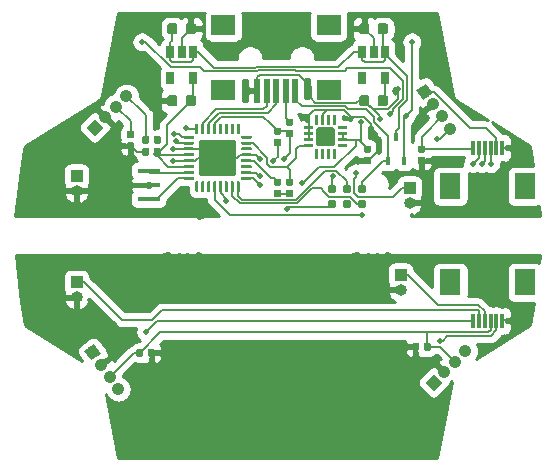
<source format=gtl>
G04 #@! TF.GenerationSoftware,KiCad,Pcbnew,(5.1.0)-1*
G04 #@! TF.CreationDate,2019-03-21T22:27:28+11:00*
G04 #@! TF.ProjectId,top-hemi,746f702d-6865-46d6-992e-6b696361645f,rev?*
G04 #@! TF.SameCoordinates,Original*
G04 #@! TF.FileFunction,Copper,L1,Top*
G04 #@! TF.FilePolarity,Positive*
%FSLAX46Y46*%
G04 Gerber Fmt 4.6, Leading zero omitted, Abs format (unit mm)*
G04 Created by KiCad (PCBNEW (5.1.0)-1) date 2019-03-21 22:27:28*
%MOMM*%
%LPD*%
G04 APERTURE LIST*
%ADD10C,1.000000*%
%ADD11C,0.100000*%
%ADD12C,1.000000*%
%ADD13C,0.590000*%
%ADD14C,0.787400*%
%ADD15C,0.875000*%
%ADD16R,0.450000X0.700000*%
%ADD17R,0.500000X2.000000*%
%ADD18R,2.000000X1.700000*%
%ADD19R,0.300000X1.300000*%
%ADD20R,1.800000X2.200000*%
%ADD21R,0.650000X1.060000*%
%ADD22C,1.600000*%
%ADD23C,0.250000*%
%ADD24R,1.900000X0.400000*%
%ADD25O,1.000000X1.000000*%
%ADD26R,1.000000X1.000000*%
%ADD27C,3.100000*%
%ADD28C,0.500000*%
%ADD29C,0.152400*%
%ADD30C,0.254000*%
G04 APERTURE END LIST*
D10*
X117602000Y-79502000D03*
D11*
G36*
X118309107Y-79502000D02*
G01*
X117602000Y-80209107D01*
X116894893Y-79502000D01*
X117602000Y-78794893D01*
X118309107Y-79502000D01*
X118309107Y-79502000D01*
G37*
D10*
X118500026Y-78603974D03*
D12*
X118500026Y-78603974D02*
X118500026Y-78603974D01*
D10*
X119398051Y-77705949D03*
D12*
X119398051Y-77705949D02*
X119398051Y-77705949D01*
D10*
X120296077Y-76807923D03*
D12*
X120296077Y-76807923D02*
X120296077Y-76807923D01*
D11*
G36*
X133282958Y-84772710D02*
G01*
X133297276Y-84774834D01*
X133311317Y-84778351D01*
X133324946Y-84783228D01*
X133338031Y-84789417D01*
X133350447Y-84796858D01*
X133362073Y-84805481D01*
X133372798Y-84815202D01*
X133382519Y-84825927D01*
X133391142Y-84837553D01*
X133398583Y-84849969D01*
X133404772Y-84863054D01*
X133409649Y-84876683D01*
X133413166Y-84890724D01*
X133415290Y-84905042D01*
X133416000Y-84919500D01*
X133416000Y-85214500D01*
X133415290Y-85228958D01*
X133413166Y-85243276D01*
X133409649Y-85257317D01*
X133404772Y-85270946D01*
X133398583Y-85284031D01*
X133391142Y-85296447D01*
X133382519Y-85308073D01*
X133372798Y-85318798D01*
X133362073Y-85328519D01*
X133350447Y-85337142D01*
X133338031Y-85344583D01*
X133324946Y-85350772D01*
X133311317Y-85355649D01*
X133297276Y-85359166D01*
X133282958Y-85361290D01*
X133268500Y-85362000D01*
X132923500Y-85362000D01*
X132909042Y-85361290D01*
X132894724Y-85359166D01*
X132880683Y-85355649D01*
X132867054Y-85350772D01*
X132853969Y-85344583D01*
X132841553Y-85337142D01*
X132829927Y-85328519D01*
X132819202Y-85318798D01*
X132809481Y-85308073D01*
X132800858Y-85296447D01*
X132793417Y-85284031D01*
X132787228Y-85270946D01*
X132782351Y-85257317D01*
X132778834Y-85243276D01*
X132776710Y-85228958D01*
X132776000Y-85214500D01*
X132776000Y-84919500D01*
X132776710Y-84905042D01*
X132778834Y-84890724D01*
X132782351Y-84876683D01*
X132787228Y-84863054D01*
X132793417Y-84849969D01*
X132800858Y-84837553D01*
X132809481Y-84825927D01*
X132819202Y-84815202D01*
X132829927Y-84805481D01*
X132841553Y-84796858D01*
X132853969Y-84789417D01*
X132867054Y-84783228D01*
X132880683Y-84778351D01*
X132894724Y-84774834D01*
X132909042Y-84772710D01*
X132923500Y-84772000D01*
X133268500Y-84772000D01*
X133282958Y-84772710D01*
X133282958Y-84772710D01*
G37*
D13*
X133096000Y-85067000D03*
D11*
G36*
X133282958Y-83802710D02*
G01*
X133297276Y-83804834D01*
X133311317Y-83808351D01*
X133324946Y-83813228D01*
X133338031Y-83819417D01*
X133350447Y-83826858D01*
X133362073Y-83835481D01*
X133372798Y-83845202D01*
X133382519Y-83855927D01*
X133391142Y-83867553D01*
X133398583Y-83879969D01*
X133404772Y-83893054D01*
X133409649Y-83906683D01*
X133413166Y-83920724D01*
X133415290Y-83935042D01*
X133416000Y-83949500D01*
X133416000Y-84244500D01*
X133415290Y-84258958D01*
X133413166Y-84273276D01*
X133409649Y-84287317D01*
X133404772Y-84300946D01*
X133398583Y-84314031D01*
X133391142Y-84326447D01*
X133382519Y-84338073D01*
X133372798Y-84348798D01*
X133362073Y-84358519D01*
X133350447Y-84367142D01*
X133338031Y-84374583D01*
X133324946Y-84380772D01*
X133311317Y-84385649D01*
X133297276Y-84389166D01*
X133282958Y-84391290D01*
X133268500Y-84392000D01*
X132923500Y-84392000D01*
X132909042Y-84391290D01*
X132894724Y-84389166D01*
X132880683Y-84385649D01*
X132867054Y-84380772D01*
X132853969Y-84374583D01*
X132841553Y-84367142D01*
X132829927Y-84358519D01*
X132819202Y-84348798D01*
X132809481Y-84338073D01*
X132800858Y-84326447D01*
X132793417Y-84314031D01*
X132787228Y-84300946D01*
X132782351Y-84287317D01*
X132778834Y-84273276D01*
X132776710Y-84258958D01*
X132776000Y-84244500D01*
X132776000Y-83949500D01*
X132776710Y-83935042D01*
X132778834Y-83920724D01*
X132782351Y-83906683D01*
X132787228Y-83893054D01*
X132793417Y-83879969D01*
X132800858Y-83867553D01*
X132809481Y-83855927D01*
X132819202Y-83845202D01*
X132829927Y-83835481D01*
X132841553Y-83826858D01*
X132853969Y-83819417D01*
X132867054Y-83813228D01*
X132880683Y-83808351D01*
X132894724Y-83804834D01*
X132909042Y-83802710D01*
X132923500Y-83802000D01*
X133268500Y-83802000D01*
X133282958Y-83802710D01*
X133282958Y-83802710D01*
G37*
D13*
X133096000Y-84097000D03*
D11*
G36*
X120836958Y-79761710D02*
G01*
X120851276Y-79763834D01*
X120865317Y-79767351D01*
X120878946Y-79772228D01*
X120892031Y-79778417D01*
X120904447Y-79785858D01*
X120916073Y-79794481D01*
X120926798Y-79804202D01*
X120936519Y-79814927D01*
X120945142Y-79826553D01*
X120952583Y-79838969D01*
X120958772Y-79852054D01*
X120963649Y-79865683D01*
X120967166Y-79879724D01*
X120969290Y-79894042D01*
X120970000Y-79908500D01*
X120970000Y-80203500D01*
X120969290Y-80217958D01*
X120967166Y-80232276D01*
X120963649Y-80246317D01*
X120958772Y-80259946D01*
X120952583Y-80273031D01*
X120945142Y-80285447D01*
X120936519Y-80297073D01*
X120926798Y-80307798D01*
X120916073Y-80317519D01*
X120904447Y-80326142D01*
X120892031Y-80333583D01*
X120878946Y-80339772D01*
X120865317Y-80344649D01*
X120851276Y-80348166D01*
X120836958Y-80350290D01*
X120822500Y-80351000D01*
X120477500Y-80351000D01*
X120463042Y-80350290D01*
X120448724Y-80348166D01*
X120434683Y-80344649D01*
X120421054Y-80339772D01*
X120407969Y-80333583D01*
X120395553Y-80326142D01*
X120383927Y-80317519D01*
X120373202Y-80307798D01*
X120363481Y-80297073D01*
X120354858Y-80285447D01*
X120347417Y-80273031D01*
X120341228Y-80259946D01*
X120336351Y-80246317D01*
X120332834Y-80232276D01*
X120330710Y-80217958D01*
X120330000Y-80203500D01*
X120330000Y-79908500D01*
X120330710Y-79894042D01*
X120332834Y-79879724D01*
X120336351Y-79865683D01*
X120341228Y-79852054D01*
X120347417Y-79838969D01*
X120354858Y-79826553D01*
X120363481Y-79814927D01*
X120373202Y-79804202D01*
X120383927Y-79794481D01*
X120395553Y-79785858D01*
X120407969Y-79778417D01*
X120421054Y-79772228D01*
X120434683Y-79767351D01*
X120448724Y-79763834D01*
X120463042Y-79761710D01*
X120477500Y-79761000D01*
X120822500Y-79761000D01*
X120836958Y-79761710D01*
X120836958Y-79761710D01*
G37*
D13*
X120650000Y-80056000D03*
D11*
G36*
X120836958Y-80731710D02*
G01*
X120851276Y-80733834D01*
X120865317Y-80737351D01*
X120878946Y-80742228D01*
X120892031Y-80748417D01*
X120904447Y-80755858D01*
X120916073Y-80764481D01*
X120926798Y-80774202D01*
X120936519Y-80784927D01*
X120945142Y-80796553D01*
X120952583Y-80808969D01*
X120958772Y-80822054D01*
X120963649Y-80835683D01*
X120967166Y-80849724D01*
X120969290Y-80864042D01*
X120970000Y-80878500D01*
X120970000Y-81173500D01*
X120969290Y-81187958D01*
X120967166Y-81202276D01*
X120963649Y-81216317D01*
X120958772Y-81229946D01*
X120952583Y-81243031D01*
X120945142Y-81255447D01*
X120936519Y-81267073D01*
X120926798Y-81277798D01*
X120916073Y-81287519D01*
X120904447Y-81296142D01*
X120892031Y-81303583D01*
X120878946Y-81309772D01*
X120865317Y-81314649D01*
X120851276Y-81318166D01*
X120836958Y-81320290D01*
X120822500Y-81321000D01*
X120477500Y-81321000D01*
X120463042Y-81320290D01*
X120448724Y-81318166D01*
X120434683Y-81314649D01*
X120421054Y-81309772D01*
X120407969Y-81303583D01*
X120395553Y-81296142D01*
X120383927Y-81287519D01*
X120373202Y-81277798D01*
X120363481Y-81267073D01*
X120354858Y-81255447D01*
X120347417Y-81243031D01*
X120341228Y-81229946D01*
X120336351Y-81216317D01*
X120332834Y-81202276D01*
X120330710Y-81187958D01*
X120330000Y-81173500D01*
X120330000Y-80878500D01*
X120330710Y-80864042D01*
X120332834Y-80849724D01*
X120336351Y-80835683D01*
X120341228Y-80822054D01*
X120347417Y-80808969D01*
X120354858Y-80796553D01*
X120363481Y-80784927D01*
X120373202Y-80774202D01*
X120383927Y-80764481D01*
X120395553Y-80755858D01*
X120407969Y-80748417D01*
X120421054Y-80742228D01*
X120434683Y-80737351D01*
X120448724Y-80733834D01*
X120463042Y-80731710D01*
X120477500Y-80731000D01*
X120822500Y-80731000D01*
X120836958Y-80731710D01*
X120836958Y-80731710D01*
G37*
D13*
X120650000Y-81026000D03*
D14*
X137668000Y-85979000D03*
X137668000Y-84709000D03*
X138938000Y-85979000D03*
X138938000Y-84709000D03*
X140208000Y-85979000D03*
X140208000Y-84709000D03*
D11*
G36*
X140676691Y-70646053D02*
G01*
X140697926Y-70649203D01*
X140718750Y-70654419D01*
X140738962Y-70661651D01*
X140758368Y-70670830D01*
X140776781Y-70681866D01*
X140794024Y-70694654D01*
X140809930Y-70709070D01*
X140824346Y-70724976D01*
X140837134Y-70742219D01*
X140848170Y-70760632D01*
X140857349Y-70780038D01*
X140864581Y-70800250D01*
X140869797Y-70821074D01*
X140872947Y-70842309D01*
X140874000Y-70863750D01*
X140874000Y-71376250D01*
X140872947Y-71397691D01*
X140869797Y-71418926D01*
X140864581Y-71439750D01*
X140857349Y-71459962D01*
X140848170Y-71479368D01*
X140837134Y-71497781D01*
X140824346Y-71515024D01*
X140809930Y-71530930D01*
X140794024Y-71545346D01*
X140776781Y-71558134D01*
X140758368Y-71569170D01*
X140738962Y-71578349D01*
X140718750Y-71585581D01*
X140697926Y-71590797D01*
X140676691Y-71593947D01*
X140655250Y-71595000D01*
X140217750Y-71595000D01*
X140196309Y-71593947D01*
X140175074Y-71590797D01*
X140154250Y-71585581D01*
X140134038Y-71578349D01*
X140114632Y-71569170D01*
X140096219Y-71558134D01*
X140078976Y-71545346D01*
X140063070Y-71530930D01*
X140048654Y-71515024D01*
X140035866Y-71497781D01*
X140024830Y-71479368D01*
X140015651Y-71459962D01*
X140008419Y-71439750D01*
X140003203Y-71418926D01*
X140000053Y-71397691D01*
X139999000Y-71376250D01*
X139999000Y-70863750D01*
X140000053Y-70842309D01*
X140003203Y-70821074D01*
X140008419Y-70800250D01*
X140015651Y-70780038D01*
X140024830Y-70760632D01*
X140035866Y-70742219D01*
X140048654Y-70724976D01*
X140063070Y-70709070D01*
X140078976Y-70694654D01*
X140096219Y-70681866D01*
X140114632Y-70670830D01*
X140134038Y-70661651D01*
X140154250Y-70654419D01*
X140175074Y-70649203D01*
X140196309Y-70646053D01*
X140217750Y-70645000D01*
X140655250Y-70645000D01*
X140676691Y-70646053D01*
X140676691Y-70646053D01*
G37*
D15*
X140436500Y-71120000D03*
D11*
G36*
X142251691Y-70646053D02*
G01*
X142272926Y-70649203D01*
X142293750Y-70654419D01*
X142313962Y-70661651D01*
X142333368Y-70670830D01*
X142351781Y-70681866D01*
X142369024Y-70694654D01*
X142384930Y-70709070D01*
X142399346Y-70724976D01*
X142412134Y-70742219D01*
X142423170Y-70760632D01*
X142432349Y-70780038D01*
X142439581Y-70800250D01*
X142444797Y-70821074D01*
X142447947Y-70842309D01*
X142449000Y-70863750D01*
X142449000Y-71376250D01*
X142447947Y-71397691D01*
X142444797Y-71418926D01*
X142439581Y-71439750D01*
X142432349Y-71459962D01*
X142423170Y-71479368D01*
X142412134Y-71497781D01*
X142399346Y-71515024D01*
X142384930Y-71530930D01*
X142369024Y-71545346D01*
X142351781Y-71558134D01*
X142333368Y-71569170D01*
X142313962Y-71578349D01*
X142293750Y-71585581D01*
X142272926Y-71590797D01*
X142251691Y-71593947D01*
X142230250Y-71595000D01*
X141792750Y-71595000D01*
X141771309Y-71593947D01*
X141750074Y-71590797D01*
X141729250Y-71585581D01*
X141709038Y-71578349D01*
X141689632Y-71569170D01*
X141671219Y-71558134D01*
X141653976Y-71545346D01*
X141638070Y-71530930D01*
X141623654Y-71515024D01*
X141610866Y-71497781D01*
X141599830Y-71479368D01*
X141590651Y-71459962D01*
X141583419Y-71439750D01*
X141578203Y-71418926D01*
X141575053Y-71397691D01*
X141574000Y-71376250D01*
X141574000Y-70863750D01*
X141575053Y-70842309D01*
X141578203Y-70821074D01*
X141583419Y-70800250D01*
X141590651Y-70780038D01*
X141599830Y-70760632D01*
X141610866Y-70742219D01*
X141623654Y-70724976D01*
X141638070Y-70709070D01*
X141653976Y-70694654D01*
X141671219Y-70681866D01*
X141689632Y-70670830D01*
X141709038Y-70661651D01*
X141729250Y-70654419D01*
X141750074Y-70649203D01*
X141771309Y-70646053D01*
X141792750Y-70645000D01*
X142230250Y-70645000D01*
X142251691Y-70646053D01*
X142251691Y-70646053D01*
G37*
D15*
X142011500Y-71120000D03*
D11*
G36*
X125995691Y-70646053D02*
G01*
X126016926Y-70649203D01*
X126037750Y-70654419D01*
X126057962Y-70661651D01*
X126077368Y-70670830D01*
X126095781Y-70681866D01*
X126113024Y-70694654D01*
X126128930Y-70709070D01*
X126143346Y-70724976D01*
X126156134Y-70742219D01*
X126167170Y-70760632D01*
X126176349Y-70780038D01*
X126183581Y-70800250D01*
X126188797Y-70821074D01*
X126191947Y-70842309D01*
X126193000Y-70863750D01*
X126193000Y-71376250D01*
X126191947Y-71397691D01*
X126188797Y-71418926D01*
X126183581Y-71439750D01*
X126176349Y-71459962D01*
X126167170Y-71479368D01*
X126156134Y-71497781D01*
X126143346Y-71515024D01*
X126128930Y-71530930D01*
X126113024Y-71545346D01*
X126095781Y-71558134D01*
X126077368Y-71569170D01*
X126057962Y-71578349D01*
X126037750Y-71585581D01*
X126016926Y-71590797D01*
X125995691Y-71593947D01*
X125974250Y-71595000D01*
X125536750Y-71595000D01*
X125515309Y-71593947D01*
X125494074Y-71590797D01*
X125473250Y-71585581D01*
X125453038Y-71578349D01*
X125433632Y-71569170D01*
X125415219Y-71558134D01*
X125397976Y-71545346D01*
X125382070Y-71530930D01*
X125367654Y-71515024D01*
X125354866Y-71497781D01*
X125343830Y-71479368D01*
X125334651Y-71459962D01*
X125327419Y-71439750D01*
X125322203Y-71418926D01*
X125319053Y-71397691D01*
X125318000Y-71376250D01*
X125318000Y-70863750D01*
X125319053Y-70842309D01*
X125322203Y-70821074D01*
X125327419Y-70800250D01*
X125334651Y-70780038D01*
X125343830Y-70760632D01*
X125354866Y-70742219D01*
X125367654Y-70724976D01*
X125382070Y-70709070D01*
X125397976Y-70694654D01*
X125415219Y-70681866D01*
X125433632Y-70670830D01*
X125453038Y-70661651D01*
X125473250Y-70654419D01*
X125494074Y-70649203D01*
X125515309Y-70646053D01*
X125536750Y-70645000D01*
X125974250Y-70645000D01*
X125995691Y-70646053D01*
X125995691Y-70646053D01*
G37*
D15*
X125755500Y-71120000D03*
D11*
G36*
X124420691Y-70646053D02*
G01*
X124441926Y-70649203D01*
X124462750Y-70654419D01*
X124482962Y-70661651D01*
X124502368Y-70670830D01*
X124520781Y-70681866D01*
X124538024Y-70694654D01*
X124553930Y-70709070D01*
X124568346Y-70724976D01*
X124581134Y-70742219D01*
X124592170Y-70760632D01*
X124601349Y-70780038D01*
X124608581Y-70800250D01*
X124613797Y-70821074D01*
X124616947Y-70842309D01*
X124618000Y-70863750D01*
X124618000Y-71376250D01*
X124616947Y-71397691D01*
X124613797Y-71418926D01*
X124608581Y-71439750D01*
X124601349Y-71459962D01*
X124592170Y-71479368D01*
X124581134Y-71497781D01*
X124568346Y-71515024D01*
X124553930Y-71530930D01*
X124538024Y-71545346D01*
X124520781Y-71558134D01*
X124502368Y-71569170D01*
X124482962Y-71578349D01*
X124462750Y-71585581D01*
X124441926Y-71590797D01*
X124420691Y-71593947D01*
X124399250Y-71595000D01*
X123961750Y-71595000D01*
X123940309Y-71593947D01*
X123919074Y-71590797D01*
X123898250Y-71585581D01*
X123878038Y-71578349D01*
X123858632Y-71569170D01*
X123840219Y-71558134D01*
X123822976Y-71545346D01*
X123807070Y-71530930D01*
X123792654Y-71515024D01*
X123779866Y-71497781D01*
X123768830Y-71479368D01*
X123759651Y-71459962D01*
X123752419Y-71439750D01*
X123747203Y-71418926D01*
X123744053Y-71397691D01*
X123743000Y-71376250D01*
X123743000Y-70863750D01*
X123744053Y-70842309D01*
X123747203Y-70821074D01*
X123752419Y-70800250D01*
X123759651Y-70780038D01*
X123768830Y-70760632D01*
X123779866Y-70742219D01*
X123792654Y-70724976D01*
X123807070Y-70709070D01*
X123822976Y-70694654D01*
X123840219Y-70681866D01*
X123858632Y-70670830D01*
X123878038Y-70661651D01*
X123898250Y-70654419D01*
X123919074Y-70649203D01*
X123940309Y-70646053D01*
X123961750Y-70645000D01*
X124399250Y-70645000D01*
X124420691Y-70646053D01*
X124420691Y-70646053D01*
G37*
D15*
X124180500Y-71120000D03*
D11*
G36*
X125995691Y-76742053D02*
G01*
X126016926Y-76745203D01*
X126037750Y-76750419D01*
X126057962Y-76757651D01*
X126077368Y-76766830D01*
X126095781Y-76777866D01*
X126113024Y-76790654D01*
X126128930Y-76805070D01*
X126143346Y-76820976D01*
X126156134Y-76838219D01*
X126167170Y-76856632D01*
X126176349Y-76876038D01*
X126183581Y-76896250D01*
X126188797Y-76917074D01*
X126191947Y-76938309D01*
X126193000Y-76959750D01*
X126193000Y-77472250D01*
X126191947Y-77493691D01*
X126188797Y-77514926D01*
X126183581Y-77535750D01*
X126176349Y-77555962D01*
X126167170Y-77575368D01*
X126156134Y-77593781D01*
X126143346Y-77611024D01*
X126128930Y-77626930D01*
X126113024Y-77641346D01*
X126095781Y-77654134D01*
X126077368Y-77665170D01*
X126057962Y-77674349D01*
X126037750Y-77681581D01*
X126016926Y-77686797D01*
X125995691Y-77689947D01*
X125974250Y-77691000D01*
X125536750Y-77691000D01*
X125515309Y-77689947D01*
X125494074Y-77686797D01*
X125473250Y-77681581D01*
X125453038Y-77674349D01*
X125433632Y-77665170D01*
X125415219Y-77654134D01*
X125397976Y-77641346D01*
X125382070Y-77626930D01*
X125367654Y-77611024D01*
X125354866Y-77593781D01*
X125343830Y-77575368D01*
X125334651Y-77555962D01*
X125327419Y-77535750D01*
X125322203Y-77514926D01*
X125319053Y-77493691D01*
X125318000Y-77472250D01*
X125318000Y-76959750D01*
X125319053Y-76938309D01*
X125322203Y-76917074D01*
X125327419Y-76896250D01*
X125334651Y-76876038D01*
X125343830Y-76856632D01*
X125354866Y-76838219D01*
X125367654Y-76820976D01*
X125382070Y-76805070D01*
X125397976Y-76790654D01*
X125415219Y-76777866D01*
X125433632Y-76766830D01*
X125453038Y-76757651D01*
X125473250Y-76750419D01*
X125494074Y-76745203D01*
X125515309Y-76742053D01*
X125536750Y-76741000D01*
X125974250Y-76741000D01*
X125995691Y-76742053D01*
X125995691Y-76742053D01*
G37*
D15*
X125755500Y-77216000D03*
D11*
G36*
X124420691Y-76742053D02*
G01*
X124441926Y-76745203D01*
X124462750Y-76750419D01*
X124482962Y-76757651D01*
X124502368Y-76766830D01*
X124520781Y-76777866D01*
X124538024Y-76790654D01*
X124553930Y-76805070D01*
X124568346Y-76820976D01*
X124581134Y-76838219D01*
X124592170Y-76856632D01*
X124601349Y-76876038D01*
X124608581Y-76896250D01*
X124613797Y-76917074D01*
X124616947Y-76938309D01*
X124618000Y-76959750D01*
X124618000Y-77472250D01*
X124616947Y-77493691D01*
X124613797Y-77514926D01*
X124608581Y-77535750D01*
X124601349Y-77555962D01*
X124592170Y-77575368D01*
X124581134Y-77593781D01*
X124568346Y-77611024D01*
X124553930Y-77626930D01*
X124538024Y-77641346D01*
X124520781Y-77654134D01*
X124502368Y-77665170D01*
X124482962Y-77674349D01*
X124462750Y-77681581D01*
X124441926Y-77686797D01*
X124420691Y-77689947D01*
X124399250Y-77691000D01*
X123961750Y-77691000D01*
X123940309Y-77689947D01*
X123919074Y-77686797D01*
X123898250Y-77681581D01*
X123878038Y-77674349D01*
X123858632Y-77665170D01*
X123840219Y-77654134D01*
X123822976Y-77641346D01*
X123807070Y-77626930D01*
X123792654Y-77611024D01*
X123779866Y-77593781D01*
X123768830Y-77575368D01*
X123759651Y-77555962D01*
X123752419Y-77535750D01*
X123747203Y-77514926D01*
X123744053Y-77493691D01*
X123743000Y-77472250D01*
X123743000Y-76959750D01*
X123744053Y-76938309D01*
X123747203Y-76917074D01*
X123752419Y-76896250D01*
X123759651Y-76876038D01*
X123768830Y-76856632D01*
X123779866Y-76838219D01*
X123792654Y-76820976D01*
X123807070Y-76805070D01*
X123822976Y-76790654D01*
X123840219Y-76777866D01*
X123858632Y-76766830D01*
X123878038Y-76757651D01*
X123898250Y-76750419D01*
X123919074Y-76745203D01*
X123940309Y-76742053D01*
X123961750Y-76741000D01*
X124399250Y-76741000D01*
X124420691Y-76742053D01*
X124420691Y-76742053D01*
G37*
D15*
X124180500Y-77216000D03*
D11*
G36*
X142251691Y-76742053D02*
G01*
X142272926Y-76745203D01*
X142293750Y-76750419D01*
X142313962Y-76757651D01*
X142333368Y-76766830D01*
X142351781Y-76777866D01*
X142369024Y-76790654D01*
X142384930Y-76805070D01*
X142399346Y-76820976D01*
X142412134Y-76838219D01*
X142423170Y-76856632D01*
X142432349Y-76876038D01*
X142439581Y-76896250D01*
X142444797Y-76917074D01*
X142447947Y-76938309D01*
X142449000Y-76959750D01*
X142449000Y-77472250D01*
X142447947Y-77493691D01*
X142444797Y-77514926D01*
X142439581Y-77535750D01*
X142432349Y-77555962D01*
X142423170Y-77575368D01*
X142412134Y-77593781D01*
X142399346Y-77611024D01*
X142384930Y-77626930D01*
X142369024Y-77641346D01*
X142351781Y-77654134D01*
X142333368Y-77665170D01*
X142313962Y-77674349D01*
X142293750Y-77681581D01*
X142272926Y-77686797D01*
X142251691Y-77689947D01*
X142230250Y-77691000D01*
X141792750Y-77691000D01*
X141771309Y-77689947D01*
X141750074Y-77686797D01*
X141729250Y-77681581D01*
X141709038Y-77674349D01*
X141689632Y-77665170D01*
X141671219Y-77654134D01*
X141653976Y-77641346D01*
X141638070Y-77626930D01*
X141623654Y-77611024D01*
X141610866Y-77593781D01*
X141599830Y-77575368D01*
X141590651Y-77555962D01*
X141583419Y-77535750D01*
X141578203Y-77514926D01*
X141575053Y-77493691D01*
X141574000Y-77472250D01*
X141574000Y-76959750D01*
X141575053Y-76938309D01*
X141578203Y-76917074D01*
X141583419Y-76896250D01*
X141590651Y-76876038D01*
X141599830Y-76856632D01*
X141610866Y-76838219D01*
X141623654Y-76820976D01*
X141638070Y-76805070D01*
X141653976Y-76790654D01*
X141671219Y-76777866D01*
X141689632Y-76766830D01*
X141709038Y-76757651D01*
X141729250Y-76750419D01*
X141750074Y-76745203D01*
X141771309Y-76742053D01*
X141792750Y-76741000D01*
X142230250Y-76741000D01*
X142251691Y-76742053D01*
X142251691Y-76742053D01*
G37*
D15*
X142011500Y-77216000D03*
D11*
G36*
X140676691Y-76742053D02*
G01*
X140697926Y-76745203D01*
X140718750Y-76750419D01*
X140738962Y-76757651D01*
X140758368Y-76766830D01*
X140776781Y-76777866D01*
X140794024Y-76790654D01*
X140809930Y-76805070D01*
X140824346Y-76820976D01*
X140837134Y-76838219D01*
X140848170Y-76856632D01*
X140857349Y-76876038D01*
X140864581Y-76896250D01*
X140869797Y-76917074D01*
X140872947Y-76938309D01*
X140874000Y-76959750D01*
X140874000Y-77472250D01*
X140872947Y-77493691D01*
X140869797Y-77514926D01*
X140864581Y-77535750D01*
X140857349Y-77555962D01*
X140848170Y-77575368D01*
X140837134Y-77593781D01*
X140824346Y-77611024D01*
X140809930Y-77626930D01*
X140794024Y-77641346D01*
X140776781Y-77654134D01*
X140758368Y-77665170D01*
X140738962Y-77674349D01*
X140718750Y-77681581D01*
X140697926Y-77686797D01*
X140676691Y-77689947D01*
X140655250Y-77691000D01*
X140217750Y-77691000D01*
X140196309Y-77689947D01*
X140175074Y-77686797D01*
X140154250Y-77681581D01*
X140134038Y-77674349D01*
X140114632Y-77665170D01*
X140096219Y-77654134D01*
X140078976Y-77641346D01*
X140063070Y-77626930D01*
X140048654Y-77611024D01*
X140035866Y-77593781D01*
X140024830Y-77575368D01*
X140015651Y-77555962D01*
X140008419Y-77535750D01*
X140003203Y-77514926D01*
X140000053Y-77493691D01*
X139999000Y-77472250D01*
X139999000Y-76959750D01*
X140000053Y-76938309D01*
X140003203Y-76917074D01*
X140008419Y-76896250D01*
X140015651Y-76876038D01*
X140024830Y-76856632D01*
X140035866Y-76838219D01*
X140048654Y-76820976D01*
X140063070Y-76805070D01*
X140078976Y-76790654D01*
X140096219Y-76777866D01*
X140114632Y-76766830D01*
X140134038Y-76757651D01*
X140154250Y-76750419D01*
X140175074Y-76745203D01*
X140196309Y-76742053D01*
X140217750Y-76741000D01*
X140655250Y-76741000D01*
X140676691Y-76742053D01*
X140676691Y-76742053D01*
G37*
D15*
X140436500Y-77216000D03*
D11*
G36*
X122104958Y-81214710D02*
G01*
X122119276Y-81216834D01*
X122133317Y-81220351D01*
X122146946Y-81225228D01*
X122160031Y-81231417D01*
X122172447Y-81238858D01*
X122184073Y-81247481D01*
X122194798Y-81257202D01*
X122204519Y-81267927D01*
X122213142Y-81279553D01*
X122220583Y-81291969D01*
X122226772Y-81305054D01*
X122231649Y-81318683D01*
X122235166Y-81332724D01*
X122237290Y-81347042D01*
X122238000Y-81361500D01*
X122238000Y-81706500D01*
X122237290Y-81720958D01*
X122235166Y-81735276D01*
X122231649Y-81749317D01*
X122226772Y-81762946D01*
X122220583Y-81776031D01*
X122213142Y-81788447D01*
X122204519Y-81800073D01*
X122194798Y-81810798D01*
X122184073Y-81820519D01*
X122172447Y-81829142D01*
X122160031Y-81836583D01*
X122146946Y-81842772D01*
X122133317Y-81847649D01*
X122119276Y-81851166D01*
X122104958Y-81853290D01*
X122090500Y-81854000D01*
X121795500Y-81854000D01*
X121781042Y-81853290D01*
X121766724Y-81851166D01*
X121752683Y-81847649D01*
X121739054Y-81842772D01*
X121725969Y-81836583D01*
X121713553Y-81829142D01*
X121701927Y-81820519D01*
X121691202Y-81810798D01*
X121681481Y-81800073D01*
X121672858Y-81788447D01*
X121665417Y-81776031D01*
X121659228Y-81762946D01*
X121654351Y-81749317D01*
X121650834Y-81735276D01*
X121648710Y-81720958D01*
X121648000Y-81706500D01*
X121648000Y-81361500D01*
X121648710Y-81347042D01*
X121650834Y-81332724D01*
X121654351Y-81318683D01*
X121659228Y-81305054D01*
X121665417Y-81291969D01*
X121672858Y-81279553D01*
X121681481Y-81267927D01*
X121691202Y-81257202D01*
X121701927Y-81247481D01*
X121713553Y-81238858D01*
X121725969Y-81231417D01*
X121739054Y-81225228D01*
X121752683Y-81220351D01*
X121766724Y-81216834D01*
X121781042Y-81214710D01*
X121795500Y-81214000D01*
X122090500Y-81214000D01*
X122104958Y-81214710D01*
X122104958Y-81214710D01*
G37*
D13*
X121943000Y-81534000D03*
D11*
G36*
X123074958Y-81214710D02*
G01*
X123089276Y-81216834D01*
X123103317Y-81220351D01*
X123116946Y-81225228D01*
X123130031Y-81231417D01*
X123142447Y-81238858D01*
X123154073Y-81247481D01*
X123164798Y-81257202D01*
X123174519Y-81267927D01*
X123183142Y-81279553D01*
X123190583Y-81291969D01*
X123196772Y-81305054D01*
X123201649Y-81318683D01*
X123205166Y-81332724D01*
X123207290Y-81347042D01*
X123208000Y-81361500D01*
X123208000Y-81706500D01*
X123207290Y-81720958D01*
X123205166Y-81735276D01*
X123201649Y-81749317D01*
X123196772Y-81762946D01*
X123190583Y-81776031D01*
X123183142Y-81788447D01*
X123174519Y-81800073D01*
X123164798Y-81810798D01*
X123154073Y-81820519D01*
X123142447Y-81829142D01*
X123130031Y-81836583D01*
X123116946Y-81842772D01*
X123103317Y-81847649D01*
X123089276Y-81851166D01*
X123074958Y-81853290D01*
X123060500Y-81854000D01*
X122765500Y-81854000D01*
X122751042Y-81853290D01*
X122736724Y-81851166D01*
X122722683Y-81847649D01*
X122709054Y-81842772D01*
X122695969Y-81836583D01*
X122683553Y-81829142D01*
X122671927Y-81820519D01*
X122661202Y-81810798D01*
X122651481Y-81800073D01*
X122642858Y-81788447D01*
X122635417Y-81776031D01*
X122629228Y-81762946D01*
X122624351Y-81749317D01*
X122620834Y-81735276D01*
X122618710Y-81720958D01*
X122618000Y-81706500D01*
X122618000Y-81361500D01*
X122618710Y-81347042D01*
X122620834Y-81332724D01*
X122624351Y-81318683D01*
X122629228Y-81305054D01*
X122635417Y-81291969D01*
X122642858Y-81279553D01*
X122651481Y-81267927D01*
X122661202Y-81257202D01*
X122671927Y-81247481D01*
X122683553Y-81238858D01*
X122695969Y-81231417D01*
X122709054Y-81225228D01*
X122722683Y-81220351D01*
X122736724Y-81216834D01*
X122751042Y-81214710D01*
X122765500Y-81214000D01*
X123060500Y-81214000D01*
X123074958Y-81214710D01*
X123074958Y-81214710D01*
G37*
D13*
X122913000Y-81534000D03*
D11*
G36*
X134298958Y-79692710D02*
G01*
X134313276Y-79694834D01*
X134327317Y-79698351D01*
X134340946Y-79703228D01*
X134354031Y-79709417D01*
X134366447Y-79716858D01*
X134378073Y-79725481D01*
X134388798Y-79735202D01*
X134398519Y-79745927D01*
X134407142Y-79757553D01*
X134414583Y-79769969D01*
X134420772Y-79783054D01*
X134425649Y-79796683D01*
X134429166Y-79810724D01*
X134431290Y-79825042D01*
X134432000Y-79839500D01*
X134432000Y-80134500D01*
X134431290Y-80148958D01*
X134429166Y-80163276D01*
X134425649Y-80177317D01*
X134420772Y-80190946D01*
X134414583Y-80204031D01*
X134407142Y-80216447D01*
X134398519Y-80228073D01*
X134388798Y-80238798D01*
X134378073Y-80248519D01*
X134366447Y-80257142D01*
X134354031Y-80264583D01*
X134340946Y-80270772D01*
X134327317Y-80275649D01*
X134313276Y-80279166D01*
X134298958Y-80281290D01*
X134284500Y-80282000D01*
X133939500Y-80282000D01*
X133925042Y-80281290D01*
X133910724Y-80279166D01*
X133896683Y-80275649D01*
X133883054Y-80270772D01*
X133869969Y-80264583D01*
X133857553Y-80257142D01*
X133845927Y-80248519D01*
X133835202Y-80238798D01*
X133825481Y-80228073D01*
X133816858Y-80216447D01*
X133809417Y-80204031D01*
X133803228Y-80190946D01*
X133798351Y-80177317D01*
X133794834Y-80163276D01*
X133792710Y-80148958D01*
X133792000Y-80134500D01*
X133792000Y-79839500D01*
X133792710Y-79825042D01*
X133794834Y-79810724D01*
X133798351Y-79796683D01*
X133803228Y-79783054D01*
X133809417Y-79769969D01*
X133816858Y-79757553D01*
X133825481Y-79745927D01*
X133835202Y-79735202D01*
X133845927Y-79725481D01*
X133857553Y-79716858D01*
X133869969Y-79709417D01*
X133883054Y-79703228D01*
X133896683Y-79698351D01*
X133910724Y-79694834D01*
X133925042Y-79692710D01*
X133939500Y-79692000D01*
X134284500Y-79692000D01*
X134298958Y-79692710D01*
X134298958Y-79692710D01*
G37*
D13*
X134112000Y-79987000D03*
D11*
G36*
X134298958Y-78722710D02*
G01*
X134313276Y-78724834D01*
X134327317Y-78728351D01*
X134340946Y-78733228D01*
X134354031Y-78739417D01*
X134366447Y-78746858D01*
X134378073Y-78755481D01*
X134388798Y-78765202D01*
X134398519Y-78775927D01*
X134407142Y-78787553D01*
X134414583Y-78799969D01*
X134420772Y-78813054D01*
X134425649Y-78826683D01*
X134429166Y-78840724D01*
X134431290Y-78855042D01*
X134432000Y-78869500D01*
X134432000Y-79164500D01*
X134431290Y-79178958D01*
X134429166Y-79193276D01*
X134425649Y-79207317D01*
X134420772Y-79220946D01*
X134414583Y-79234031D01*
X134407142Y-79246447D01*
X134398519Y-79258073D01*
X134388798Y-79268798D01*
X134378073Y-79278519D01*
X134366447Y-79287142D01*
X134354031Y-79294583D01*
X134340946Y-79300772D01*
X134327317Y-79305649D01*
X134313276Y-79309166D01*
X134298958Y-79311290D01*
X134284500Y-79312000D01*
X133939500Y-79312000D01*
X133925042Y-79311290D01*
X133910724Y-79309166D01*
X133896683Y-79305649D01*
X133883054Y-79300772D01*
X133869969Y-79294583D01*
X133857553Y-79287142D01*
X133845927Y-79278519D01*
X133835202Y-79268798D01*
X133825481Y-79258073D01*
X133816858Y-79246447D01*
X133809417Y-79234031D01*
X133803228Y-79220946D01*
X133798351Y-79207317D01*
X133794834Y-79193276D01*
X133792710Y-79178958D01*
X133792000Y-79164500D01*
X133792000Y-78869500D01*
X133792710Y-78855042D01*
X133794834Y-78840724D01*
X133798351Y-78826683D01*
X133803228Y-78813054D01*
X133809417Y-78799969D01*
X133816858Y-78787553D01*
X133825481Y-78775927D01*
X133835202Y-78765202D01*
X133845927Y-78755481D01*
X133857553Y-78746858D01*
X133869969Y-78739417D01*
X133883054Y-78733228D01*
X133896683Y-78728351D01*
X133910724Y-78724834D01*
X133925042Y-78722710D01*
X133939500Y-78722000D01*
X134284500Y-78722000D01*
X134298958Y-78722710D01*
X134298958Y-78722710D01*
G37*
D13*
X134112000Y-79017000D03*
D11*
G36*
X140902958Y-81978710D02*
G01*
X140917276Y-81980834D01*
X140931317Y-81984351D01*
X140944946Y-81989228D01*
X140958031Y-81995417D01*
X140970447Y-82002858D01*
X140982073Y-82011481D01*
X140992798Y-82021202D01*
X141002519Y-82031927D01*
X141011142Y-82043553D01*
X141018583Y-82055969D01*
X141024772Y-82069054D01*
X141029649Y-82082683D01*
X141033166Y-82096724D01*
X141035290Y-82111042D01*
X141036000Y-82125500D01*
X141036000Y-82420500D01*
X141035290Y-82434958D01*
X141033166Y-82449276D01*
X141029649Y-82463317D01*
X141024772Y-82476946D01*
X141018583Y-82490031D01*
X141011142Y-82502447D01*
X141002519Y-82514073D01*
X140992798Y-82524798D01*
X140982073Y-82534519D01*
X140970447Y-82543142D01*
X140958031Y-82550583D01*
X140944946Y-82556772D01*
X140931317Y-82561649D01*
X140917276Y-82565166D01*
X140902958Y-82567290D01*
X140888500Y-82568000D01*
X140543500Y-82568000D01*
X140529042Y-82567290D01*
X140514724Y-82565166D01*
X140500683Y-82561649D01*
X140487054Y-82556772D01*
X140473969Y-82550583D01*
X140461553Y-82543142D01*
X140449927Y-82534519D01*
X140439202Y-82524798D01*
X140429481Y-82514073D01*
X140420858Y-82502447D01*
X140413417Y-82490031D01*
X140407228Y-82476946D01*
X140402351Y-82463317D01*
X140398834Y-82449276D01*
X140396710Y-82434958D01*
X140396000Y-82420500D01*
X140396000Y-82125500D01*
X140396710Y-82111042D01*
X140398834Y-82096724D01*
X140402351Y-82082683D01*
X140407228Y-82069054D01*
X140413417Y-82055969D01*
X140420858Y-82043553D01*
X140429481Y-82031927D01*
X140439202Y-82021202D01*
X140449927Y-82011481D01*
X140461553Y-82002858D01*
X140473969Y-81995417D01*
X140487054Y-81989228D01*
X140500683Y-81984351D01*
X140514724Y-81980834D01*
X140529042Y-81978710D01*
X140543500Y-81978000D01*
X140888500Y-81978000D01*
X140902958Y-81978710D01*
X140902958Y-81978710D01*
G37*
D13*
X140716000Y-82273000D03*
D11*
G36*
X140902958Y-81008710D02*
G01*
X140917276Y-81010834D01*
X140931317Y-81014351D01*
X140944946Y-81019228D01*
X140958031Y-81025417D01*
X140970447Y-81032858D01*
X140982073Y-81041481D01*
X140992798Y-81051202D01*
X141002519Y-81061927D01*
X141011142Y-81073553D01*
X141018583Y-81085969D01*
X141024772Y-81099054D01*
X141029649Y-81112683D01*
X141033166Y-81126724D01*
X141035290Y-81141042D01*
X141036000Y-81155500D01*
X141036000Y-81450500D01*
X141035290Y-81464958D01*
X141033166Y-81479276D01*
X141029649Y-81493317D01*
X141024772Y-81506946D01*
X141018583Y-81520031D01*
X141011142Y-81532447D01*
X141002519Y-81544073D01*
X140992798Y-81554798D01*
X140982073Y-81564519D01*
X140970447Y-81573142D01*
X140958031Y-81580583D01*
X140944946Y-81586772D01*
X140931317Y-81591649D01*
X140917276Y-81595166D01*
X140902958Y-81597290D01*
X140888500Y-81598000D01*
X140543500Y-81598000D01*
X140529042Y-81597290D01*
X140514724Y-81595166D01*
X140500683Y-81591649D01*
X140487054Y-81586772D01*
X140473969Y-81580583D01*
X140461553Y-81573142D01*
X140449927Y-81564519D01*
X140439202Y-81554798D01*
X140429481Y-81544073D01*
X140420858Y-81532447D01*
X140413417Y-81520031D01*
X140407228Y-81506946D01*
X140402351Y-81493317D01*
X140398834Y-81479276D01*
X140396710Y-81464958D01*
X140396000Y-81450500D01*
X140396000Y-81155500D01*
X140396710Y-81141042D01*
X140398834Y-81126724D01*
X140402351Y-81112683D01*
X140407228Y-81099054D01*
X140413417Y-81085969D01*
X140420858Y-81073553D01*
X140429481Y-81061927D01*
X140439202Y-81051202D01*
X140449927Y-81041481D01*
X140461553Y-81032858D01*
X140473969Y-81025417D01*
X140487054Y-81019228D01*
X140500683Y-81014351D01*
X140514724Y-81010834D01*
X140529042Y-81008710D01*
X140543500Y-81008000D01*
X140888500Y-81008000D01*
X140902958Y-81008710D01*
X140902958Y-81008710D01*
G37*
D13*
X140716000Y-81303000D03*
D11*
G36*
X134298958Y-83802710D02*
G01*
X134313276Y-83804834D01*
X134327317Y-83808351D01*
X134340946Y-83813228D01*
X134354031Y-83819417D01*
X134366447Y-83826858D01*
X134378073Y-83835481D01*
X134388798Y-83845202D01*
X134398519Y-83855927D01*
X134407142Y-83867553D01*
X134414583Y-83879969D01*
X134420772Y-83893054D01*
X134425649Y-83906683D01*
X134429166Y-83920724D01*
X134431290Y-83935042D01*
X134432000Y-83949500D01*
X134432000Y-84244500D01*
X134431290Y-84258958D01*
X134429166Y-84273276D01*
X134425649Y-84287317D01*
X134420772Y-84300946D01*
X134414583Y-84314031D01*
X134407142Y-84326447D01*
X134398519Y-84338073D01*
X134388798Y-84348798D01*
X134378073Y-84358519D01*
X134366447Y-84367142D01*
X134354031Y-84374583D01*
X134340946Y-84380772D01*
X134327317Y-84385649D01*
X134313276Y-84389166D01*
X134298958Y-84391290D01*
X134284500Y-84392000D01*
X133939500Y-84392000D01*
X133925042Y-84391290D01*
X133910724Y-84389166D01*
X133896683Y-84385649D01*
X133883054Y-84380772D01*
X133869969Y-84374583D01*
X133857553Y-84367142D01*
X133845927Y-84358519D01*
X133835202Y-84348798D01*
X133825481Y-84338073D01*
X133816858Y-84326447D01*
X133809417Y-84314031D01*
X133803228Y-84300946D01*
X133798351Y-84287317D01*
X133794834Y-84273276D01*
X133792710Y-84258958D01*
X133792000Y-84244500D01*
X133792000Y-83949500D01*
X133792710Y-83935042D01*
X133794834Y-83920724D01*
X133798351Y-83906683D01*
X133803228Y-83893054D01*
X133809417Y-83879969D01*
X133816858Y-83867553D01*
X133825481Y-83855927D01*
X133835202Y-83845202D01*
X133845927Y-83835481D01*
X133857553Y-83826858D01*
X133869969Y-83819417D01*
X133883054Y-83813228D01*
X133896683Y-83808351D01*
X133910724Y-83804834D01*
X133925042Y-83802710D01*
X133939500Y-83802000D01*
X134284500Y-83802000D01*
X134298958Y-83802710D01*
X134298958Y-83802710D01*
G37*
D13*
X134112000Y-84097000D03*
D11*
G36*
X134298958Y-84772710D02*
G01*
X134313276Y-84774834D01*
X134327317Y-84778351D01*
X134340946Y-84783228D01*
X134354031Y-84789417D01*
X134366447Y-84796858D01*
X134378073Y-84805481D01*
X134388798Y-84815202D01*
X134398519Y-84825927D01*
X134407142Y-84837553D01*
X134414583Y-84849969D01*
X134420772Y-84863054D01*
X134425649Y-84876683D01*
X134429166Y-84890724D01*
X134431290Y-84905042D01*
X134432000Y-84919500D01*
X134432000Y-85214500D01*
X134431290Y-85228958D01*
X134429166Y-85243276D01*
X134425649Y-85257317D01*
X134420772Y-85270946D01*
X134414583Y-85284031D01*
X134407142Y-85296447D01*
X134398519Y-85308073D01*
X134388798Y-85318798D01*
X134378073Y-85328519D01*
X134366447Y-85337142D01*
X134354031Y-85344583D01*
X134340946Y-85350772D01*
X134327317Y-85355649D01*
X134313276Y-85359166D01*
X134298958Y-85361290D01*
X134284500Y-85362000D01*
X133939500Y-85362000D01*
X133925042Y-85361290D01*
X133910724Y-85359166D01*
X133896683Y-85355649D01*
X133883054Y-85350772D01*
X133869969Y-85344583D01*
X133857553Y-85337142D01*
X133845927Y-85328519D01*
X133835202Y-85318798D01*
X133825481Y-85308073D01*
X133816858Y-85296447D01*
X133809417Y-85284031D01*
X133803228Y-85270946D01*
X133798351Y-85257317D01*
X133794834Y-85243276D01*
X133792710Y-85228958D01*
X133792000Y-85214500D01*
X133792000Y-84919500D01*
X133792710Y-84905042D01*
X133794834Y-84890724D01*
X133798351Y-84876683D01*
X133803228Y-84863054D01*
X133809417Y-84849969D01*
X133816858Y-84837553D01*
X133825481Y-84825927D01*
X133835202Y-84815202D01*
X133845927Y-84805481D01*
X133857553Y-84796858D01*
X133869969Y-84789417D01*
X133883054Y-84783228D01*
X133896683Y-84778351D01*
X133910724Y-84774834D01*
X133925042Y-84772710D01*
X133939500Y-84772000D01*
X134284500Y-84772000D01*
X134298958Y-84772710D01*
X134298958Y-84772710D01*
G37*
D13*
X134112000Y-85067000D03*
D11*
G36*
X145474958Y-81008710D02*
G01*
X145489276Y-81010834D01*
X145503317Y-81014351D01*
X145516946Y-81019228D01*
X145530031Y-81025417D01*
X145542447Y-81032858D01*
X145554073Y-81041481D01*
X145564798Y-81051202D01*
X145574519Y-81061927D01*
X145583142Y-81073553D01*
X145590583Y-81085969D01*
X145596772Y-81099054D01*
X145601649Y-81112683D01*
X145605166Y-81126724D01*
X145607290Y-81141042D01*
X145608000Y-81155500D01*
X145608000Y-81450500D01*
X145607290Y-81464958D01*
X145605166Y-81479276D01*
X145601649Y-81493317D01*
X145596772Y-81506946D01*
X145590583Y-81520031D01*
X145583142Y-81532447D01*
X145574519Y-81544073D01*
X145564798Y-81554798D01*
X145554073Y-81564519D01*
X145542447Y-81573142D01*
X145530031Y-81580583D01*
X145516946Y-81586772D01*
X145503317Y-81591649D01*
X145489276Y-81595166D01*
X145474958Y-81597290D01*
X145460500Y-81598000D01*
X145115500Y-81598000D01*
X145101042Y-81597290D01*
X145086724Y-81595166D01*
X145072683Y-81591649D01*
X145059054Y-81586772D01*
X145045969Y-81580583D01*
X145033553Y-81573142D01*
X145021927Y-81564519D01*
X145011202Y-81554798D01*
X145001481Y-81544073D01*
X144992858Y-81532447D01*
X144985417Y-81520031D01*
X144979228Y-81506946D01*
X144974351Y-81493317D01*
X144970834Y-81479276D01*
X144968710Y-81464958D01*
X144968000Y-81450500D01*
X144968000Y-81155500D01*
X144968710Y-81141042D01*
X144970834Y-81126724D01*
X144974351Y-81112683D01*
X144979228Y-81099054D01*
X144985417Y-81085969D01*
X144992858Y-81073553D01*
X145001481Y-81061927D01*
X145011202Y-81051202D01*
X145021927Y-81041481D01*
X145033553Y-81032858D01*
X145045969Y-81025417D01*
X145059054Y-81019228D01*
X145072683Y-81014351D01*
X145086724Y-81010834D01*
X145101042Y-81008710D01*
X145115500Y-81008000D01*
X145460500Y-81008000D01*
X145474958Y-81008710D01*
X145474958Y-81008710D01*
G37*
D13*
X145288000Y-81303000D03*
D11*
G36*
X145474958Y-81978710D02*
G01*
X145489276Y-81980834D01*
X145503317Y-81984351D01*
X145516946Y-81989228D01*
X145530031Y-81995417D01*
X145542447Y-82002858D01*
X145554073Y-82011481D01*
X145564798Y-82021202D01*
X145574519Y-82031927D01*
X145583142Y-82043553D01*
X145590583Y-82055969D01*
X145596772Y-82069054D01*
X145601649Y-82082683D01*
X145605166Y-82096724D01*
X145607290Y-82111042D01*
X145608000Y-82125500D01*
X145608000Y-82420500D01*
X145607290Y-82434958D01*
X145605166Y-82449276D01*
X145601649Y-82463317D01*
X145596772Y-82476946D01*
X145590583Y-82490031D01*
X145583142Y-82502447D01*
X145574519Y-82514073D01*
X145564798Y-82524798D01*
X145554073Y-82534519D01*
X145542447Y-82543142D01*
X145530031Y-82550583D01*
X145516946Y-82556772D01*
X145503317Y-82561649D01*
X145489276Y-82565166D01*
X145474958Y-82567290D01*
X145460500Y-82568000D01*
X145115500Y-82568000D01*
X145101042Y-82567290D01*
X145086724Y-82565166D01*
X145072683Y-82561649D01*
X145059054Y-82556772D01*
X145045969Y-82550583D01*
X145033553Y-82543142D01*
X145021927Y-82534519D01*
X145011202Y-82524798D01*
X145001481Y-82514073D01*
X144992858Y-82502447D01*
X144985417Y-82490031D01*
X144979228Y-82476946D01*
X144974351Y-82463317D01*
X144970834Y-82449276D01*
X144968710Y-82434958D01*
X144968000Y-82420500D01*
X144968000Y-82125500D01*
X144968710Y-82111042D01*
X144970834Y-82096724D01*
X144974351Y-82082683D01*
X144979228Y-82069054D01*
X144985417Y-82055969D01*
X144992858Y-82043553D01*
X145001481Y-82031927D01*
X145011202Y-82021202D01*
X145021927Y-82011481D01*
X145033553Y-82002858D01*
X145045969Y-81995417D01*
X145059054Y-81989228D01*
X145072683Y-81984351D01*
X145086724Y-81980834D01*
X145101042Y-81978710D01*
X145115500Y-81978000D01*
X145460500Y-81978000D01*
X145474958Y-81978710D01*
X145474958Y-81978710D01*
G37*
D13*
X145288000Y-82273000D03*
D11*
G36*
X121596958Y-98232710D02*
G01*
X121611276Y-98234834D01*
X121625317Y-98238351D01*
X121638946Y-98243228D01*
X121652031Y-98249417D01*
X121664447Y-98256858D01*
X121676073Y-98265481D01*
X121686798Y-98275202D01*
X121696519Y-98285927D01*
X121705142Y-98297553D01*
X121712583Y-98309969D01*
X121718772Y-98323054D01*
X121723649Y-98336683D01*
X121727166Y-98350724D01*
X121729290Y-98365042D01*
X121730000Y-98379500D01*
X121730000Y-98724500D01*
X121729290Y-98738958D01*
X121727166Y-98753276D01*
X121723649Y-98767317D01*
X121718772Y-98780946D01*
X121712583Y-98794031D01*
X121705142Y-98806447D01*
X121696519Y-98818073D01*
X121686798Y-98828798D01*
X121676073Y-98838519D01*
X121664447Y-98847142D01*
X121652031Y-98854583D01*
X121638946Y-98860772D01*
X121625317Y-98865649D01*
X121611276Y-98869166D01*
X121596958Y-98871290D01*
X121582500Y-98872000D01*
X121287500Y-98872000D01*
X121273042Y-98871290D01*
X121258724Y-98869166D01*
X121244683Y-98865649D01*
X121231054Y-98860772D01*
X121217969Y-98854583D01*
X121205553Y-98847142D01*
X121193927Y-98838519D01*
X121183202Y-98828798D01*
X121173481Y-98818073D01*
X121164858Y-98806447D01*
X121157417Y-98794031D01*
X121151228Y-98780946D01*
X121146351Y-98767317D01*
X121142834Y-98753276D01*
X121140710Y-98738958D01*
X121140000Y-98724500D01*
X121140000Y-98379500D01*
X121140710Y-98365042D01*
X121142834Y-98350724D01*
X121146351Y-98336683D01*
X121151228Y-98323054D01*
X121157417Y-98309969D01*
X121164858Y-98297553D01*
X121173481Y-98285927D01*
X121183202Y-98275202D01*
X121193927Y-98265481D01*
X121205553Y-98256858D01*
X121217969Y-98249417D01*
X121231054Y-98243228D01*
X121244683Y-98238351D01*
X121258724Y-98234834D01*
X121273042Y-98232710D01*
X121287500Y-98232000D01*
X121582500Y-98232000D01*
X121596958Y-98232710D01*
X121596958Y-98232710D01*
G37*
D13*
X121435000Y-98552000D03*
D11*
G36*
X122566958Y-98232710D02*
G01*
X122581276Y-98234834D01*
X122595317Y-98238351D01*
X122608946Y-98243228D01*
X122622031Y-98249417D01*
X122634447Y-98256858D01*
X122646073Y-98265481D01*
X122656798Y-98275202D01*
X122666519Y-98285927D01*
X122675142Y-98297553D01*
X122682583Y-98309969D01*
X122688772Y-98323054D01*
X122693649Y-98336683D01*
X122697166Y-98350724D01*
X122699290Y-98365042D01*
X122700000Y-98379500D01*
X122700000Y-98724500D01*
X122699290Y-98738958D01*
X122697166Y-98753276D01*
X122693649Y-98767317D01*
X122688772Y-98780946D01*
X122682583Y-98794031D01*
X122675142Y-98806447D01*
X122666519Y-98818073D01*
X122656798Y-98828798D01*
X122646073Y-98838519D01*
X122634447Y-98847142D01*
X122622031Y-98854583D01*
X122608946Y-98860772D01*
X122595317Y-98865649D01*
X122581276Y-98869166D01*
X122566958Y-98871290D01*
X122552500Y-98872000D01*
X122257500Y-98872000D01*
X122243042Y-98871290D01*
X122228724Y-98869166D01*
X122214683Y-98865649D01*
X122201054Y-98860772D01*
X122187969Y-98854583D01*
X122175553Y-98847142D01*
X122163927Y-98838519D01*
X122153202Y-98828798D01*
X122143481Y-98818073D01*
X122134858Y-98806447D01*
X122127417Y-98794031D01*
X122121228Y-98780946D01*
X122116351Y-98767317D01*
X122112834Y-98753276D01*
X122110710Y-98738958D01*
X122110000Y-98724500D01*
X122110000Y-98379500D01*
X122110710Y-98365042D01*
X122112834Y-98350724D01*
X122116351Y-98336683D01*
X122121228Y-98323054D01*
X122127417Y-98309969D01*
X122134858Y-98297553D01*
X122143481Y-98285927D01*
X122153202Y-98275202D01*
X122163927Y-98265481D01*
X122175553Y-98256858D01*
X122187969Y-98249417D01*
X122201054Y-98243228D01*
X122214683Y-98238351D01*
X122228724Y-98234834D01*
X122243042Y-98232710D01*
X122257500Y-98232000D01*
X122552500Y-98232000D01*
X122566958Y-98232710D01*
X122566958Y-98232710D01*
G37*
D13*
X122405000Y-98552000D03*
D11*
G36*
X145934958Y-97724710D02*
G01*
X145949276Y-97726834D01*
X145963317Y-97730351D01*
X145976946Y-97735228D01*
X145990031Y-97741417D01*
X146002447Y-97748858D01*
X146014073Y-97757481D01*
X146024798Y-97767202D01*
X146034519Y-97777927D01*
X146043142Y-97789553D01*
X146050583Y-97801969D01*
X146056772Y-97815054D01*
X146061649Y-97828683D01*
X146065166Y-97842724D01*
X146067290Y-97857042D01*
X146068000Y-97871500D01*
X146068000Y-98216500D01*
X146067290Y-98230958D01*
X146065166Y-98245276D01*
X146061649Y-98259317D01*
X146056772Y-98272946D01*
X146050583Y-98286031D01*
X146043142Y-98298447D01*
X146034519Y-98310073D01*
X146024798Y-98320798D01*
X146014073Y-98330519D01*
X146002447Y-98339142D01*
X145990031Y-98346583D01*
X145976946Y-98352772D01*
X145963317Y-98357649D01*
X145949276Y-98361166D01*
X145934958Y-98363290D01*
X145920500Y-98364000D01*
X145625500Y-98364000D01*
X145611042Y-98363290D01*
X145596724Y-98361166D01*
X145582683Y-98357649D01*
X145569054Y-98352772D01*
X145555969Y-98346583D01*
X145543553Y-98339142D01*
X145531927Y-98330519D01*
X145521202Y-98320798D01*
X145511481Y-98310073D01*
X145502858Y-98298447D01*
X145495417Y-98286031D01*
X145489228Y-98272946D01*
X145484351Y-98259317D01*
X145480834Y-98245276D01*
X145478710Y-98230958D01*
X145478000Y-98216500D01*
X145478000Y-97871500D01*
X145478710Y-97857042D01*
X145480834Y-97842724D01*
X145484351Y-97828683D01*
X145489228Y-97815054D01*
X145495417Y-97801969D01*
X145502858Y-97789553D01*
X145511481Y-97777927D01*
X145521202Y-97767202D01*
X145531927Y-97757481D01*
X145543553Y-97748858D01*
X145555969Y-97741417D01*
X145569054Y-97735228D01*
X145582683Y-97730351D01*
X145596724Y-97726834D01*
X145611042Y-97724710D01*
X145625500Y-97724000D01*
X145920500Y-97724000D01*
X145934958Y-97724710D01*
X145934958Y-97724710D01*
G37*
D13*
X145773000Y-98044000D03*
D11*
G36*
X144964958Y-97724710D02*
G01*
X144979276Y-97726834D01*
X144993317Y-97730351D01*
X145006946Y-97735228D01*
X145020031Y-97741417D01*
X145032447Y-97748858D01*
X145044073Y-97757481D01*
X145054798Y-97767202D01*
X145064519Y-97777927D01*
X145073142Y-97789553D01*
X145080583Y-97801969D01*
X145086772Y-97815054D01*
X145091649Y-97828683D01*
X145095166Y-97842724D01*
X145097290Y-97857042D01*
X145098000Y-97871500D01*
X145098000Y-98216500D01*
X145097290Y-98230958D01*
X145095166Y-98245276D01*
X145091649Y-98259317D01*
X145086772Y-98272946D01*
X145080583Y-98286031D01*
X145073142Y-98298447D01*
X145064519Y-98310073D01*
X145054798Y-98320798D01*
X145044073Y-98330519D01*
X145032447Y-98339142D01*
X145020031Y-98346583D01*
X145006946Y-98352772D01*
X144993317Y-98357649D01*
X144979276Y-98361166D01*
X144964958Y-98363290D01*
X144950500Y-98364000D01*
X144655500Y-98364000D01*
X144641042Y-98363290D01*
X144626724Y-98361166D01*
X144612683Y-98357649D01*
X144599054Y-98352772D01*
X144585969Y-98346583D01*
X144573553Y-98339142D01*
X144561927Y-98330519D01*
X144551202Y-98320798D01*
X144541481Y-98310073D01*
X144532858Y-98298447D01*
X144525417Y-98286031D01*
X144519228Y-98272946D01*
X144514351Y-98259317D01*
X144510834Y-98245276D01*
X144508710Y-98230958D01*
X144508000Y-98216500D01*
X144508000Y-97871500D01*
X144508710Y-97857042D01*
X144510834Y-97842724D01*
X144514351Y-97828683D01*
X144519228Y-97815054D01*
X144525417Y-97801969D01*
X144532858Y-97789553D01*
X144541481Y-97777927D01*
X144551202Y-97767202D01*
X144561927Y-97757481D01*
X144573553Y-97748858D01*
X144585969Y-97741417D01*
X144599054Y-97735228D01*
X144612683Y-97730351D01*
X144626724Y-97726834D01*
X144641042Y-97724710D01*
X144655500Y-97724000D01*
X144950500Y-97724000D01*
X144964958Y-97724710D01*
X144964958Y-97724710D01*
G37*
D13*
X144803000Y-98044000D03*
D16*
X142479000Y-82280000D03*
X143779000Y-82280000D03*
X143129000Y-80280000D03*
D17*
X134569000Y-76360000D03*
X133769000Y-76360000D03*
X132969000Y-76360000D03*
X132169000Y-76360000D03*
X131369000Y-76360000D03*
D18*
X137419000Y-76260000D03*
X137419000Y-70810000D03*
X128519000Y-76260000D03*
X128519000Y-70810000D03*
D19*
X152126000Y-81208000D03*
X151626000Y-81208000D03*
X151126000Y-81208000D03*
X150626000Y-81208000D03*
X150126000Y-81208000D03*
X149626000Y-81208000D03*
D20*
X147726000Y-84458000D03*
X154026000Y-84458000D03*
X147726000Y-92580000D03*
X154026000Y-92580000D03*
D19*
X152126000Y-95830000D03*
X151626000Y-95830000D03*
X151126000Y-95830000D03*
X150626000Y-95830000D03*
X150126000Y-95830000D03*
X149626000Y-95830000D03*
D11*
G36*
X133282958Y-79484710D02*
G01*
X133297276Y-79486834D01*
X133311317Y-79490351D01*
X133324946Y-79495228D01*
X133338031Y-79501417D01*
X133350447Y-79508858D01*
X133362073Y-79517481D01*
X133372798Y-79527202D01*
X133382519Y-79537927D01*
X133391142Y-79549553D01*
X133398583Y-79561969D01*
X133404772Y-79575054D01*
X133409649Y-79588683D01*
X133413166Y-79602724D01*
X133415290Y-79617042D01*
X133416000Y-79631500D01*
X133416000Y-79926500D01*
X133415290Y-79940958D01*
X133413166Y-79955276D01*
X133409649Y-79969317D01*
X133404772Y-79982946D01*
X133398583Y-79996031D01*
X133391142Y-80008447D01*
X133382519Y-80020073D01*
X133372798Y-80030798D01*
X133362073Y-80040519D01*
X133350447Y-80049142D01*
X133338031Y-80056583D01*
X133324946Y-80062772D01*
X133311317Y-80067649D01*
X133297276Y-80071166D01*
X133282958Y-80073290D01*
X133268500Y-80074000D01*
X132923500Y-80074000D01*
X132909042Y-80073290D01*
X132894724Y-80071166D01*
X132880683Y-80067649D01*
X132867054Y-80062772D01*
X132853969Y-80056583D01*
X132841553Y-80049142D01*
X132829927Y-80040519D01*
X132819202Y-80030798D01*
X132809481Y-80020073D01*
X132800858Y-80008447D01*
X132793417Y-79996031D01*
X132787228Y-79982946D01*
X132782351Y-79969317D01*
X132778834Y-79955276D01*
X132776710Y-79940958D01*
X132776000Y-79926500D01*
X132776000Y-79631500D01*
X132776710Y-79617042D01*
X132778834Y-79602724D01*
X132782351Y-79588683D01*
X132787228Y-79575054D01*
X132793417Y-79561969D01*
X132800858Y-79549553D01*
X132809481Y-79537927D01*
X132819202Y-79527202D01*
X132829927Y-79517481D01*
X132841553Y-79508858D01*
X132853969Y-79501417D01*
X132867054Y-79495228D01*
X132880683Y-79490351D01*
X132894724Y-79486834D01*
X132909042Y-79484710D01*
X132923500Y-79484000D01*
X133268500Y-79484000D01*
X133282958Y-79484710D01*
X133282958Y-79484710D01*
G37*
D13*
X133096000Y-79779000D03*
D11*
G36*
X133282958Y-80454710D02*
G01*
X133297276Y-80456834D01*
X133311317Y-80460351D01*
X133324946Y-80465228D01*
X133338031Y-80471417D01*
X133350447Y-80478858D01*
X133362073Y-80487481D01*
X133372798Y-80497202D01*
X133382519Y-80507927D01*
X133391142Y-80519553D01*
X133398583Y-80531969D01*
X133404772Y-80545054D01*
X133409649Y-80558683D01*
X133413166Y-80572724D01*
X133415290Y-80587042D01*
X133416000Y-80601500D01*
X133416000Y-80896500D01*
X133415290Y-80910958D01*
X133413166Y-80925276D01*
X133409649Y-80939317D01*
X133404772Y-80952946D01*
X133398583Y-80966031D01*
X133391142Y-80978447D01*
X133382519Y-80990073D01*
X133372798Y-81000798D01*
X133362073Y-81010519D01*
X133350447Y-81019142D01*
X133338031Y-81026583D01*
X133324946Y-81032772D01*
X133311317Y-81037649D01*
X133297276Y-81041166D01*
X133282958Y-81043290D01*
X133268500Y-81044000D01*
X132923500Y-81044000D01*
X132909042Y-81043290D01*
X132894724Y-81041166D01*
X132880683Y-81037649D01*
X132867054Y-81032772D01*
X132853969Y-81026583D01*
X132841553Y-81019142D01*
X132829927Y-81010519D01*
X132819202Y-81000798D01*
X132809481Y-80990073D01*
X132800858Y-80978447D01*
X132793417Y-80966031D01*
X132787228Y-80952946D01*
X132782351Y-80939317D01*
X132778834Y-80925276D01*
X132776710Y-80910958D01*
X132776000Y-80896500D01*
X132776000Y-80601500D01*
X132776710Y-80587042D01*
X132778834Y-80572724D01*
X132782351Y-80558683D01*
X132787228Y-80545054D01*
X132793417Y-80531969D01*
X132800858Y-80519553D01*
X132809481Y-80507927D01*
X132819202Y-80497202D01*
X132829927Y-80487481D01*
X132841553Y-80478858D01*
X132853969Y-80471417D01*
X132867054Y-80465228D01*
X132880683Y-80460351D01*
X132894724Y-80456834D01*
X132909042Y-80454710D01*
X132923500Y-80454000D01*
X133268500Y-80454000D01*
X133282958Y-80454710D01*
X133282958Y-80454710D01*
G37*
D13*
X133096000Y-80749000D03*
D11*
G36*
X122104958Y-80198710D02*
G01*
X122119276Y-80200834D01*
X122133317Y-80204351D01*
X122146946Y-80209228D01*
X122160031Y-80215417D01*
X122172447Y-80222858D01*
X122184073Y-80231481D01*
X122194798Y-80241202D01*
X122204519Y-80251927D01*
X122213142Y-80263553D01*
X122220583Y-80275969D01*
X122226772Y-80289054D01*
X122231649Y-80302683D01*
X122235166Y-80316724D01*
X122237290Y-80331042D01*
X122238000Y-80345500D01*
X122238000Y-80690500D01*
X122237290Y-80704958D01*
X122235166Y-80719276D01*
X122231649Y-80733317D01*
X122226772Y-80746946D01*
X122220583Y-80760031D01*
X122213142Y-80772447D01*
X122204519Y-80784073D01*
X122194798Y-80794798D01*
X122184073Y-80804519D01*
X122172447Y-80813142D01*
X122160031Y-80820583D01*
X122146946Y-80826772D01*
X122133317Y-80831649D01*
X122119276Y-80835166D01*
X122104958Y-80837290D01*
X122090500Y-80838000D01*
X121795500Y-80838000D01*
X121781042Y-80837290D01*
X121766724Y-80835166D01*
X121752683Y-80831649D01*
X121739054Y-80826772D01*
X121725969Y-80820583D01*
X121713553Y-80813142D01*
X121701927Y-80804519D01*
X121691202Y-80794798D01*
X121681481Y-80784073D01*
X121672858Y-80772447D01*
X121665417Y-80760031D01*
X121659228Y-80746946D01*
X121654351Y-80733317D01*
X121650834Y-80719276D01*
X121648710Y-80704958D01*
X121648000Y-80690500D01*
X121648000Y-80345500D01*
X121648710Y-80331042D01*
X121650834Y-80316724D01*
X121654351Y-80302683D01*
X121659228Y-80289054D01*
X121665417Y-80275969D01*
X121672858Y-80263553D01*
X121681481Y-80251927D01*
X121691202Y-80241202D01*
X121701927Y-80231481D01*
X121713553Y-80222858D01*
X121725969Y-80215417D01*
X121739054Y-80209228D01*
X121752683Y-80204351D01*
X121766724Y-80200834D01*
X121781042Y-80198710D01*
X121795500Y-80198000D01*
X122090500Y-80198000D01*
X122104958Y-80198710D01*
X122104958Y-80198710D01*
G37*
D13*
X121943000Y-80518000D03*
D11*
G36*
X123074958Y-80198710D02*
G01*
X123089276Y-80200834D01*
X123103317Y-80204351D01*
X123116946Y-80209228D01*
X123130031Y-80215417D01*
X123142447Y-80222858D01*
X123154073Y-80231481D01*
X123164798Y-80241202D01*
X123174519Y-80251927D01*
X123183142Y-80263553D01*
X123190583Y-80275969D01*
X123196772Y-80289054D01*
X123201649Y-80302683D01*
X123205166Y-80316724D01*
X123207290Y-80331042D01*
X123208000Y-80345500D01*
X123208000Y-80690500D01*
X123207290Y-80704958D01*
X123205166Y-80719276D01*
X123201649Y-80733317D01*
X123196772Y-80746946D01*
X123190583Y-80760031D01*
X123183142Y-80772447D01*
X123174519Y-80784073D01*
X123164798Y-80794798D01*
X123154073Y-80804519D01*
X123142447Y-80813142D01*
X123130031Y-80820583D01*
X123116946Y-80826772D01*
X123103317Y-80831649D01*
X123089276Y-80835166D01*
X123074958Y-80837290D01*
X123060500Y-80838000D01*
X122765500Y-80838000D01*
X122751042Y-80837290D01*
X122736724Y-80835166D01*
X122722683Y-80831649D01*
X122709054Y-80826772D01*
X122695969Y-80820583D01*
X122683553Y-80813142D01*
X122671927Y-80804519D01*
X122661202Y-80794798D01*
X122651481Y-80784073D01*
X122642858Y-80772447D01*
X122635417Y-80760031D01*
X122629228Y-80746946D01*
X122624351Y-80733317D01*
X122620834Y-80719276D01*
X122618710Y-80704958D01*
X122618000Y-80690500D01*
X122618000Y-80345500D01*
X122618710Y-80331042D01*
X122620834Y-80316724D01*
X122624351Y-80302683D01*
X122629228Y-80289054D01*
X122635417Y-80275969D01*
X122642858Y-80263553D01*
X122651481Y-80251927D01*
X122661202Y-80241202D01*
X122671927Y-80231481D01*
X122683553Y-80222858D01*
X122695969Y-80215417D01*
X122709054Y-80209228D01*
X122722683Y-80204351D01*
X122736724Y-80200834D01*
X122751042Y-80198710D01*
X122765500Y-80198000D01*
X123060500Y-80198000D01*
X123074958Y-80198710D01*
X123074958Y-80198710D01*
G37*
D13*
X122913000Y-80518000D03*
D21*
X142174000Y-75268000D03*
X140274000Y-75268000D03*
X140274000Y-73068000D03*
X141224000Y-73068000D03*
X142174000Y-73068000D03*
X125918000Y-73068000D03*
X124968000Y-73068000D03*
X124018000Y-73068000D03*
X124018000Y-75268000D03*
X125918000Y-75268000D03*
D11*
G36*
X137734504Y-79465204D02*
G01*
X137758773Y-79468804D01*
X137782571Y-79474765D01*
X137805671Y-79483030D01*
X137827849Y-79493520D01*
X137848893Y-79506133D01*
X137868598Y-79520747D01*
X137886777Y-79537223D01*
X137903253Y-79555402D01*
X137917867Y-79575107D01*
X137930480Y-79596151D01*
X137940970Y-79618329D01*
X137949235Y-79641429D01*
X137955196Y-79665227D01*
X137958796Y-79689496D01*
X137960000Y-79714000D01*
X137960000Y-80814000D01*
X137958796Y-80838504D01*
X137955196Y-80862773D01*
X137949235Y-80886571D01*
X137940970Y-80909671D01*
X137930480Y-80931849D01*
X137917867Y-80952893D01*
X137903253Y-80972598D01*
X137886777Y-80990777D01*
X137868598Y-81007253D01*
X137848893Y-81021867D01*
X137827849Y-81034480D01*
X137805671Y-81044970D01*
X137782571Y-81053235D01*
X137758773Y-81059196D01*
X137734504Y-81062796D01*
X137710000Y-81064000D01*
X136610000Y-81064000D01*
X136585496Y-81062796D01*
X136561227Y-81059196D01*
X136537429Y-81053235D01*
X136514329Y-81044970D01*
X136492151Y-81034480D01*
X136471107Y-81021867D01*
X136451402Y-81007253D01*
X136433223Y-80990777D01*
X136416747Y-80972598D01*
X136402133Y-80952893D01*
X136389520Y-80931849D01*
X136379030Y-80909671D01*
X136370765Y-80886571D01*
X136364804Y-80862773D01*
X136361204Y-80838504D01*
X136360000Y-80814000D01*
X136360000Y-79714000D01*
X136361204Y-79689496D01*
X136364804Y-79665227D01*
X136370765Y-79641429D01*
X136379030Y-79618329D01*
X136389520Y-79596151D01*
X136402133Y-79575107D01*
X136416747Y-79555402D01*
X136433223Y-79537223D01*
X136451402Y-79520747D01*
X136471107Y-79506133D01*
X136492151Y-79493520D01*
X136514329Y-79483030D01*
X136537429Y-79474765D01*
X136561227Y-79468804D01*
X136585496Y-79465204D01*
X136610000Y-79464000D01*
X137710000Y-79464000D01*
X137734504Y-79465204D01*
X137734504Y-79465204D01*
G37*
D22*
X137160000Y-80264000D03*
D11*
G36*
X137978626Y-78414301D02*
G01*
X137984693Y-78415201D01*
X137990643Y-78416691D01*
X137996418Y-78418758D01*
X138001962Y-78421380D01*
X138007223Y-78424533D01*
X138012150Y-78428187D01*
X138016694Y-78432306D01*
X138020813Y-78436850D01*
X138024467Y-78441777D01*
X138027620Y-78447038D01*
X138030242Y-78452582D01*
X138032309Y-78458357D01*
X138033799Y-78464307D01*
X138034699Y-78470374D01*
X138035000Y-78476500D01*
X138035000Y-79176500D01*
X138034699Y-79182626D01*
X138033799Y-79188693D01*
X138032309Y-79194643D01*
X138030242Y-79200418D01*
X138027620Y-79205962D01*
X138024467Y-79211223D01*
X138020813Y-79216150D01*
X138016694Y-79220694D01*
X138012150Y-79224813D01*
X138007223Y-79228467D01*
X138001962Y-79231620D01*
X137996418Y-79234242D01*
X137990643Y-79236309D01*
X137984693Y-79237799D01*
X137978626Y-79238699D01*
X137972500Y-79239000D01*
X137847500Y-79239000D01*
X137841374Y-79238699D01*
X137835307Y-79237799D01*
X137829357Y-79236309D01*
X137823582Y-79234242D01*
X137818038Y-79231620D01*
X137812777Y-79228467D01*
X137807850Y-79224813D01*
X137803306Y-79220694D01*
X137799187Y-79216150D01*
X137795533Y-79211223D01*
X137792380Y-79205962D01*
X137789758Y-79200418D01*
X137787691Y-79194643D01*
X137786201Y-79188693D01*
X137785301Y-79182626D01*
X137785000Y-79176500D01*
X137785000Y-78476500D01*
X137785301Y-78470374D01*
X137786201Y-78464307D01*
X137787691Y-78458357D01*
X137789758Y-78452582D01*
X137792380Y-78447038D01*
X137795533Y-78441777D01*
X137799187Y-78436850D01*
X137803306Y-78432306D01*
X137807850Y-78428187D01*
X137812777Y-78424533D01*
X137818038Y-78421380D01*
X137823582Y-78418758D01*
X137829357Y-78416691D01*
X137835307Y-78415201D01*
X137841374Y-78414301D01*
X137847500Y-78414000D01*
X137972500Y-78414000D01*
X137978626Y-78414301D01*
X137978626Y-78414301D01*
G37*
D23*
X137910000Y-78826500D03*
D11*
G36*
X137478626Y-78414301D02*
G01*
X137484693Y-78415201D01*
X137490643Y-78416691D01*
X137496418Y-78418758D01*
X137501962Y-78421380D01*
X137507223Y-78424533D01*
X137512150Y-78428187D01*
X137516694Y-78432306D01*
X137520813Y-78436850D01*
X137524467Y-78441777D01*
X137527620Y-78447038D01*
X137530242Y-78452582D01*
X137532309Y-78458357D01*
X137533799Y-78464307D01*
X137534699Y-78470374D01*
X137535000Y-78476500D01*
X137535000Y-79176500D01*
X137534699Y-79182626D01*
X137533799Y-79188693D01*
X137532309Y-79194643D01*
X137530242Y-79200418D01*
X137527620Y-79205962D01*
X137524467Y-79211223D01*
X137520813Y-79216150D01*
X137516694Y-79220694D01*
X137512150Y-79224813D01*
X137507223Y-79228467D01*
X137501962Y-79231620D01*
X137496418Y-79234242D01*
X137490643Y-79236309D01*
X137484693Y-79237799D01*
X137478626Y-79238699D01*
X137472500Y-79239000D01*
X137347500Y-79239000D01*
X137341374Y-79238699D01*
X137335307Y-79237799D01*
X137329357Y-79236309D01*
X137323582Y-79234242D01*
X137318038Y-79231620D01*
X137312777Y-79228467D01*
X137307850Y-79224813D01*
X137303306Y-79220694D01*
X137299187Y-79216150D01*
X137295533Y-79211223D01*
X137292380Y-79205962D01*
X137289758Y-79200418D01*
X137287691Y-79194643D01*
X137286201Y-79188693D01*
X137285301Y-79182626D01*
X137285000Y-79176500D01*
X137285000Y-78476500D01*
X137285301Y-78470374D01*
X137286201Y-78464307D01*
X137287691Y-78458357D01*
X137289758Y-78452582D01*
X137292380Y-78447038D01*
X137295533Y-78441777D01*
X137299187Y-78436850D01*
X137303306Y-78432306D01*
X137307850Y-78428187D01*
X137312777Y-78424533D01*
X137318038Y-78421380D01*
X137323582Y-78418758D01*
X137329357Y-78416691D01*
X137335307Y-78415201D01*
X137341374Y-78414301D01*
X137347500Y-78414000D01*
X137472500Y-78414000D01*
X137478626Y-78414301D01*
X137478626Y-78414301D01*
G37*
D23*
X137410000Y-78826500D03*
D11*
G36*
X136978626Y-78414301D02*
G01*
X136984693Y-78415201D01*
X136990643Y-78416691D01*
X136996418Y-78418758D01*
X137001962Y-78421380D01*
X137007223Y-78424533D01*
X137012150Y-78428187D01*
X137016694Y-78432306D01*
X137020813Y-78436850D01*
X137024467Y-78441777D01*
X137027620Y-78447038D01*
X137030242Y-78452582D01*
X137032309Y-78458357D01*
X137033799Y-78464307D01*
X137034699Y-78470374D01*
X137035000Y-78476500D01*
X137035000Y-79176500D01*
X137034699Y-79182626D01*
X137033799Y-79188693D01*
X137032309Y-79194643D01*
X137030242Y-79200418D01*
X137027620Y-79205962D01*
X137024467Y-79211223D01*
X137020813Y-79216150D01*
X137016694Y-79220694D01*
X137012150Y-79224813D01*
X137007223Y-79228467D01*
X137001962Y-79231620D01*
X136996418Y-79234242D01*
X136990643Y-79236309D01*
X136984693Y-79237799D01*
X136978626Y-79238699D01*
X136972500Y-79239000D01*
X136847500Y-79239000D01*
X136841374Y-79238699D01*
X136835307Y-79237799D01*
X136829357Y-79236309D01*
X136823582Y-79234242D01*
X136818038Y-79231620D01*
X136812777Y-79228467D01*
X136807850Y-79224813D01*
X136803306Y-79220694D01*
X136799187Y-79216150D01*
X136795533Y-79211223D01*
X136792380Y-79205962D01*
X136789758Y-79200418D01*
X136787691Y-79194643D01*
X136786201Y-79188693D01*
X136785301Y-79182626D01*
X136785000Y-79176500D01*
X136785000Y-78476500D01*
X136785301Y-78470374D01*
X136786201Y-78464307D01*
X136787691Y-78458357D01*
X136789758Y-78452582D01*
X136792380Y-78447038D01*
X136795533Y-78441777D01*
X136799187Y-78436850D01*
X136803306Y-78432306D01*
X136807850Y-78428187D01*
X136812777Y-78424533D01*
X136818038Y-78421380D01*
X136823582Y-78418758D01*
X136829357Y-78416691D01*
X136835307Y-78415201D01*
X136841374Y-78414301D01*
X136847500Y-78414000D01*
X136972500Y-78414000D01*
X136978626Y-78414301D01*
X136978626Y-78414301D01*
G37*
D23*
X136910000Y-78826500D03*
D11*
G36*
X136478626Y-78414301D02*
G01*
X136484693Y-78415201D01*
X136490643Y-78416691D01*
X136496418Y-78418758D01*
X136501962Y-78421380D01*
X136507223Y-78424533D01*
X136512150Y-78428187D01*
X136516694Y-78432306D01*
X136520813Y-78436850D01*
X136524467Y-78441777D01*
X136527620Y-78447038D01*
X136530242Y-78452582D01*
X136532309Y-78458357D01*
X136533799Y-78464307D01*
X136534699Y-78470374D01*
X136535000Y-78476500D01*
X136535000Y-79176500D01*
X136534699Y-79182626D01*
X136533799Y-79188693D01*
X136532309Y-79194643D01*
X136530242Y-79200418D01*
X136527620Y-79205962D01*
X136524467Y-79211223D01*
X136520813Y-79216150D01*
X136516694Y-79220694D01*
X136512150Y-79224813D01*
X136507223Y-79228467D01*
X136501962Y-79231620D01*
X136496418Y-79234242D01*
X136490643Y-79236309D01*
X136484693Y-79237799D01*
X136478626Y-79238699D01*
X136472500Y-79239000D01*
X136347500Y-79239000D01*
X136341374Y-79238699D01*
X136335307Y-79237799D01*
X136329357Y-79236309D01*
X136323582Y-79234242D01*
X136318038Y-79231620D01*
X136312777Y-79228467D01*
X136307850Y-79224813D01*
X136303306Y-79220694D01*
X136299187Y-79216150D01*
X136295533Y-79211223D01*
X136292380Y-79205962D01*
X136289758Y-79200418D01*
X136287691Y-79194643D01*
X136286201Y-79188693D01*
X136285301Y-79182626D01*
X136285000Y-79176500D01*
X136285000Y-78476500D01*
X136285301Y-78470374D01*
X136286201Y-78464307D01*
X136287691Y-78458357D01*
X136289758Y-78452582D01*
X136292380Y-78447038D01*
X136295533Y-78441777D01*
X136299187Y-78436850D01*
X136303306Y-78432306D01*
X136307850Y-78428187D01*
X136312777Y-78424533D01*
X136318038Y-78421380D01*
X136323582Y-78418758D01*
X136329357Y-78416691D01*
X136335307Y-78415201D01*
X136341374Y-78414301D01*
X136347500Y-78414000D01*
X136472500Y-78414000D01*
X136478626Y-78414301D01*
X136478626Y-78414301D01*
G37*
D23*
X136410000Y-78826500D03*
D11*
G36*
X136078626Y-79389301D02*
G01*
X136084693Y-79390201D01*
X136090643Y-79391691D01*
X136096418Y-79393758D01*
X136101962Y-79396380D01*
X136107223Y-79399533D01*
X136112150Y-79403187D01*
X136116694Y-79407306D01*
X136120813Y-79411850D01*
X136124467Y-79416777D01*
X136127620Y-79422038D01*
X136130242Y-79427582D01*
X136132309Y-79433357D01*
X136133799Y-79439307D01*
X136134699Y-79445374D01*
X136135000Y-79451500D01*
X136135000Y-79576500D01*
X136134699Y-79582626D01*
X136133799Y-79588693D01*
X136132309Y-79594643D01*
X136130242Y-79600418D01*
X136127620Y-79605962D01*
X136124467Y-79611223D01*
X136120813Y-79616150D01*
X136116694Y-79620694D01*
X136112150Y-79624813D01*
X136107223Y-79628467D01*
X136101962Y-79631620D01*
X136096418Y-79634242D01*
X136090643Y-79636309D01*
X136084693Y-79637799D01*
X136078626Y-79638699D01*
X136072500Y-79639000D01*
X135372500Y-79639000D01*
X135366374Y-79638699D01*
X135360307Y-79637799D01*
X135354357Y-79636309D01*
X135348582Y-79634242D01*
X135343038Y-79631620D01*
X135337777Y-79628467D01*
X135332850Y-79624813D01*
X135328306Y-79620694D01*
X135324187Y-79616150D01*
X135320533Y-79611223D01*
X135317380Y-79605962D01*
X135314758Y-79600418D01*
X135312691Y-79594643D01*
X135311201Y-79588693D01*
X135310301Y-79582626D01*
X135310000Y-79576500D01*
X135310000Y-79451500D01*
X135310301Y-79445374D01*
X135311201Y-79439307D01*
X135312691Y-79433357D01*
X135314758Y-79427582D01*
X135317380Y-79422038D01*
X135320533Y-79416777D01*
X135324187Y-79411850D01*
X135328306Y-79407306D01*
X135332850Y-79403187D01*
X135337777Y-79399533D01*
X135343038Y-79396380D01*
X135348582Y-79393758D01*
X135354357Y-79391691D01*
X135360307Y-79390201D01*
X135366374Y-79389301D01*
X135372500Y-79389000D01*
X136072500Y-79389000D01*
X136078626Y-79389301D01*
X136078626Y-79389301D01*
G37*
D23*
X135722500Y-79514000D03*
D11*
G36*
X136078626Y-79889301D02*
G01*
X136084693Y-79890201D01*
X136090643Y-79891691D01*
X136096418Y-79893758D01*
X136101962Y-79896380D01*
X136107223Y-79899533D01*
X136112150Y-79903187D01*
X136116694Y-79907306D01*
X136120813Y-79911850D01*
X136124467Y-79916777D01*
X136127620Y-79922038D01*
X136130242Y-79927582D01*
X136132309Y-79933357D01*
X136133799Y-79939307D01*
X136134699Y-79945374D01*
X136135000Y-79951500D01*
X136135000Y-80076500D01*
X136134699Y-80082626D01*
X136133799Y-80088693D01*
X136132309Y-80094643D01*
X136130242Y-80100418D01*
X136127620Y-80105962D01*
X136124467Y-80111223D01*
X136120813Y-80116150D01*
X136116694Y-80120694D01*
X136112150Y-80124813D01*
X136107223Y-80128467D01*
X136101962Y-80131620D01*
X136096418Y-80134242D01*
X136090643Y-80136309D01*
X136084693Y-80137799D01*
X136078626Y-80138699D01*
X136072500Y-80139000D01*
X135372500Y-80139000D01*
X135366374Y-80138699D01*
X135360307Y-80137799D01*
X135354357Y-80136309D01*
X135348582Y-80134242D01*
X135343038Y-80131620D01*
X135337777Y-80128467D01*
X135332850Y-80124813D01*
X135328306Y-80120694D01*
X135324187Y-80116150D01*
X135320533Y-80111223D01*
X135317380Y-80105962D01*
X135314758Y-80100418D01*
X135312691Y-80094643D01*
X135311201Y-80088693D01*
X135310301Y-80082626D01*
X135310000Y-80076500D01*
X135310000Y-79951500D01*
X135310301Y-79945374D01*
X135311201Y-79939307D01*
X135312691Y-79933357D01*
X135314758Y-79927582D01*
X135317380Y-79922038D01*
X135320533Y-79916777D01*
X135324187Y-79911850D01*
X135328306Y-79907306D01*
X135332850Y-79903187D01*
X135337777Y-79899533D01*
X135343038Y-79896380D01*
X135348582Y-79893758D01*
X135354357Y-79891691D01*
X135360307Y-79890201D01*
X135366374Y-79889301D01*
X135372500Y-79889000D01*
X136072500Y-79889000D01*
X136078626Y-79889301D01*
X136078626Y-79889301D01*
G37*
D23*
X135722500Y-80014000D03*
D11*
G36*
X136078626Y-80389301D02*
G01*
X136084693Y-80390201D01*
X136090643Y-80391691D01*
X136096418Y-80393758D01*
X136101962Y-80396380D01*
X136107223Y-80399533D01*
X136112150Y-80403187D01*
X136116694Y-80407306D01*
X136120813Y-80411850D01*
X136124467Y-80416777D01*
X136127620Y-80422038D01*
X136130242Y-80427582D01*
X136132309Y-80433357D01*
X136133799Y-80439307D01*
X136134699Y-80445374D01*
X136135000Y-80451500D01*
X136135000Y-80576500D01*
X136134699Y-80582626D01*
X136133799Y-80588693D01*
X136132309Y-80594643D01*
X136130242Y-80600418D01*
X136127620Y-80605962D01*
X136124467Y-80611223D01*
X136120813Y-80616150D01*
X136116694Y-80620694D01*
X136112150Y-80624813D01*
X136107223Y-80628467D01*
X136101962Y-80631620D01*
X136096418Y-80634242D01*
X136090643Y-80636309D01*
X136084693Y-80637799D01*
X136078626Y-80638699D01*
X136072500Y-80639000D01*
X135372500Y-80639000D01*
X135366374Y-80638699D01*
X135360307Y-80637799D01*
X135354357Y-80636309D01*
X135348582Y-80634242D01*
X135343038Y-80631620D01*
X135337777Y-80628467D01*
X135332850Y-80624813D01*
X135328306Y-80620694D01*
X135324187Y-80616150D01*
X135320533Y-80611223D01*
X135317380Y-80605962D01*
X135314758Y-80600418D01*
X135312691Y-80594643D01*
X135311201Y-80588693D01*
X135310301Y-80582626D01*
X135310000Y-80576500D01*
X135310000Y-80451500D01*
X135310301Y-80445374D01*
X135311201Y-80439307D01*
X135312691Y-80433357D01*
X135314758Y-80427582D01*
X135317380Y-80422038D01*
X135320533Y-80416777D01*
X135324187Y-80411850D01*
X135328306Y-80407306D01*
X135332850Y-80403187D01*
X135337777Y-80399533D01*
X135343038Y-80396380D01*
X135348582Y-80393758D01*
X135354357Y-80391691D01*
X135360307Y-80390201D01*
X135366374Y-80389301D01*
X135372500Y-80389000D01*
X136072500Y-80389000D01*
X136078626Y-80389301D01*
X136078626Y-80389301D01*
G37*
D23*
X135722500Y-80514000D03*
D11*
G36*
X136078626Y-80889301D02*
G01*
X136084693Y-80890201D01*
X136090643Y-80891691D01*
X136096418Y-80893758D01*
X136101962Y-80896380D01*
X136107223Y-80899533D01*
X136112150Y-80903187D01*
X136116694Y-80907306D01*
X136120813Y-80911850D01*
X136124467Y-80916777D01*
X136127620Y-80922038D01*
X136130242Y-80927582D01*
X136132309Y-80933357D01*
X136133799Y-80939307D01*
X136134699Y-80945374D01*
X136135000Y-80951500D01*
X136135000Y-81076500D01*
X136134699Y-81082626D01*
X136133799Y-81088693D01*
X136132309Y-81094643D01*
X136130242Y-81100418D01*
X136127620Y-81105962D01*
X136124467Y-81111223D01*
X136120813Y-81116150D01*
X136116694Y-81120694D01*
X136112150Y-81124813D01*
X136107223Y-81128467D01*
X136101962Y-81131620D01*
X136096418Y-81134242D01*
X136090643Y-81136309D01*
X136084693Y-81137799D01*
X136078626Y-81138699D01*
X136072500Y-81139000D01*
X135372500Y-81139000D01*
X135366374Y-81138699D01*
X135360307Y-81137799D01*
X135354357Y-81136309D01*
X135348582Y-81134242D01*
X135343038Y-81131620D01*
X135337777Y-81128467D01*
X135332850Y-81124813D01*
X135328306Y-81120694D01*
X135324187Y-81116150D01*
X135320533Y-81111223D01*
X135317380Y-81105962D01*
X135314758Y-81100418D01*
X135312691Y-81094643D01*
X135311201Y-81088693D01*
X135310301Y-81082626D01*
X135310000Y-81076500D01*
X135310000Y-80951500D01*
X135310301Y-80945374D01*
X135311201Y-80939307D01*
X135312691Y-80933357D01*
X135314758Y-80927582D01*
X135317380Y-80922038D01*
X135320533Y-80916777D01*
X135324187Y-80911850D01*
X135328306Y-80907306D01*
X135332850Y-80903187D01*
X135337777Y-80899533D01*
X135343038Y-80896380D01*
X135348582Y-80893758D01*
X135354357Y-80891691D01*
X135360307Y-80890201D01*
X135366374Y-80889301D01*
X135372500Y-80889000D01*
X136072500Y-80889000D01*
X136078626Y-80889301D01*
X136078626Y-80889301D01*
G37*
D23*
X135722500Y-81014000D03*
D11*
G36*
X136478626Y-81289301D02*
G01*
X136484693Y-81290201D01*
X136490643Y-81291691D01*
X136496418Y-81293758D01*
X136501962Y-81296380D01*
X136507223Y-81299533D01*
X136512150Y-81303187D01*
X136516694Y-81307306D01*
X136520813Y-81311850D01*
X136524467Y-81316777D01*
X136527620Y-81322038D01*
X136530242Y-81327582D01*
X136532309Y-81333357D01*
X136533799Y-81339307D01*
X136534699Y-81345374D01*
X136535000Y-81351500D01*
X136535000Y-82051500D01*
X136534699Y-82057626D01*
X136533799Y-82063693D01*
X136532309Y-82069643D01*
X136530242Y-82075418D01*
X136527620Y-82080962D01*
X136524467Y-82086223D01*
X136520813Y-82091150D01*
X136516694Y-82095694D01*
X136512150Y-82099813D01*
X136507223Y-82103467D01*
X136501962Y-82106620D01*
X136496418Y-82109242D01*
X136490643Y-82111309D01*
X136484693Y-82112799D01*
X136478626Y-82113699D01*
X136472500Y-82114000D01*
X136347500Y-82114000D01*
X136341374Y-82113699D01*
X136335307Y-82112799D01*
X136329357Y-82111309D01*
X136323582Y-82109242D01*
X136318038Y-82106620D01*
X136312777Y-82103467D01*
X136307850Y-82099813D01*
X136303306Y-82095694D01*
X136299187Y-82091150D01*
X136295533Y-82086223D01*
X136292380Y-82080962D01*
X136289758Y-82075418D01*
X136287691Y-82069643D01*
X136286201Y-82063693D01*
X136285301Y-82057626D01*
X136285000Y-82051500D01*
X136285000Y-81351500D01*
X136285301Y-81345374D01*
X136286201Y-81339307D01*
X136287691Y-81333357D01*
X136289758Y-81327582D01*
X136292380Y-81322038D01*
X136295533Y-81316777D01*
X136299187Y-81311850D01*
X136303306Y-81307306D01*
X136307850Y-81303187D01*
X136312777Y-81299533D01*
X136318038Y-81296380D01*
X136323582Y-81293758D01*
X136329357Y-81291691D01*
X136335307Y-81290201D01*
X136341374Y-81289301D01*
X136347500Y-81289000D01*
X136472500Y-81289000D01*
X136478626Y-81289301D01*
X136478626Y-81289301D01*
G37*
D23*
X136410000Y-81701500D03*
D11*
G36*
X136978626Y-81289301D02*
G01*
X136984693Y-81290201D01*
X136990643Y-81291691D01*
X136996418Y-81293758D01*
X137001962Y-81296380D01*
X137007223Y-81299533D01*
X137012150Y-81303187D01*
X137016694Y-81307306D01*
X137020813Y-81311850D01*
X137024467Y-81316777D01*
X137027620Y-81322038D01*
X137030242Y-81327582D01*
X137032309Y-81333357D01*
X137033799Y-81339307D01*
X137034699Y-81345374D01*
X137035000Y-81351500D01*
X137035000Y-82051500D01*
X137034699Y-82057626D01*
X137033799Y-82063693D01*
X137032309Y-82069643D01*
X137030242Y-82075418D01*
X137027620Y-82080962D01*
X137024467Y-82086223D01*
X137020813Y-82091150D01*
X137016694Y-82095694D01*
X137012150Y-82099813D01*
X137007223Y-82103467D01*
X137001962Y-82106620D01*
X136996418Y-82109242D01*
X136990643Y-82111309D01*
X136984693Y-82112799D01*
X136978626Y-82113699D01*
X136972500Y-82114000D01*
X136847500Y-82114000D01*
X136841374Y-82113699D01*
X136835307Y-82112799D01*
X136829357Y-82111309D01*
X136823582Y-82109242D01*
X136818038Y-82106620D01*
X136812777Y-82103467D01*
X136807850Y-82099813D01*
X136803306Y-82095694D01*
X136799187Y-82091150D01*
X136795533Y-82086223D01*
X136792380Y-82080962D01*
X136789758Y-82075418D01*
X136787691Y-82069643D01*
X136786201Y-82063693D01*
X136785301Y-82057626D01*
X136785000Y-82051500D01*
X136785000Y-81351500D01*
X136785301Y-81345374D01*
X136786201Y-81339307D01*
X136787691Y-81333357D01*
X136789758Y-81327582D01*
X136792380Y-81322038D01*
X136795533Y-81316777D01*
X136799187Y-81311850D01*
X136803306Y-81307306D01*
X136807850Y-81303187D01*
X136812777Y-81299533D01*
X136818038Y-81296380D01*
X136823582Y-81293758D01*
X136829357Y-81291691D01*
X136835307Y-81290201D01*
X136841374Y-81289301D01*
X136847500Y-81289000D01*
X136972500Y-81289000D01*
X136978626Y-81289301D01*
X136978626Y-81289301D01*
G37*
D23*
X136910000Y-81701500D03*
D11*
G36*
X137478626Y-81289301D02*
G01*
X137484693Y-81290201D01*
X137490643Y-81291691D01*
X137496418Y-81293758D01*
X137501962Y-81296380D01*
X137507223Y-81299533D01*
X137512150Y-81303187D01*
X137516694Y-81307306D01*
X137520813Y-81311850D01*
X137524467Y-81316777D01*
X137527620Y-81322038D01*
X137530242Y-81327582D01*
X137532309Y-81333357D01*
X137533799Y-81339307D01*
X137534699Y-81345374D01*
X137535000Y-81351500D01*
X137535000Y-82051500D01*
X137534699Y-82057626D01*
X137533799Y-82063693D01*
X137532309Y-82069643D01*
X137530242Y-82075418D01*
X137527620Y-82080962D01*
X137524467Y-82086223D01*
X137520813Y-82091150D01*
X137516694Y-82095694D01*
X137512150Y-82099813D01*
X137507223Y-82103467D01*
X137501962Y-82106620D01*
X137496418Y-82109242D01*
X137490643Y-82111309D01*
X137484693Y-82112799D01*
X137478626Y-82113699D01*
X137472500Y-82114000D01*
X137347500Y-82114000D01*
X137341374Y-82113699D01*
X137335307Y-82112799D01*
X137329357Y-82111309D01*
X137323582Y-82109242D01*
X137318038Y-82106620D01*
X137312777Y-82103467D01*
X137307850Y-82099813D01*
X137303306Y-82095694D01*
X137299187Y-82091150D01*
X137295533Y-82086223D01*
X137292380Y-82080962D01*
X137289758Y-82075418D01*
X137287691Y-82069643D01*
X137286201Y-82063693D01*
X137285301Y-82057626D01*
X137285000Y-82051500D01*
X137285000Y-81351500D01*
X137285301Y-81345374D01*
X137286201Y-81339307D01*
X137287691Y-81333357D01*
X137289758Y-81327582D01*
X137292380Y-81322038D01*
X137295533Y-81316777D01*
X137299187Y-81311850D01*
X137303306Y-81307306D01*
X137307850Y-81303187D01*
X137312777Y-81299533D01*
X137318038Y-81296380D01*
X137323582Y-81293758D01*
X137329357Y-81291691D01*
X137335307Y-81290201D01*
X137341374Y-81289301D01*
X137347500Y-81289000D01*
X137472500Y-81289000D01*
X137478626Y-81289301D01*
X137478626Y-81289301D01*
G37*
D23*
X137410000Y-81701500D03*
D11*
G36*
X137978626Y-81289301D02*
G01*
X137984693Y-81290201D01*
X137990643Y-81291691D01*
X137996418Y-81293758D01*
X138001962Y-81296380D01*
X138007223Y-81299533D01*
X138012150Y-81303187D01*
X138016694Y-81307306D01*
X138020813Y-81311850D01*
X138024467Y-81316777D01*
X138027620Y-81322038D01*
X138030242Y-81327582D01*
X138032309Y-81333357D01*
X138033799Y-81339307D01*
X138034699Y-81345374D01*
X138035000Y-81351500D01*
X138035000Y-82051500D01*
X138034699Y-82057626D01*
X138033799Y-82063693D01*
X138032309Y-82069643D01*
X138030242Y-82075418D01*
X138027620Y-82080962D01*
X138024467Y-82086223D01*
X138020813Y-82091150D01*
X138016694Y-82095694D01*
X138012150Y-82099813D01*
X138007223Y-82103467D01*
X138001962Y-82106620D01*
X137996418Y-82109242D01*
X137990643Y-82111309D01*
X137984693Y-82112799D01*
X137978626Y-82113699D01*
X137972500Y-82114000D01*
X137847500Y-82114000D01*
X137841374Y-82113699D01*
X137835307Y-82112799D01*
X137829357Y-82111309D01*
X137823582Y-82109242D01*
X137818038Y-82106620D01*
X137812777Y-82103467D01*
X137807850Y-82099813D01*
X137803306Y-82095694D01*
X137799187Y-82091150D01*
X137795533Y-82086223D01*
X137792380Y-82080962D01*
X137789758Y-82075418D01*
X137787691Y-82069643D01*
X137786201Y-82063693D01*
X137785301Y-82057626D01*
X137785000Y-82051500D01*
X137785000Y-81351500D01*
X137785301Y-81345374D01*
X137786201Y-81339307D01*
X137787691Y-81333357D01*
X137789758Y-81327582D01*
X137792380Y-81322038D01*
X137795533Y-81316777D01*
X137799187Y-81311850D01*
X137803306Y-81307306D01*
X137807850Y-81303187D01*
X137812777Y-81299533D01*
X137818038Y-81296380D01*
X137823582Y-81293758D01*
X137829357Y-81291691D01*
X137835307Y-81290201D01*
X137841374Y-81289301D01*
X137847500Y-81289000D01*
X137972500Y-81289000D01*
X137978626Y-81289301D01*
X137978626Y-81289301D01*
G37*
D23*
X137910000Y-81701500D03*
D11*
G36*
X138953626Y-80889301D02*
G01*
X138959693Y-80890201D01*
X138965643Y-80891691D01*
X138971418Y-80893758D01*
X138976962Y-80896380D01*
X138982223Y-80899533D01*
X138987150Y-80903187D01*
X138991694Y-80907306D01*
X138995813Y-80911850D01*
X138999467Y-80916777D01*
X139002620Y-80922038D01*
X139005242Y-80927582D01*
X139007309Y-80933357D01*
X139008799Y-80939307D01*
X139009699Y-80945374D01*
X139010000Y-80951500D01*
X139010000Y-81076500D01*
X139009699Y-81082626D01*
X139008799Y-81088693D01*
X139007309Y-81094643D01*
X139005242Y-81100418D01*
X139002620Y-81105962D01*
X138999467Y-81111223D01*
X138995813Y-81116150D01*
X138991694Y-81120694D01*
X138987150Y-81124813D01*
X138982223Y-81128467D01*
X138976962Y-81131620D01*
X138971418Y-81134242D01*
X138965643Y-81136309D01*
X138959693Y-81137799D01*
X138953626Y-81138699D01*
X138947500Y-81139000D01*
X138247500Y-81139000D01*
X138241374Y-81138699D01*
X138235307Y-81137799D01*
X138229357Y-81136309D01*
X138223582Y-81134242D01*
X138218038Y-81131620D01*
X138212777Y-81128467D01*
X138207850Y-81124813D01*
X138203306Y-81120694D01*
X138199187Y-81116150D01*
X138195533Y-81111223D01*
X138192380Y-81105962D01*
X138189758Y-81100418D01*
X138187691Y-81094643D01*
X138186201Y-81088693D01*
X138185301Y-81082626D01*
X138185000Y-81076500D01*
X138185000Y-80951500D01*
X138185301Y-80945374D01*
X138186201Y-80939307D01*
X138187691Y-80933357D01*
X138189758Y-80927582D01*
X138192380Y-80922038D01*
X138195533Y-80916777D01*
X138199187Y-80911850D01*
X138203306Y-80907306D01*
X138207850Y-80903187D01*
X138212777Y-80899533D01*
X138218038Y-80896380D01*
X138223582Y-80893758D01*
X138229357Y-80891691D01*
X138235307Y-80890201D01*
X138241374Y-80889301D01*
X138247500Y-80889000D01*
X138947500Y-80889000D01*
X138953626Y-80889301D01*
X138953626Y-80889301D01*
G37*
D23*
X138597500Y-81014000D03*
D11*
G36*
X138953626Y-80389301D02*
G01*
X138959693Y-80390201D01*
X138965643Y-80391691D01*
X138971418Y-80393758D01*
X138976962Y-80396380D01*
X138982223Y-80399533D01*
X138987150Y-80403187D01*
X138991694Y-80407306D01*
X138995813Y-80411850D01*
X138999467Y-80416777D01*
X139002620Y-80422038D01*
X139005242Y-80427582D01*
X139007309Y-80433357D01*
X139008799Y-80439307D01*
X139009699Y-80445374D01*
X139010000Y-80451500D01*
X139010000Y-80576500D01*
X139009699Y-80582626D01*
X139008799Y-80588693D01*
X139007309Y-80594643D01*
X139005242Y-80600418D01*
X139002620Y-80605962D01*
X138999467Y-80611223D01*
X138995813Y-80616150D01*
X138991694Y-80620694D01*
X138987150Y-80624813D01*
X138982223Y-80628467D01*
X138976962Y-80631620D01*
X138971418Y-80634242D01*
X138965643Y-80636309D01*
X138959693Y-80637799D01*
X138953626Y-80638699D01*
X138947500Y-80639000D01*
X138247500Y-80639000D01*
X138241374Y-80638699D01*
X138235307Y-80637799D01*
X138229357Y-80636309D01*
X138223582Y-80634242D01*
X138218038Y-80631620D01*
X138212777Y-80628467D01*
X138207850Y-80624813D01*
X138203306Y-80620694D01*
X138199187Y-80616150D01*
X138195533Y-80611223D01*
X138192380Y-80605962D01*
X138189758Y-80600418D01*
X138187691Y-80594643D01*
X138186201Y-80588693D01*
X138185301Y-80582626D01*
X138185000Y-80576500D01*
X138185000Y-80451500D01*
X138185301Y-80445374D01*
X138186201Y-80439307D01*
X138187691Y-80433357D01*
X138189758Y-80427582D01*
X138192380Y-80422038D01*
X138195533Y-80416777D01*
X138199187Y-80411850D01*
X138203306Y-80407306D01*
X138207850Y-80403187D01*
X138212777Y-80399533D01*
X138218038Y-80396380D01*
X138223582Y-80393758D01*
X138229357Y-80391691D01*
X138235307Y-80390201D01*
X138241374Y-80389301D01*
X138247500Y-80389000D01*
X138947500Y-80389000D01*
X138953626Y-80389301D01*
X138953626Y-80389301D01*
G37*
D23*
X138597500Y-80514000D03*
D11*
G36*
X138953626Y-79889301D02*
G01*
X138959693Y-79890201D01*
X138965643Y-79891691D01*
X138971418Y-79893758D01*
X138976962Y-79896380D01*
X138982223Y-79899533D01*
X138987150Y-79903187D01*
X138991694Y-79907306D01*
X138995813Y-79911850D01*
X138999467Y-79916777D01*
X139002620Y-79922038D01*
X139005242Y-79927582D01*
X139007309Y-79933357D01*
X139008799Y-79939307D01*
X139009699Y-79945374D01*
X139010000Y-79951500D01*
X139010000Y-80076500D01*
X139009699Y-80082626D01*
X139008799Y-80088693D01*
X139007309Y-80094643D01*
X139005242Y-80100418D01*
X139002620Y-80105962D01*
X138999467Y-80111223D01*
X138995813Y-80116150D01*
X138991694Y-80120694D01*
X138987150Y-80124813D01*
X138982223Y-80128467D01*
X138976962Y-80131620D01*
X138971418Y-80134242D01*
X138965643Y-80136309D01*
X138959693Y-80137799D01*
X138953626Y-80138699D01*
X138947500Y-80139000D01*
X138247500Y-80139000D01*
X138241374Y-80138699D01*
X138235307Y-80137799D01*
X138229357Y-80136309D01*
X138223582Y-80134242D01*
X138218038Y-80131620D01*
X138212777Y-80128467D01*
X138207850Y-80124813D01*
X138203306Y-80120694D01*
X138199187Y-80116150D01*
X138195533Y-80111223D01*
X138192380Y-80105962D01*
X138189758Y-80100418D01*
X138187691Y-80094643D01*
X138186201Y-80088693D01*
X138185301Y-80082626D01*
X138185000Y-80076500D01*
X138185000Y-79951500D01*
X138185301Y-79945374D01*
X138186201Y-79939307D01*
X138187691Y-79933357D01*
X138189758Y-79927582D01*
X138192380Y-79922038D01*
X138195533Y-79916777D01*
X138199187Y-79911850D01*
X138203306Y-79907306D01*
X138207850Y-79903187D01*
X138212777Y-79899533D01*
X138218038Y-79896380D01*
X138223582Y-79893758D01*
X138229357Y-79891691D01*
X138235307Y-79890201D01*
X138241374Y-79889301D01*
X138247500Y-79889000D01*
X138947500Y-79889000D01*
X138953626Y-79889301D01*
X138953626Y-79889301D01*
G37*
D23*
X138597500Y-80014000D03*
D11*
G36*
X138953626Y-79389301D02*
G01*
X138959693Y-79390201D01*
X138965643Y-79391691D01*
X138971418Y-79393758D01*
X138976962Y-79396380D01*
X138982223Y-79399533D01*
X138987150Y-79403187D01*
X138991694Y-79407306D01*
X138995813Y-79411850D01*
X138999467Y-79416777D01*
X139002620Y-79422038D01*
X139005242Y-79427582D01*
X139007309Y-79433357D01*
X139008799Y-79439307D01*
X139009699Y-79445374D01*
X139010000Y-79451500D01*
X139010000Y-79576500D01*
X139009699Y-79582626D01*
X139008799Y-79588693D01*
X139007309Y-79594643D01*
X139005242Y-79600418D01*
X139002620Y-79605962D01*
X138999467Y-79611223D01*
X138995813Y-79616150D01*
X138991694Y-79620694D01*
X138987150Y-79624813D01*
X138982223Y-79628467D01*
X138976962Y-79631620D01*
X138971418Y-79634242D01*
X138965643Y-79636309D01*
X138959693Y-79637799D01*
X138953626Y-79638699D01*
X138947500Y-79639000D01*
X138247500Y-79639000D01*
X138241374Y-79638699D01*
X138235307Y-79637799D01*
X138229357Y-79636309D01*
X138223582Y-79634242D01*
X138218038Y-79631620D01*
X138212777Y-79628467D01*
X138207850Y-79624813D01*
X138203306Y-79620694D01*
X138199187Y-79616150D01*
X138195533Y-79611223D01*
X138192380Y-79605962D01*
X138189758Y-79600418D01*
X138187691Y-79594643D01*
X138186201Y-79588693D01*
X138185301Y-79582626D01*
X138185000Y-79576500D01*
X138185000Y-79451500D01*
X138185301Y-79445374D01*
X138186201Y-79439307D01*
X138187691Y-79433357D01*
X138189758Y-79427582D01*
X138192380Y-79422038D01*
X138195533Y-79416777D01*
X138199187Y-79411850D01*
X138203306Y-79407306D01*
X138207850Y-79403187D01*
X138212777Y-79399533D01*
X138218038Y-79396380D01*
X138223582Y-79393758D01*
X138229357Y-79391691D01*
X138235307Y-79390201D01*
X138241374Y-79389301D01*
X138247500Y-79389000D01*
X138947500Y-79389000D01*
X138953626Y-79389301D01*
X138953626Y-79389301D01*
G37*
D23*
X138597500Y-79514000D03*
D24*
X122174000Y-85528000D03*
X122174000Y-84328000D03*
X122174000Y-83128000D03*
D10*
X147727326Y-79574969D03*
D12*
X147727326Y-79574969D02*
X147727326Y-79574969D01*
D10*
X146998884Y-78534646D03*
D12*
X146998884Y-78534646D02*
X146998884Y-78534646D01*
D10*
X146270442Y-77494323D03*
D12*
X146270442Y-77494323D02*
X146270442Y-77494323D01*
D10*
X145542000Y-76454000D03*
D11*
G36*
X145419212Y-77150364D02*
G01*
X144845636Y-76331212D01*
X145664788Y-75757636D01*
X146238364Y-76576788D01*
X145419212Y-77150364D01*
X145419212Y-77150364D01*
G37*
D10*
X117415116Y-98503354D03*
D11*
G36*
X117292328Y-99199718D02*
G01*
X116718752Y-98380566D01*
X117537904Y-97806990D01*
X118111480Y-98626142D01*
X117292328Y-99199718D01*
X117292328Y-99199718D01*
G37*
D10*
X118143558Y-99543677D03*
D12*
X118143558Y-99543677D02*
X118143558Y-99543677D01*
D10*
X118872000Y-100584000D03*
D12*
X118872000Y-100584000D02*
X118872000Y-100584000D01*
D10*
X119600442Y-101624323D03*
D12*
X119600442Y-101624323D02*
X119600442Y-101624323D01*
D10*
X148998077Y-98397923D03*
D12*
X148998077Y-98397923D02*
X148998077Y-98397923D01*
D10*
X148100051Y-99295949D03*
D12*
X148100051Y-99295949D02*
X148100051Y-99295949D01*
D10*
X147202026Y-100193974D03*
D12*
X147202026Y-100193974D02*
X147202026Y-100193974D01*
D10*
X146304000Y-101092000D03*
D11*
G36*
X147011107Y-101092000D02*
G01*
X146304000Y-101799107D01*
X145596893Y-101092000D01*
X146304000Y-100384893D01*
X147011107Y-101092000D01*
X147011107Y-101092000D01*
G37*
D25*
X116078000Y-84836000D03*
D26*
X116078000Y-83566000D03*
X144272000Y-84582000D03*
D25*
X144272000Y-85852000D03*
X116078000Y-93853000D03*
D26*
X116078000Y-92583000D03*
X143510000Y-91948000D03*
D25*
X143510000Y-93218000D03*
D11*
G36*
X129340505Y-80493204D02*
G01*
X129364773Y-80496804D01*
X129388572Y-80502765D01*
X129411671Y-80511030D01*
X129433850Y-80521520D01*
X129454893Y-80534132D01*
X129474599Y-80548747D01*
X129492777Y-80565223D01*
X129509253Y-80583401D01*
X129523868Y-80603107D01*
X129536480Y-80624150D01*
X129546970Y-80646329D01*
X129555235Y-80669428D01*
X129561196Y-80693227D01*
X129564796Y-80717495D01*
X129566000Y-80741999D01*
X129566000Y-83342001D01*
X129564796Y-83366505D01*
X129561196Y-83390773D01*
X129555235Y-83414572D01*
X129546970Y-83437671D01*
X129536480Y-83459850D01*
X129523868Y-83480893D01*
X129509253Y-83500599D01*
X129492777Y-83518777D01*
X129474599Y-83535253D01*
X129454893Y-83549868D01*
X129433850Y-83562480D01*
X129411671Y-83572970D01*
X129388572Y-83581235D01*
X129364773Y-83587196D01*
X129340505Y-83590796D01*
X129316001Y-83592000D01*
X126715999Y-83592000D01*
X126691495Y-83590796D01*
X126667227Y-83587196D01*
X126643428Y-83581235D01*
X126620329Y-83572970D01*
X126598150Y-83562480D01*
X126577107Y-83549868D01*
X126557401Y-83535253D01*
X126539223Y-83518777D01*
X126522747Y-83500599D01*
X126508132Y-83480893D01*
X126495520Y-83459850D01*
X126485030Y-83437671D01*
X126476765Y-83414572D01*
X126470804Y-83390773D01*
X126467204Y-83366505D01*
X126466000Y-83342001D01*
X126466000Y-80741999D01*
X126467204Y-80717495D01*
X126470804Y-80693227D01*
X126476765Y-80669428D01*
X126485030Y-80646329D01*
X126495520Y-80624150D01*
X126508132Y-80603107D01*
X126522747Y-80583401D01*
X126539223Y-80565223D01*
X126557401Y-80548747D01*
X126577107Y-80534132D01*
X126598150Y-80521520D01*
X126620329Y-80511030D01*
X126643428Y-80502765D01*
X126667227Y-80496804D01*
X126691495Y-80493204D01*
X126715999Y-80492000D01*
X129316001Y-80492000D01*
X129340505Y-80493204D01*
X129340505Y-80493204D01*
G37*
D27*
X128016000Y-82042000D03*
D11*
G36*
X125959626Y-80167301D02*
G01*
X125965693Y-80168201D01*
X125971643Y-80169691D01*
X125977418Y-80171758D01*
X125982962Y-80174380D01*
X125988223Y-80177533D01*
X125993150Y-80181187D01*
X125997694Y-80185306D01*
X126001813Y-80189850D01*
X126005467Y-80194777D01*
X126008620Y-80200038D01*
X126011242Y-80205582D01*
X126013309Y-80211357D01*
X126014799Y-80217307D01*
X126015699Y-80223374D01*
X126016000Y-80229500D01*
X126016000Y-80354500D01*
X126015699Y-80360626D01*
X126014799Y-80366693D01*
X126013309Y-80372643D01*
X126011242Y-80378418D01*
X126008620Y-80383962D01*
X126005467Y-80389223D01*
X126001813Y-80394150D01*
X125997694Y-80398694D01*
X125993150Y-80402813D01*
X125988223Y-80406467D01*
X125982962Y-80409620D01*
X125977418Y-80412242D01*
X125971643Y-80414309D01*
X125965693Y-80415799D01*
X125959626Y-80416699D01*
X125953500Y-80417000D01*
X125203500Y-80417000D01*
X125197374Y-80416699D01*
X125191307Y-80415799D01*
X125185357Y-80414309D01*
X125179582Y-80412242D01*
X125174038Y-80409620D01*
X125168777Y-80406467D01*
X125163850Y-80402813D01*
X125159306Y-80398694D01*
X125155187Y-80394150D01*
X125151533Y-80389223D01*
X125148380Y-80383962D01*
X125145758Y-80378418D01*
X125143691Y-80372643D01*
X125142201Y-80366693D01*
X125141301Y-80360626D01*
X125141000Y-80354500D01*
X125141000Y-80229500D01*
X125141301Y-80223374D01*
X125142201Y-80217307D01*
X125143691Y-80211357D01*
X125145758Y-80205582D01*
X125148380Y-80200038D01*
X125151533Y-80194777D01*
X125155187Y-80189850D01*
X125159306Y-80185306D01*
X125163850Y-80181187D01*
X125168777Y-80177533D01*
X125174038Y-80174380D01*
X125179582Y-80171758D01*
X125185357Y-80169691D01*
X125191307Y-80168201D01*
X125197374Y-80167301D01*
X125203500Y-80167000D01*
X125953500Y-80167000D01*
X125959626Y-80167301D01*
X125959626Y-80167301D01*
G37*
D23*
X125578500Y-80292000D03*
D11*
G36*
X125959626Y-80667301D02*
G01*
X125965693Y-80668201D01*
X125971643Y-80669691D01*
X125977418Y-80671758D01*
X125982962Y-80674380D01*
X125988223Y-80677533D01*
X125993150Y-80681187D01*
X125997694Y-80685306D01*
X126001813Y-80689850D01*
X126005467Y-80694777D01*
X126008620Y-80700038D01*
X126011242Y-80705582D01*
X126013309Y-80711357D01*
X126014799Y-80717307D01*
X126015699Y-80723374D01*
X126016000Y-80729500D01*
X126016000Y-80854500D01*
X126015699Y-80860626D01*
X126014799Y-80866693D01*
X126013309Y-80872643D01*
X126011242Y-80878418D01*
X126008620Y-80883962D01*
X126005467Y-80889223D01*
X126001813Y-80894150D01*
X125997694Y-80898694D01*
X125993150Y-80902813D01*
X125988223Y-80906467D01*
X125982962Y-80909620D01*
X125977418Y-80912242D01*
X125971643Y-80914309D01*
X125965693Y-80915799D01*
X125959626Y-80916699D01*
X125953500Y-80917000D01*
X125203500Y-80917000D01*
X125197374Y-80916699D01*
X125191307Y-80915799D01*
X125185357Y-80914309D01*
X125179582Y-80912242D01*
X125174038Y-80909620D01*
X125168777Y-80906467D01*
X125163850Y-80902813D01*
X125159306Y-80898694D01*
X125155187Y-80894150D01*
X125151533Y-80889223D01*
X125148380Y-80883962D01*
X125145758Y-80878418D01*
X125143691Y-80872643D01*
X125142201Y-80866693D01*
X125141301Y-80860626D01*
X125141000Y-80854500D01*
X125141000Y-80729500D01*
X125141301Y-80723374D01*
X125142201Y-80717307D01*
X125143691Y-80711357D01*
X125145758Y-80705582D01*
X125148380Y-80700038D01*
X125151533Y-80694777D01*
X125155187Y-80689850D01*
X125159306Y-80685306D01*
X125163850Y-80681187D01*
X125168777Y-80677533D01*
X125174038Y-80674380D01*
X125179582Y-80671758D01*
X125185357Y-80669691D01*
X125191307Y-80668201D01*
X125197374Y-80667301D01*
X125203500Y-80667000D01*
X125953500Y-80667000D01*
X125959626Y-80667301D01*
X125959626Y-80667301D01*
G37*
D23*
X125578500Y-80792000D03*
D11*
G36*
X125959626Y-81167301D02*
G01*
X125965693Y-81168201D01*
X125971643Y-81169691D01*
X125977418Y-81171758D01*
X125982962Y-81174380D01*
X125988223Y-81177533D01*
X125993150Y-81181187D01*
X125997694Y-81185306D01*
X126001813Y-81189850D01*
X126005467Y-81194777D01*
X126008620Y-81200038D01*
X126011242Y-81205582D01*
X126013309Y-81211357D01*
X126014799Y-81217307D01*
X126015699Y-81223374D01*
X126016000Y-81229500D01*
X126016000Y-81354500D01*
X126015699Y-81360626D01*
X126014799Y-81366693D01*
X126013309Y-81372643D01*
X126011242Y-81378418D01*
X126008620Y-81383962D01*
X126005467Y-81389223D01*
X126001813Y-81394150D01*
X125997694Y-81398694D01*
X125993150Y-81402813D01*
X125988223Y-81406467D01*
X125982962Y-81409620D01*
X125977418Y-81412242D01*
X125971643Y-81414309D01*
X125965693Y-81415799D01*
X125959626Y-81416699D01*
X125953500Y-81417000D01*
X125203500Y-81417000D01*
X125197374Y-81416699D01*
X125191307Y-81415799D01*
X125185357Y-81414309D01*
X125179582Y-81412242D01*
X125174038Y-81409620D01*
X125168777Y-81406467D01*
X125163850Y-81402813D01*
X125159306Y-81398694D01*
X125155187Y-81394150D01*
X125151533Y-81389223D01*
X125148380Y-81383962D01*
X125145758Y-81378418D01*
X125143691Y-81372643D01*
X125142201Y-81366693D01*
X125141301Y-81360626D01*
X125141000Y-81354500D01*
X125141000Y-81229500D01*
X125141301Y-81223374D01*
X125142201Y-81217307D01*
X125143691Y-81211357D01*
X125145758Y-81205582D01*
X125148380Y-81200038D01*
X125151533Y-81194777D01*
X125155187Y-81189850D01*
X125159306Y-81185306D01*
X125163850Y-81181187D01*
X125168777Y-81177533D01*
X125174038Y-81174380D01*
X125179582Y-81171758D01*
X125185357Y-81169691D01*
X125191307Y-81168201D01*
X125197374Y-81167301D01*
X125203500Y-81167000D01*
X125953500Y-81167000D01*
X125959626Y-81167301D01*
X125959626Y-81167301D01*
G37*
D23*
X125578500Y-81292000D03*
D11*
G36*
X125959626Y-81667301D02*
G01*
X125965693Y-81668201D01*
X125971643Y-81669691D01*
X125977418Y-81671758D01*
X125982962Y-81674380D01*
X125988223Y-81677533D01*
X125993150Y-81681187D01*
X125997694Y-81685306D01*
X126001813Y-81689850D01*
X126005467Y-81694777D01*
X126008620Y-81700038D01*
X126011242Y-81705582D01*
X126013309Y-81711357D01*
X126014799Y-81717307D01*
X126015699Y-81723374D01*
X126016000Y-81729500D01*
X126016000Y-81854500D01*
X126015699Y-81860626D01*
X126014799Y-81866693D01*
X126013309Y-81872643D01*
X126011242Y-81878418D01*
X126008620Y-81883962D01*
X126005467Y-81889223D01*
X126001813Y-81894150D01*
X125997694Y-81898694D01*
X125993150Y-81902813D01*
X125988223Y-81906467D01*
X125982962Y-81909620D01*
X125977418Y-81912242D01*
X125971643Y-81914309D01*
X125965693Y-81915799D01*
X125959626Y-81916699D01*
X125953500Y-81917000D01*
X125203500Y-81917000D01*
X125197374Y-81916699D01*
X125191307Y-81915799D01*
X125185357Y-81914309D01*
X125179582Y-81912242D01*
X125174038Y-81909620D01*
X125168777Y-81906467D01*
X125163850Y-81902813D01*
X125159306Y-81898694D01*
X125155187Y-81894150D01*
X125151533Y-81889223D01*
X125148380Y-81883962D01*
X125145758Y-81878418D01*
X125143691Y-81872643D01*
X125142201Y-81866693D01*
X125141301Y-81860626D01*
X125141000Y-81854500D01*
X125141000Y-81729500D01*
X125141301Y-81723374D01*
X125142201Y-81717307D01*
X125143691Y-81711357D01*
X125145758Y-81705582D01*
X125148380Y-81700038D01*
X125151533Y-81694777D01*
X125155187Y-81689850D01*
X125159306Y-81685306D01*
X125163850Y-81681187D01*
X125168777Y-81677533D01*
X125174038Y-81674380D01*
X125179582Y-81671758D01*
X125185357Y-81669691D01*
X125191307Y-81668201D01*
X125197374Y-81667301D01*
X125203500Y-81667000D01*
X125953500Y-81667000D01*
X125959626Y-81667301D01*
X125959626Y-81667301D01*
G37*
D23*
X125578500Y-81792000D03*
D11*
G36*
X125959626Y-82167301D02*
G01*
X125965693Y-82168201D01*
X125971643Y-82169691D01*
X125977418Y-82171758D01*
X125982962Y-82174380D01*
X125988223Y-82177533D01*
X125993150Y-82181187D01*
X125997694Y-82185306D01*
X126001813Y-82189850D01*
X126005467Y-82194777D01*
X126008620Y-82200038D01*
X126011242Y-82205582D01*
X126013309Y-82211357D01*
X126014799Y-82217307D01*
X126015699Y-82223374D01*
X126016000Y-82229500D01*
X126016000Y-82354500D01*
X126015699Y-82360626D01*
X126014799Y-82366693D01*
X126013309Y-82372643D01*
X126011242Y-82378418D01*
X126008620Y-82383962D01*
X126005467Y-82389223D01*
X126001813Y-82394150D01*
X125997694Y-82398694D01*
X125993150Y-82402813D01*
X125988223Y-82406467D01*
X125982962Y-82409620D01*
X125977418Y-82412242D01*
X125971643Y-82414309D01*
X125965693Y-82415799D01*
X125959626Y-82416699D01*
X125953500Y-82417000D01*
X125203500Y-82417000D01*
X125197374Y-82416699D01*
X125191307Y-82415799D01*
X125185357Y-82414309D01*
X125179582Y-82412242D01*
X125174038Y-82409620D01*
X125168777Y-82406467D01*
X125163850Y-82402813D01*
X125159306Y-82398694D01*
X125155187Y-82394150D01*
X125151533Y-82389223D01*
X125148380Y-82383962D01*
X125145758Y-82378418D01*
X125143691Y-82372643D01*
X125142201Y-82366693D01*
X125141301Y-82360626D01*
X125141000Y-82354500D01*
X125141000Y-82229500D01*
X125141301Y-82223374D01*
X125142201Y-82217307D01*
X125143691Y-82211357D01*
X125145758Y-82205582D01*
X125148380Y-82200038D01*
X125151533Y-82194777D01*
X125155187Y-82189850D01*
X125159306Y-82185306D01*
X125163850Y-82181187D01*
X125168777Y-82177533D01*
X125174038Y-82174380D01*
X125179582Y-82171758D01*
X125185357Y-82169691D01*
X125191307Y-82168201D01*
X125197374Y-82167301D01*
X125203500Y-82167000D01*
X125953500Y-82167000D01*
X125959626Y-82167301D01*
X125959626Y-82167301D01*
G37*
D23*
X125578500Y-82292000D03*
D11*
G36*
X125959626Y-82667301D02*
G01*
X125965693Y-82668201D01*
X125971643Y-82669691D01*
X125977418Y-82671758D01*
X125982962Y-82674380D01*
X125988223Y-82677533D01*
X125993150Y-82681187D01*
X125997694Y-82685306D01*
X126001813Y-82689850D01*
X126005467Y-82694777D01*
X126008620Y-82700038D01*
X126011242Y-82705582D01*
X126013309Y-82711357D01*
X126014799Y-82717307D01*
X126015699Y-82723374D01*
X126016000Y-82729500D01*
X126016000Y-82854500D01*
X126015699Y-82860626D01*
X126014799Y-82866693D01*
X126013309Y-82872643D01*
X126011242Y-82878418D01*
X126008620Y-82883962D01*
X126005467Y-82889223D01*
X126001813Y-82894150D01*
X125997694Y-82898694D01*
X125993150Y-82902813D01*
X125988223Y-82906467D01*
X125982962Y-82909620D01*
X125977418Y-82912242D01*
X125971643Y-82914309D01*
X125965693Y-82915799D01*
X125959626Y-82916699D01*
X125953500Y-82917000D01*
X125203500Y-82917000D01*
X125197374Y-82916699D01*
X125191307Y-82915799D01*
X125185357Y-82914309D01*
X125179582Y-82912242D01*
X125174038Y-82909620D01*
X125168777Y-82906467D01*
X125163850Y-82902813D01*
X125159306Y-82898694D01*
X125155187Y-82894150D01*
X125151533Y-82889223D01*
X125148380Y-82883962D01*
X125145758Y-82878418D01*
X125143691Y-82872643D01*
X125142201Y-82866693D01*
X125141301Y-82860626D01*
X125141000Y-82854500D01*
X125141000Y-82729500D01*
X125141301Y-82723374D01*
X125142201Y-82717307D01*
X125143691Y-82711357D01*
X125145758Y-82705582D01*
X125148380Y-82700038D01*
X125151533Y-82694777D01*
X125155187Y-82689850D01*
X125159306Y-82685306D01*
X125163850Y-82681187D01*
X125168777Y-82677533D01*
X125174038Y-82674380D01*
X125179582Y-82671758D01*
X125185357Y-82669691D01*
X125191307Y-82668201D01*
X125197374Y-82667301D01*
X125203500Y-82667000D01*
X125953500Y-82667000D01*
X125959626Y-82667301D01*
X125959626Y-82667301D01*
G37*
D23*
X125578500Y-82792000D03*
D11*
G36*
X125959626Y-83167301D02*
G01*
X125965693Y-83168201D01*
X125971643Y-83169691D01*
X125977418Y-83171758D01*
X125982962Y-83174380D01*
X125988223Y-83177533D01*
X125993150Y-83181187D01*
X125997694Y-83185306D01*
X126001813Y-83189850D01*
X126005467Y-83194777D01*
X126008620Y-83200038D01*
X126011242Y-83205582D01*
X126013309Y-83211357D01*
X126014799Y-83217307D01*
X126015699Y-83223374D01*
X126016000Y-83229500D01*
X126016000Y-83354500D01*
X126015699Y-83360626D01*
X126014799Y-83366693D01*
X126013309Y-83372643D01*
X126011242Y-83378418D01*
X126008620Y-83383962D01*
X126005467Y-83389223D01*
X126001813Y-83394150D01*
X125997694Y-83398694D01*
X125993150Y-83402813D01*
X125988223Y-83406467D01*
X125982962Y-83409620D01*
X125977418Y-83412242D01*
X125971643Y-83414309D01*
X125965693Y-83415799D01*
X125959626Y-83416699D01*
X125953500Y-83417000D01*
X125203500Y-83417000D01*
X125197374Y-83416699D01*
X125191307Y-83415799D01*
X125185357Y-83414309D01*
X125179582Y-83412242D01*
X125174038Y-83409620D01*
X125168777Y-83406467D01*
X125163850Y-83402813D01*
X125159306Y-83398694D01*
X125155187Y-83394150D01*
X125151533Y-83389223D01*
X125148380Y-83383962D01*
X125145758Y-83378418D01*
X125143691Y-83372643D01*
X125142201Y-83366693D01*
X125141301Y-83360626D01*
X125141000Y-83354500D01*
X125141000Y-83229500D01*
X125141301Y-83223374D01*
X125142201Y-83217307D01*
X125143691Y-83211357D01*
X125145758Y-83205582D01*
X125148380Y-83200038D01*
X125151533Y-83194777D01*
X125155187Y-83189850D01*
X125159306Y-83185306D01*
X125163850Y-83181187D01*
X125168777Y-83177533D01*
X125174038Y-83174380D01*
X125179582Y-83171758D01*
X125185357Y-83169691D01*
X125191307Y-83168201D01*
X125197374Y-83167301D01*
X125203500Y-83167000D01*
X125953500Y-83167000D01*
X125959626Y-83167301D01*
X125959626Y-83167301D01*
G37*
D23*
X125578500Y-83292000D03*
D11*
G36*
X125959626Y-83667301D02*
G01*
X125965693Y-83668201D01*
X125971643Y-83669691D01*
X125977418Y-83671758D01*
X125982962Y-83674380D01*
X125988223Y-83677533D01*
X125993150Y-83681187D01*
X125997694Y-83685306D01*
X126001813Y-83689850D01*
X126005467Y-83694777D01*
X126008620Y-83700038D01*
X126011242Y-83705582D01*
X126013309Y-83711357D01*
X126014799Y-83717307D01*
X126015699Y-83723374D01*
X126016000Y-83729500D01*
X126016000Y-83854500D01*
X126015699Y-83860626D01*
X126014799Y-83866693D01*
X126013309Y-83872643D01*
X126011242Y-83878418D01*
X126008620Y-83883962D01*
X126005467Y-83889223D01*
X126001813Y-83894150D01*
X125997694Y-83898694D01*
X125993150Y-83902813D01*
X125988223Y-83906467D01*
X125982962Y-83909620D01*
X125977418Y-83912242D01*
X125971643Y-83914309D01*
X125965693Y-83915799D01*
X125959626Y-83916699D01*
X125953500Y-83917000D01*
X125203500Y-83917000D01*
X125197374Y-83916699D01*
X125191307Y-83915799D01*
X125185357Y-83914309D01*
X125179582Y-83912242D01*
X125174038Y-83909620D01*
X125168777Y-83906467D01*
X125163850Y-83902813D01*
X125159306Y-83898694D01*
X125155187Y-83894150D01*
X125151533Y-83889223D01*
X125148380Y-83883962D01*
X125145758Y-83878418D01*
X125143691Y-83872643D01*
X125142201Y-83866693D01*
X125141301Y-83860626D01*
X125141000Y-83854500D01*
X125141000Y-83729500D01*
X125141301Y-83723374D01*
X125142201Y-83717307D01*
X125143691Y-83711357D01*
X125145758Y-83705582D01*
X125148380Y-83700038D01*
X125151533Y-83694777D01*
X125155187Y-83689850D01*
X125159306Y-83685306D01*
X125163850Y-83681187D01*
X125168777Y-83677533D01*
X125174038Y-83674380D01*
X125179582Y-83671758D01*
X125185357Y-83669691D01*
X125191307Y-83668201D01*
X125197374Y-83667301D01*
X125203500Y-83667000D01*
X125953500Y-83667000D01*
X125959626Y-83667301D01*
X125959626Y-83667301D01*
G37*
D23*
X125578500Y-83792000D03*
D11*
G36*
X126334626Y-84042301D02*
G01*
X126340693Y-84043201D01*
X126346643Y-84044691D01*
X126352418Y-84046758D01*
X126357962Y-84049380D01*
X126363223Y-84052533D01*
X126368150Y-84056187D01*
X126372694Y-84060306D01*
X126376813Y-84064850D01*
X126380467Y-84069777D01*
X126383620Y-84075038D01*
X126386242Y-84080582D01*
X126388309Y-84086357D01*
X126389799Y-84092307D01*
X126390699Y-84098374D01*
X126391000Y-84104500D01*
X126391000Y-84854500D01*
X126390699Y-84860626D01*
X126389799Y-84866693D01*
X126388309Y-84872643D01*
X126386242Y-84878418D01*
X126383620Y-84883962D01*
X126380467Y-84889223D01*
X126376813Y-84894150D01*
X126372694Y-84898694D01*
X126368150Y-84902813D01*
X126363223Y-84906467D01*
X126357962Y-84909620D01*
X126352418Y-84912242D01*
X126346643Y-84914309D01*
X126340693Y-84915799D01*
X126334626Y-84916699D01*
X126328500Y-84917000D01*
X126203500Y-84917000D01*
X126197374Y-84916699D01*
X126191307Y-84915799D01*
X126185357Y-84914309D01*
X126179582Y-84912242D01*
X126174038Y-84909620D01*
X126168777Y-84906467D01*
X126163850Y-84902813D01*
X126159306Y-84898694D01*
X126155187Y-84894150D01*
X126151533Y-84889223D01*
X126148380Y-84883962D01*
X126145758Y-84878418D01*
X126143691Y-84872643D01*
X126142201Y-84866693D01*
X126141301Y-84860626D01*
X126141000Y-84854500D01*
X126141000Y-84104500D01*
X126141301Y-84098374D01*
X126142201Y-84092307D01*
X126143691Y-84086357D01*
X126145758Y-84080582D01*
X126148380Y-84075038D01*
X126151533Y-84069777D01*
X126155187Y-84064850D01*
X126159306Y-84060306D01*
X126163850Y-84056187D01*
X126168777Y-84052533D01*
X126174038Y-84049380D01*
X126179582Y-84046758D01*
X126185357Y-84044691D01*
X126191307Y-84043201D01*
X126197374Y-84042301D01*
X126203500Y-84042000D01*
X126328500Y-84042000D01*
X126334626Y-84042301D01*
X126334626Y-84042301D01*
G37*
D23*
X126266000Y-84479500D03*
D11*
G36*
X126834626Y-84042301D02*
G01*
X126840693Y-84043201D01*
X126846643Y-84044691D01*
X126852418Y-84046758D01*
X126857962Y-84049380D01*
X126863223Y-84052533D01*
X126868150Y-84056187D01*
X126872694Y-84060306D01*
X126876813Y-84064850D01*
X126880467Y-84069777D01*
X126883620Y-84075038D01*
X126886242Y-84080582D01*
X126888309Y-84086357D01*
X126889799Y-84092307D01*
X126890699Y-84098374D01*
X126891000Y-84104500D01*
X126891000Y-84854500D01*
X126890699Y-84860626D01*
X126889799Y-84866693D01*
X126888309Y-84872643D01*
X126886242Y-84878418D01*
X126883620Y-84883962D01*
X126880467Y-84889223D01*
X126876813Y-84894150D01*
X126872694Y-84898694D01*
X126868150Y-84902813D01*
X126863223Y-84906467D01*
X126857962Y-84909620D01*
X126852418Y-84912242D01*
X126846643Y-84914309D01*
X126840693Y-84915799D01*
X126834626Y-84916699D01*
X126828500Y-84917000D01*
X126703500Y-84917000D01*
X126697374Y-84916699D01*
X126691307Y-84915799D01*
X126685357Y-84914309D01*
X126679582Y-84912242D01*
X126674038Y-84909620D01*
X126668777Y-84906467D01*
X126663850Y-84902813D01*
X126659306Y-84898694D01*
X126655187Y-84894150D01*
X126651533Y-84889223D01*
X126648380Y-84883962D01*
X126645758Y-84878418D01*
X126643691Y-84872643D01*
X126642201Y-84866693D01*
X126641301Y-84860626D01*
X126641000Y-84854500D01*
X126641000Y-84104500D01*
X126641301Y-84098374D01*
X126642201Y-84092307D01*
X126643691Y-84086357D01*
X126645758Y-84080582D01*
X126648380Y-84075038D01*
X126651533Y-84069777D01*
X126655187Y-84064850D01*
X126659306Y-84060306D01*
X126663850Y-84056187D01*
X126668777Y-84052533D01*
X126674038Y-84049380D01*
X126679582Y-84046758D01*
X126685357Y-84044691D01*
X126691307Y-84043201D01*
X126697374Y-84042301D01*
X126703500Y-84042000D01*
X126828500Y-84042000D01*
X126834626Y-84042301D01*
X126834626Y-84042301D01*
G37*
D23*
X126766000Y-84479500D03*
D11*
G36*
X127334626Y-84042301D02*
G01*
X127340693Y-84043201D01*
X127346643Y-84044691D01*
X127352418Y-84046758D01*
X127357962Y-84049380D01*
X127363223Y-84052533D01*
X127368150Y-84056187D01*
X127372694Y-84060306D01*
X127376813Y-84064850D01*
X127380467Y-84069777D01*
X127383620Y-84075038D01*
X127386242Y-84080582D01*
X127388309Y-84086357D01*
X127389799Y-84092307D01*
X127390699Y-84098374D01*
X127391000Y-84104500D01*
X127391000Y-84854500D01*
X127390699Y-84860626D01*
X127389799Y-84866693D01*
X127388309Y-84872643D01*
X127386242Y-84878418D01*
X127383620Y-84883962D01*
X127380467Y-84889223D01*
X127376813Y-84894150D01*
X127372694Y-84898694D01*
X127368150Y-84902813D01*
X127363223Y-84906467D01*
X127357962Y-84909620D01*
X127352418Y-84912242D01*
X127346643Y-84914309D01*
X127340693Y-84915799D01*
X127334626Y-84916699D01*
X127328500Y-84917000D01*
X127203500Y-84917000D01*
X127197374Y-84916699D01*
X127191307Y-84915799D01*
X127185357Y-84914309D01*
X127179582Y-84912242D01*
X127174038Y-84909620D01*
X127168777Y-84906467D01*
X127163850Y-84902813D01*
X127159306Y-84898694D01*
X127155187Y-84894150D01*
X127151533Y-84889223D01*
X127148380Y-84883962D01*
X127145758Y-84878418D01*
X127143691Y-84872643D01*
X127142201Y-84866693D01*
X127141301Y-84860626D01*
X127141000Y-84854500D01*
X127141000Y-84104500D01*
X127141301Y-84098374D01*
X127142201Y-84092307D01*
X127143691Y-84086357D01*
X127145758Y-84080582D01*
X127148380Y-84075038D01*
X127151533Y-84069777D01*
X127155187Y-84064850D01*
X127159306Y-84060306D01*
X127163850Y-84056187D01*
X127168777Y-84052533D01*
X127174038Y-84049380D01*
X127179582Y-84046758D01*
X127185357Y-84044691D01*
X127191307Y-84043201D01*
X127197374Y-84042301D01*
X127203500Y-84042000D01*
X127328500Y-84042000D01*
X127334626Y-84042301D01*
X127334626Y-84042301D01*
G37*
D23*
X127266000Y-84479500D03*
D11*
G36*
X127834626Y-84042301D02*
G01*
X127840693Y-84043201D01*
X127846643Y-84044691D01*
X127852418Y-84046758D01*
X127857962Y-84049380D01*
X127863223Y-84052533D01*
X127868150Y-84056187D01*
X127872694Y-84060306D01*
X127876813Y-84064850D01*
X127880467Y-84069777D01*
X127883620Y-84075038D01*
X127886242Y-84080582D01*
X127888309Y-84086357D01*
X127889799Y-84092307D01*
X127890699Y-84098374D01*
X127891000Y-84104500D01*
X127891000Y-84854500D01*
X127890699Y-84860626D01*
X127889799Y-84866693D01*
X127888309Y-84872643D01*
X127886242Y-84878418D01*
X127883620Y-84883962D01*
X127880467Y-84889223D01*
X127876813Y-84894150D01*
X127872694Y-84898694D01*
X127868150Y-84902813D01*
X127863223Y-84906467D01*
X127857962Y-84909620D01*
X127852418Y-84912242D01*
X127846643Y-84914309D01*
X127840693Y-84915799D01*
X127834626Y-84916699D01*
X127828500Y-84917000D01*
X127703500Y-84917000D01*
X127697374Y-84916699D01*
X127691307Y-84915799D01*
X127685357Y-84914309D01*
X127679582Y-84912242D01*
X127674038Y-84909620D01*
X127668777Y-84906467D01*
X127663850Y-84902813D01*
X127659306Y-84898694D01*
X127655187Y-84894150D01*
X127651533Y-84889223D01*
X127648380Y-84883962D01*
X127645758Y-84878418D01*
X127643691Y-84872643D01*
X127642201Y-84866693D01*
X127641301Y-84860626D01*
X127641000Y-84854500D01*
X127641000Y-84104500D01*
X127641301Y-84098374D01*
X127642201Y-84092307D01*
X127643691Y-84086357D01*
X127645758Y-84080582D01*
X127648380Y-84075038D01*
X127651533Y-84069777D01*
X127655187Y-84064850D01*
X127659306Y-84060306D01*
X127663850Y-84056187D01*
X127668777Y-84052533D01*
X127674038Y-84049380D01*
X127679582Y-84046758D01*
X127685357Y-84044691D01*
X127691307Y-84043201D01*
X127697374Y-84042301D01*
X127703500Y-84042000D01*
X127828500Y-84042000D01*
X127834626Y-84042301D01*
X127834626Y-84042301D01*
G37*
D23*
X127766000Y-84479500D03*
D11*
G36*
X128334626Y-84042301D02*
G01*
X128340693Y-84043201D01*
X128346643Y-84044691D01*
X128352418Y-84046758D01*
X128357962Y-84049380D01*
X128363223Y-84052533D01*
X128368150Y-84056187D01*
X128372694Y-84060306D01*
X128376813Y-84064850D01*
X128380467Y-84069777D01*
X128383620Y-84075038D01*
X128386242Y-84080582D01*
X128388309Y-84086357D01*
X128389799Y-84092307D01*
X128390699Y-84098374D01*
X128391000Y-84104500D01*
X128391000Y-84854500D01*
X128390699Y-84860626D01*
X128389799Y-84866693D01*
X128388309Y-84872643D01*
X128386242Y-84878418D01*
X128383620Y-84883962D01*
X128380467Y-84889223D01*
X128376813Y-84894150D01*
X128372694Y-84898694D01*
X128368150Y-84902813D01*
X128363223Y-84906467D01*
X128357962Y-84909620D01*
X128352418Y-84912242D01*
X128346643Y-84914309D01*
X128340693Y-84915799D01*
X128334626Y-84916699D01*
X128328500Y-84917000D01*
X128203500Y-84917000D01*
X128197374Y-84916699D01*
X128191307Y-84915799D01*
X128185357Y-84914309D01*
X128179582Y-84912242D01*
X128174038Y-84909620D01*
X128168777Y-84906467D01*
X128163850Y-84902813D01*
X128159306Y-84898694D01*
X128155187Y-84894150D01*
X128151533Y-84889223D01*
X128148380Y-84883962D01*
X128145758Y-84878418D01*
X128143691Y-84872643D01*
X128142201Y-84866693D01*
X128141301Y-84860626D01*
X128141000Y-84854500D01*
X128141000Y-84104500D01*
X128141301Y-84098374D01*
X128142201Y-84092307D01*
X128143691Y-84086357D01*
X128145758Y-84080582D01*
X128148380Y-84075038D01*
X128151533Y-84069777D01*
X128155187Y-84064850D01*
X128159306Y-84060306D01*
X128163850Y-84056187D01*
X128168777Y-84052533D01*
X128174038Y-84049380D01*
X128179582Y-84046758D01*
X128185357Y-84044691D01*
X128191307Y-84043201D01*
X128197374Y-84042301D01*
X128203500Y-84042000D01*
X128328500Y-84042000D01*
X128334626Y-84042301D01*
X128334626Y-84042301D01*
G37*
D23*
X128266000Y-84479500D03*
D11*
G36*
X128834626Y-84042301D02*
G01*
X128840693Y-84043201D01*
X128846643Y-84044691D01*
X128852418Y-84046758D01*
X128857962Y-84049380D01*
X128863223Y-84052533D01*
X128868150Y-84056187D01*
X128872694Y-84060306D01*
X128876813Y-84064850D01*
X128880467Y-84069777D01*
X128883620Y-84075038D01*
X128886242Y-84080582D01*
X128888309Y-84086357D01*
X128889799Y-84092307D01*
X128890699Y-84098374D01*
X128891000Y-84104500D01*
X128891000Y-84854500D01*
X128890699Y-84860626D01*
X128889799Y-84866693D01*
X128888309Y-84872643D01*
X128886242Y-84878418D01*
X128883620Y-84883962D01*
X128880467Y-84889223D01*
X128876813Y-84894150D01*
X128872694Y-84898694D01*
X128868150Y-84902813D01*
X128863223Y-84906467D01*
X128857962Y-84909620D01*
X128852418Y-84912242D01*
X128846643Y-84914309D01*
X128840693Y-84915799D01*
X128834626Y-84916699D01*
X128828500Y-84917000D01*
X128703500Y-84917000D01*
X128697374Y-84916699D01*
X128691307Y-84915799D01*
X128685357Y-84914309D01*
X128679582Y-84912242D01*
X128674038Y-84909620D01*
X128668777Y-84906467D01*
X128663850Y-84902813D01*
X128659306Y-84898694D01*
X128655187Y-84894150D01*
X128651533Y-84889223D01*
X128648380Y-84883962D01*
X128645758Y-84878418D01*
X128643691Y-84872643D01*
X128642201Y-84866693D01*
X128641301Y-84860626D01*
X128641000Y-84854500D01*
X128641000Y-84104500D01*
X128641301Y-84098374D01*
X128642201Y-84092307D01*
X128643691Y-84086357D01*
X128645758Y-84080582D01*
X128648380Y-84075038D01*
X128651533Y-84069777D01*
X128655187Y-84064850D01*
X128659306Y-84060306D01*
X128663850Y-84056187D01*
X128668777Y-84052533D01*
X128674038Y-84049380D01*
X128679582Y-84046758D01*
X128685357Y-84044691D01*
X128691307Y-84043201D01*
X128697374Y-84042301D01*
X128703500Y-84042000D01*
X128828500Y-84042000D01*
X128834626Y-84042301D01*
X128834626Y-84042301D01*
G37*
D23*
X128766000Y-84479500D03*
D11*
G36*
X129334626Y-84042301D02*
G01*
X129340693Y-84043201D01*
X129346643Y-84044691D01*
X129352418Y-84046758D01*
X129357962Y-84049380D01*
X129363223Y-84052533D01*
X129368150Y-84056187D01*
X129372694Y-84060306D01*
X129376813Y-84064850D01*
X129380467Y-84069777D01*
X129383620Y-84075038D01*
X129386242Y-84080582D01*
X129388309Y-84086357D01*
X129389799Y-84092307D01*
X129390699Y-84098374D01*
X129391000Y-84104500D01*
X129391000Y-84854500D01*
X129390699Y-84860626D01*
X129389799Y-84866693D01*
X129388309Y-84872643D01*
X129386242Y-84878418D01*
X129383620Y-84883962D01*
X129380467Y-84889223D01*
X129376813Y-84894150D01*
X129372694Y-84898694D01*
X129368150Y-84902813D01*
X129363223Y-84906467D01*
X129357962Y-84909620D01*
X129352418Y-84912242D01*
X129346643Y-84914309D01*
X129340693Y-84915799D01*
X129334626Y-84916699D01*
X129328500Y-84917000D01*
X129203500Y-84917000D01*
X129197374Y-84916699D01*
X129191307Y-84915799D01*
X129185357Y-84914309D01*
X129179582Y-84912242D01*
X129174038Y-84909620D01*
X129168777Y-84906467D01*
X129163850Y-84902813D01*
X129159306Y-84898694D01*
X129155187Y-84894150D01*
X129151533Y-84889223D01*
X129148380Y-84883962D01*
X129145758Y-84878418D01*
X129143691Y-84872643D01*
X129142201Y-84866693D01*
X129141301Y-84860626D01*
X129141000Y-84854500D01*
X129141000Y-84104500D01*
X129141301Y-84098374D01*
X129142201Y-84092307D01*
X129143691Y-84086357D01*
X129145758Y-84080582D01*
X129148380Y-84075038D01*
X129151533Y-84069777D01*
X129155187Y-84064850D01*
X129159306Y-84060306D01*
X129163850Y-84056187D01*
X129168777Y-84052533D01*
X129174038Y-84049380D01*
X129179582Y-84046758D01*
X129185357Y-84044691D01*
X129191307Y-84043201D01*
X129197374Y-84042301D01*
X129203500Y-84042000D01*
X129328500Y-84042000D01*
X129334626Y-84042301D01*
X129334626Y-84042301D01*
G37*
D23*
X129266000Y-84479500D03*
D11*
G36*
X129834626Y-84042301D02*
G01*
X129840693Y-84043201D01*
X129846643Y-84044691D01*
X129852418Y-84046758D01*
X129857962Y-84049380D01*
X129863223Y-84052533D01*
X129868150Y-84056187D01*
X129872694Y-84060306D01*
X129876813Y-84064850D01*
X129880467Y-84069777D01*
X129883620Y-84075038D01*
X129886242Y-84080582D01*
X129888309Y-84086357D01*
X129889799Y-84092307D01*
X129890699Y-84098374D01*
X129891000Y-84104500D01*
X129891000Y-84854500D01*
X129890699Y-84860626D01*
X129889799Y-84866693D01*
X129888309Y-84872643D01*
X129886242Y-84878418D01*
X129883620Y-84883962D01*
X129880467Y-84889223D01*
X129876813Y-84894150D01*
X129872694Y-84898694D01*
X129868150Y-84902813D01*
X129863223Y-84906467D01*
X129857962Y-84909620D01*
X129852418Y-84912242D01*
X129846643Y-84914309D01*
X129840693Y-84915799D01*
X129834626Y-84916699D01*
X129828500Y-84917000D01*
X129703500Y-84917000D01*
X129697374Y-84916699D01*
X129691307Y-84915799D01*
X129685357Y-84914309D01*
X129679582Y-84912242D01*
X129674038Y-84909620D01*
X129668777Y-84906467D01*
X129663850Y-84902813D01*
X129659306Y-84898694D01*
X129655187Y-84894150D01*
X129651533Y-84889223D01*
X129648380Y-84883962D01*
X129645758Y-84878418D01*
X129643691Y-84872643D01*
X129642201Y-84866693D01*
X129641301Y-84860626D01*
X129641000Y-84854500D01*
X129641000Y-84104500D01*
X129641301Y-84098374D01*
X129642201Y-84092307D01*
X129643691Y-84086357D01*
X129645758Y-84080582D01*
X129648380Y-84075038D01*
X129651533Y-84069777D01*
X129655187Y-84064850D01*
X129659306Y-84060306D01*
X129663850Y-84056187D01*
X129668777Y-84052533D01*
X129674038Y-84049380D01*
X129679582Y-84046758D01*
X129685357Y-84044691D01*
X129691307Y-84043201D01*
X129697374Y-84042301D01*
X129703500Y-84042000D01*
X129828500Y-84042000D01*
X129834626Y-84042301D01*
X129834626Y-84042301D01*
G37*
D23*
X129766000Y-84479500D03*
D11*
G36*
X130834626Y-83667301D02*
G01*
X130840693Y-83668201D01*
X130846643Y-83669691D01*
X130852418Y-83671758D01*
X130857962Y-83674380D01*
X130863223Y-83677533D01*
X130868150Y-83681187D01*
X130872694Y-83685306D01*
X130876813Y-83689850D01*
X130880467Y-83694777D01*
X130883620Y-83700038D01*
X130886242Y-83705582D01*
X130888309Y-83711357D01*
X130889799Y-83717307D01*
X130890699Y-83723374D01*
X130891000Y-83729500D01*
X130891000Y-83854500D01*
X130890699Y-83860626D01*
X130889799Y-83866693D01*
X130888309Y-83872643D01*
X130886242Y-83878418D01*
X130883620Y-83883962D01*
X130880467Y-83889223D01*
X130876813Y-83894150D01*
X130872694Y-83898694D01*
X130868150Y-83902813D01*
X130863223Y-83906467D01*
X130857962Y-83909620D01*
X130852418Y-83912242D01*
X130846643Y-83914309D01*
X130840693Y-83915799D01*
X130834626Y-83916699D01*
X130828500Y-83917000D01*
X130078500Y-83917000D01*
X130072374Y-83916699D01*
X130066307Y-83915799D01*
X130060357Y-83914309D01*
X130054582Y-83912242D01*
X130049038Y-83909620D01*
X130043777Y-83906467D01*
X130038850Y-83902813D01*
X130034306Y-83898694D01*
X130030187Y-83894150D01*
X130026533Y-83889223D01*
X130023380Y-83883962D01*
X130020758Y-83878418D01*
X130018691Y-83872643D01*
X130017201Y-83866693D01*
X130016301Y-83860626D01*
X130016000Y-83854500D01*
X130016000Y-83729500D01*
X130016301Y-83723374D01*
X130017201Y-83717307D01*
X130018691Y-83711357D01*
X130020758Y-83705582D01*
X130023380Y-83700038D01*
X130026533Y-83694777D01*
X130030187Y-83689850D01*
X130034306Y-83685306D01*
X130038850Y-83681187D01*
X130043777Y-83677533D01*
X130049038Y-83674380D01*
X130054582Y-83671758D01*
X130060357Y-83669691D01*
X130066307Y-83668201D01*
X130072374Y-83667301D01*
X130078500Y-83667000D01*
X130828500Y-83667000D01*
X130834626Y-83667301D01*
X130834626Y-83667301D01*
G37*
D23*
X130453500Y-83792000D03*
D11*
G36*
X130834626Y-83167301D02*
G01*
X130840693Y-83168201D01*
X130846643Y-83169691D01*
X130852418Y-83171758D01*
X130857962Y-83174380D01*
X130863223Y-83177533D01*
X130868150Y-83181187D01*
X130872694Y-83185306D01*
X130876813Y-83189850D01*
X130880467Y-83194777D01*
X130883620Y-83200038D01*
X130886242Y-83205582D01*
X130888309Y-83211357D01*
X130889799Y-83217307D01*
X130890699Y-83223374D01*
X130891000Y-83229500D01*
X130891000Y-83354500D01*
X130890699Y-83360626D01*
X130889799Y-83366693D01*
X130888309Y-83372643D01*
X130886242Y-83378418D01*
X130883620Y-83383962D01*
X130880467Y-83389223D01*
X130876813Y-83394150D01*
X130872694Y-83398694D01*
X130868150Y-83402813D01*
X130863223Y-83406467D01*
X130857962Y-83409620D01*
X130852418Y-83412242D01*
X130846643Y-83414309D01*
X130840693Y-83415799D01*
X130834626Y-83416699D01*
X130828500Y-83417000D01*
X130078500Y-83417000D01*
X130072374Y-83416699D01*
X130066307Y-83415799D01*
X130060357Y-83414309D01*
X130054582Y-83412242D01*
X130049038Y-83409620D01*
X130043777Y-83406467D01*
X130038850Y-83402813D01*
X130034306Y-83398694D01*
X130030187Y-83394150D01*
X130026533Y-83389223D01*
X130023380Y-83383962D01*
X130020758Y-83378418D01*
X130018691Y-83372643D01*
X130017201Y-83366693D01*
X130016301Y-83360626D01*
X130016000Y-83354500D01*
X130016000Y-83229500D01*
X130016301Y-83223374D01*
X130017201Y-83217307D01*
X130018691Y-83211357D01*
X130020758Y-83205582D01*
X130023380Y-83200038D01*
X130026533Y-83194777D01*
X130030187Y-83189850D01*
X130034306Y-83185306D01*
X130038850Y-83181187D01*
X130043777Y-83177533D01*
X130049038Y-83174380D01*
X130054582Y-83171758D01*
X130060357Y-83169691D01*
X130066307Y-83168201D01*
X130072374Y-83167301D01*
X130078500Y-83167000D01*
X130828500Y-83167000D01*
X130834626Y-83167301D01*
X130834626Y-83167301D01*
G37*
D23*
X130453500Y-83292000D03*
D11*
G36*
X130834626Y-82667301D02*
G01*
X130840693Y-82668201D01*
X130846643Y-82669691D01*
X130852418Y-82671758D01*
X130857962Y-82674380D01*
X130863223Y-82677533D01*
X130868150Y-82681187D01*
X130872694Y-82685306D01*
X130876813Y-82689850D01*
X130880467Y-82694777D01*
X130883620Y-82700038D01*
X130886242Y-82705582D01*
X130888309Y-82711357D01*
X130889799Y-82717307D01*
X130890699Y-82723374D01*
X130891000Y-82729500D01*
X130891000Y-82854500D01*
X130890699Y-82860626D01*
X130889799Y-82866693D01*
X130888309Y-82872643D01*
X130886242Y-82878418D01*
X130883620Y-82883962D01*
X130880467Y-82889223D01*
X130876813Y-82894150D01*
X130872694Y-82898694D01*
X130868150Y-82902813D01*
X130863223Y-82906467D01*
X130857962Y-82909620D01*
X130852418Y-82912242D01*
X130846643Y-82914309D01*
X130840693Y-82915799D01*
X130834626Y-82916699D01*
X130828500Y-82917000D01*
X130078500Y-82917000D01*
X130072374Y-82916699D01*
X130066307Y-82915799D01*
X130060357Y-82914309D01*
X130054582Y-82912242D01*
X130049038Y-82909620D01*
X130043777Y-82906467D01*
X130038850Y-82902813D01*
X130034306Y-82898694D01*
X130030187Y-82894150D01*
X130026533Y-82889223D01*
X130023380Y-82883962D01*
X130020758Y-82878418D01*
X130018691Y-82872643D01*
X130017201Y-82866693D01*
X130016301Y-82860626D01*
X130016000Y-82854500D01*
X130016000Y-82729500D01*
X130016301Y-82723374D01*
X130017201Y-82717307D01*
X130018691Y-82711357D01*
X130020758Y-82705582D01*
X130023380Y-82700038D01*
X130026533Y-82694777D01*
X130030187Y-82689850D01*
X130034306Y-82685306D01*
X130038850Y-82681187D01*
X130043777Y-82677533D01*
X130049038Y-82674380D01*
X130054582Y-82671758D01*
X130060357Y-82669691D01*
X130066307Y-82668201D01*
X130072374Y-82667301D01*
X130078500Y-82667000D01*
X130828500Y-82667000D01*
X130834626Y-82667301D01*
X130834626Y-82667301D01*
G37*
D23*
X130453500Y-82792000D03*
D11*
G36*
X130834626Y-82167301D02*
G01*
X130840693Y-82168201D01*
X130846643Y-82169691D01*
X130852418Y-82171758D01*
X130857962Y-82174380D01*
X130863223Y-82177533D01*
X130868150Y-82181187D01*
X130872694Y-82185306D01*
X130876813Y-82189850D01*
X130880467Y-82194777D01*
X130883620Y-82200038D01*
X130886242Y-82205582D01*
X130888309Y-82211357D01*
X130889799Y-82217307D01*
X130890699Y-82223374D01*
X130891000Y-82229500D01*
X130891000Y-82354500D01*
X130890699Y-82360626D01*
X130889799Y-82366693D01*
X130888309Y-82372643D01*
X130886242Y-82378418D01*
X130883620Y-82383962D01*
X130880467Y-82389223D01*
X130876813Y-82394150D01*
X130872694Y-82398694D01*
X130868150Y-82402813D01*
X130863223Y-82406467D01*
X130857962Y-82409620D01*
X130852418Y-82412242D01*
X130846643Y-82414309D01*
X130840693Y-82415799D01*
X130834626Y-82416699D01*
X130828500Y-82417000D01*
X130078500Y-82417000D01*
X130072374Y-82416699D01*
X130066307Y-82415799D01*
X130060357Y-82414309D01*
X130054582Y-82412242D01*
X130049038Y-82409620D01*
X130043777Y-82406467D01*
X130038850Y-82402813D01*
X130034306Y-82398694D01*
X130030187Y-82394150D01*
X130026533Y-82389223D01*
X130023380Y-82383962D01*
X130020758Y-82378418D01*
X130018691Y-82372643D01*
X130017201Y-82366693D01*
X130016301Y-82360626D01*
X130016000Y-82354500D01*
X130016000Y-82229500D01*
X130016301Y-82223374D01*
X130017201Y-82217307D01*
X130018691Y-82211357D01*
X130020758Y-82205582D01*
X130023380Y-82200038D01*
X130026533Y-82194777D01*
X130030187Y-82189850D01*
X130034306Y-82185306D01*
X130038850Y-82181187D01*
X130043777Y-82177533D01*
X130049038Y-82174380D01*
X130054582Y-82171758D01*
X130060357Y-82169691D01*
X130066307Y-82168201D01*
X130072374Y-82167301D01*
X130078500Y-82167000D01*
X130828500Y-82167000D01*
X130834626Y-82167301D01*
X130834626Y-82167301D01*
G37*
D23*
X130453500Y-82292000D03*
D11*
G36*
X130834626Y-81667301D02*
G01*
X130840693Y-81668201D01*
X130846643Y-81669691D01*
X130852418Y-81671758D01*
X130857962Y-81674380D01*
X130863223Y-81677533D01*
X130868150Y-81681187D01*
X130872694Y-81685306D01*
X130876813Y-81689850D01*
X130880467Y-81694777D01*
X130883620Y-81700038D01*
X130886242Y-81705582D01*
X130888309Y-81711357D01*
X130889799Y-81717307D01*
X130890699Y-81723374D01*
X130891000Y-81729500D01*
X130891000Y-81854500D01*
X130890699Y-81860626D01*
X130889799Y-81866693D01*
X130888309Y-81872643D01*
X130886242Y-81878418D01*
X130883620Y-81883962D01*
X130880467Y-81889223D01*
X130876813Y-81894150D01*
X130872694Y-81898694D01*
X130868150Y-81902813D01*
X130863223Y-81906467D01*
X130857962Y-81909620D01*
X130852418Y-81912242D01*
X130846643Y-81914309D01*
X130840693Y-81915799D01*
X130834626Y-81916699D01*
X130828500Y-81917000D01*
X130078500Y-81917000D01*
X130072374Y-81916699D01*
X130066307Y-81915799D01*
X130060357Y-81914309D01*
X130054582Y-81912242D01*
X130049038Y-81909620D01*
X130043777Y-81906467D01*
X130038850Y-81902813D01*
X130034306Y-81898694D01*
X130030187Y-81894150D01*
X130026533Y-81889223D01*
X130023380Y-81883962D01*
X130020758Y-81878418D01*
X130018691Y-81872643D01*
X130017201Y-81866693D01*
X130016301Y-81860626D01*
X130016000Y-81854500D01*
X130016000Y-81729500D01*
X130016301Y-81723374D01*
X130017201Y-81717307D01*
X130018691Y-81711357D01*
X130020758Y-81705582D01*
X130023380Y-81700038D01*
X130026533Y-81694777D01*
X130030187Y-81689850D01*
X130034306Y-81685306D01*
X130038850Y-81681187D01*
X130043777Y-81677533D01*
X130049038Y-81674380D01*
X130054582Y-81671758D01*
X130060357Y-81669691D01*
X130066307Y-81668201D01*
X130072374Y-81667301D01*
X130078500Y-81667000D01*
X130828500Y-81667000D01*
X130834626Y-81667301D01*
X130834626Y-81667301D01*
G37*
D23*
X130453500Y-81792000D03*
D11*
G36*
X130834626Y-81167301D02*
G01*
X130840693Y-81168201D01*
X130846643Y-81169691D01*
X130852418Y-81171758D01*
X130857962Y-81174380D01*
X130863223Y-81177533D01*
X130868150Y-81181187D01*
X130872694Y-81185306D01*
X130876813Y-81189850D01*
X130880467Y-81194777D01*
X130883620Y-81200038D01*
X130886242Y-81205582D01*
X130888309Y-81211357D01*
X130889799Y-81217307D01*
X130890699Y-81223374D01*
X130891000Y-81229500D01*
X130891000Y-81354500D01*
X130890699Y-81360626D01*
X130889799Y-81366693D01*
X130888309Y-81372643D01*
X130886242Y-81378418D01*
X130883620Y-81383962D01*
X130880467Y-81389223D01*
X130876813Y-81394150D01*
X130872694Y-81398694D01*
X130868150Y-81402813D01*
X130863223Y-81406467D01*
X130857962Y-81409620D01*
X130852418Y-81412242D01*
X130846643Y-81414309D01*
X130840693Y-81415799D01*
X130834626Y-81416699D01*
X130828500Y-81417000D01*
X130078500Y-81417000D01*
X130072374Y-81416699D01*
X130066307Y-81415799D01*
X130060357Y-81414309D01*
X130054582Y-81412242D01*
X130049038Y-81409620D01*
X130043777Y-81406467D01*
X130038850Y-81402813D01*
X130034306Y-81398694D01*
X130030187Y-81394150D01*
X130026533Y-81389223D01*
X130023380Y-81383962D01*
X130020758Y-81378418D01*
X130018691Y-81372643D01*
X130017201Y-81366693D01*
X130016301Y-81360626D01*
X130016000Y-81354500D01*
X130016000Y-81229500D01*
X130016301Y-81223374D01*
X130017201Y-81217307D01*
X130018691Y-81211357D01*
X130020758Y-81205582D01*
X130023380Y-81200038D01*
X130026533Y-81194777D01*
X130030187Y-81189850D01*
X130034306Y-81185306D01*
X130038850Y-81181187D01*
X130043777Y-81177533D01*
X130049038Y-81174380D01*
X130054582Y-81171758D01*
X130060357Y-81169691D01*
X130066307Y-81168201D01*
X130072374Y-81167301D01*
X130078500Y-81167000D01*
X130828500Y-81167000D01*
X130834626Y-81167301D01*
X130834626Y-81167301D01*
G37*
D23*
X130453500Y-81292000D03*
D11*
G36*
X130834626Y-80667301D02*
G01*
X130840693Y-80668201D01*
X130846643Y-80669691D01*
X130852418Y-80671758D01*
X130857962Y-80674380D01*
X130863223Y-80677533D01*
X130868150Y-80681187D01*
X130872694Y-80685306D01*
X130876813Y-80689850D01*
X130880467Y-80694777D01*
X130883620Y-80700038D01*
X130886242Y-80705582D01*
X130888309Y-80711357D01*
X130889799Y-80717307D01*
X130890699Y-80723374D01*
X130891000Y-80729500D01*
X130891000Y-80854500D01*
X130890699Y-80860626D01*
X130889799Y-80866693D01*
X130888309Y-80872643D01*
X130886242Y-80878418D01*
X130883620Y-80883962D01*
X130880467Y-80889223D01*
X130876813Y-80894150D01*
X130872694Y-80898694D01*
X130868150Y-80902813D01*
X130863223Y-80906467D01*
X130857962Y-80909620D01*
X130852418Y-80912242D01*
X130846643Y-80914309D01*
X130840693Y-80915799D01*
X130834626Y-80916699D01*
X130828500Y-80917000D01*
X130078500Y-80917000D01*
X130072374Y-80916699D01*
X130066307Y-80915799D01*
X130060357Y-80914309D01*
X130054582Y-80912242D01*
X130049038Y-80909620D01*
X130043777Y-80906467D01*
X130038850Y-80902813D01*
X130034306Y-80898694D01*
X130030187Y-80894150D01*
X130026533Y-80889223D01*
X130023380Y-80883962D01*
X130020758Y-80878418D01*
X130018691Y-80872643D01*
X130017201Y-80866693D01*
X130016301Y-80860626D01*
X130016000Y-80854500D01*
X130016000Y-80729500D01*
X130016301Y-80723374D01*
X130017201Y-80717307D01*
X130018691Y-80711357D01*
X130020758Y-80705582D01*
X130023380Y-80700038D01*
X130026533Y-80694777D01*
X130030187Y-80689850D01*
X130034306Y-80685306D01*
X130038850Y-80681187D01*
X130043777Y-80677533D01*
X130049038Y-80674380D01*
X130054582Y-80671758D01*
X130060357Y-80669691D01*
X130066307Y-80668201D01*
X130072374Y-80667301D01*
X130078500Y-80667000D01*
X130828500Y-80667000D01*
X130834626Y-80667301D01*
X130834626Y-80667301D01*
G37*
D23*
X130453500Y-80792000D03*
D11*
G36*
X130834626Y-80167301D02*
G01*
X130840693Y-80168201D01*
X130846643Y-80169691D01*
X130852418Y-80171758D01*
X130857962Y-80174380D01*
X130863223Y-80177533D01*
X130868150Y-80181187D01*
X130872694Y-80185306D01*
X130876813Y-80189850D01*
X130880467Y-80194777D01*
X130883620Y-80200038D01*
X130886242Y-80205582D01*
X130888309Y-80211357D01*
X130889799Y-80217307D01*
X130890699Y-80223374D01*
X130891000Y-80229500D01*
X130891000Y-80354500D01*
X130890699Y-80360626D01*
X130889799Y-80366693D01*
X130888309Y-80372643D01*
X130886242Y-80378418D01*
X130883620Y-80383962D01*
X130880467Y-80389223D01*
X130876813Y-80394150D01*
X130872694Y-80398694D01*
X130868150Y-80402813D01*
X130863223Y-80406467D01*
X130857962Y-80409620D01*
X130852418Y-80412242D01*
X130846643Y-80414309D01*
X130840693Y-80415799D01*
X130834626Y-80416699D01*
X130828500Y-80417000D01*
X130078500Y-80417000D01*
X130072374Y-80416699D01*
X130066307Y-80415799D01*
X130060357Y-80414309D01*
X130054582Y-80412242D01*
X130049038Y-80409620D01*
X130043777Y-80406467D01*
X130038850Y-80402813D01*
X130034306Y-80398694D01*
X130030187Y-80394150D01*
X130026533Y-80389223D01*
X130023380Y-80383962D01*
X130020758Y-80378418D01*
X130018691Y-80372643D01*
X130017201Y-80366693D01*
X130016301Y-80360626D01*
X130016000Y-80354500D01*
X130016000Y-80229500D01*
X130016301Y-80223374D01*
X130017201Y-80217307D01*
X130018691Y-80211357D01*
X130020758Y-80205582D01*
X130023380Y-80200038D01*
X130026533Y-80194777D01*
X130030187Y-80189850D01*
X130034306Y-80185306D01*
X130038850Y-80181187D01*
X130043777Y-80177533D01*
X130049038Y-80174380D01*
X130054582Y-80171758D01*
X130060357Y-80169691D01*
X130066307Y-80168201D01*
X130072374Y-80167301D01*
X130078500Y-80167000D01*
X130828500Y-80167000D01*
X130834626Y-80167301D01*
X130834626Y-80167301D01*
G37*
D23*
X130453500Y-80292000D03*
D11*
G36*
X129834626Y-79167301D02*
G01*
X129840693Y-79168201D01*
X129846643Y-79169691D01*
X129852418Y-79171758D01*
X129857962Y-79174380D01*
X129863223Y-79177533D01*
X129868150Y-79181187D01*
X129872694Y-79185306D01*
X129876813Y-79189850D01*
X129880467Y-79194777D01*
X129883620Y-79200038D01*
X129886242Y-79205582D01*
X129888309Y-79211357D01*
X129889799Y-79217307D01*
X129890699Y-79223374D01*
X129891000Y-79229500D01*
X129891000Y-79979500D01*
X129890699Y-79985626D01*
X129889799Y-79991693D01*
X129888309Y-79997643D01*
X129886242Y-80003418D01*
X129883620Y-80008962D01*
X129880467Y-80014223D01*
X129876813Y-80019150D01*
X129872694Y-80023694D01*
X129868150Y-80027813D01*
X129863223Y-80031467D01*
X129857962Y-80034620D01*
X129852418Y-80037242D01*
X129846643Y-80039309D01*
X129840693Y-80040799D01*
X129834626Y-80041699D01*
X129828500Y-80042000D01*
X129703500Y-80042000D01*
X129697374Y-80041699D01*
X129691307Y-80040799D01*
X129685357Y-80039309D01*
X129679582Y-80037242D01*
X129674038Y-80034620D01*
X129668777Y-80031467D01*
X129663850Y-80027813D01*
X129659306Y-80023694D01*
X129655187Y-80019150D01*
X129651533Y-80014223D01*
X129648380Y-80008962D01*
X129645758Y-80003418D01*
X129643691Y-79997643D01*
X129642201Y-79991693D01*
X129641301Y-79985626D01*
X129641000Y-79979500D01*
X129641000Y-79229500D01*
X129641301Y-79223374D01*
X129642201Y-79217307D01*
X129643691Y-79211357D01*
X129645758Y-79205582D01*
X129648380Y-79200038D01*
X129651533Y-79194777D01*
X129655187Y-79189850D01*
X129659306Y-79185306D01*
X129663850Y-79181187D01*
X129668777Y-79177533D01*
X129674038Y-79174380D01*
X129679582Y-79171758D01*
X129685357Y-79169691D01*
X129691307Y-79168201D01*
X129697374Y-79167301D01*
X129703500Y-79167000D01*
X129828500Y-79167000D01*
X129834626Y-79167301D01*
X129834626Y-79167301D01*
G37*
D23*
X129766000Y-79604500D03*
D11*
G36*
X129334626Y-79167301D02*
G01*
X129340693Y-79168201D01*
X129346643Y-79169691D01*
X129352418Y-79171758D01*
X129357962Y-79174380D01*
X129363223Y-79177533D01*
X129368150Y-79181187D01*
X129372694Y-79185306D01*
X129376813Y-79189850D01*
X129380467Y-79194777D01*
X129383620Y-79200038D01*
X129386242Y-79205582D01*
X129388309Y-79211357D01*
X129389799Y-79217307D01*
X129390699Y-79223374D01*
X129391000Y-79229500D01*
X129391000Y-79979500D01*
X129390699Y-79985626D01*
X129389799Y-79991693D01*
X129388309Y-79997643D01*
X129386242Y-80003418D01*
X129383620Y-80008962D01*
X129380467Y-80014223D01*
X129376813Y-80019150D01*
X129372694Y-80023694D01*
X129368150Y-80027813D01*
X129363223Y-80031467D01*
X129357962Y-80034620D01*
X129352418Y-80037242D01*
X129346643Y-80039309D01*
X129340693Y-80040799D01*
X129334626Y-80041699D01*
X129328500Y-80042000D01*
X129203500Y-80042000D01*
X129197374Y-80041699D01*
X129191307Y-80040799D01*
X129185357Y-80039309D01*
X129179582Y-80037242D01*
X129174038Y-80034620D01*
X129168777Y-80031467D01*
X129163850Y-80027813D01*
X129159306Y-80023694D01*
X129155187Y-80019150D01*
X129151533Y-80014223D01*
X129148380Y-80008962D01*
X129145758Y-80003418D01*
X129143691Y-79997643D01*
X129142201Y-79991693D01*
X129141301Y-79985626D01*
X129141000Y-79979500D01*
X129141000Y-79229500D01*
X129141301Y-79223374D01*
X129142201Y-79217307D01*
X129143691Y-79211357D01*
X129145758Y-79205582D01*
X129148380Y-79200038D01*
X129151533Y-79194777D01*
X129155187Y-79189850D01*
X129159306Y-79185306D01*
X129163850Y-79181187D01*
X129168777Y-79177533D01*
X129174038Y-79174380D01*
X129179582Y-79171758D01*
X129185357Y-79169691D01*
X129191307Y-79168201D01*
X129197374Y-79167301D01*
X129203500Y-79167000D01*
X129328500Y-79167000D01*
X129334626Y-79167301D01*
X129334626Y-79167301D01*
G37*
D23*
X129266000Y-79604500D03*
D11*
G36*
X128834626Y-79167301D02*
G01*
X128840693Y-79168201D01*
X128846643Y-79169691D01*
X128852418Y-79171758D01*
X128857962Y-79174380D01*
X128863223Y-79177533D01*
X128868150Y-79181187D01*
X128872694Y-79185306D01*
X128876813Y-79189850D01*
X128880467Y-79194777D01*
X128883620Y-79200038D01*
X128886242Y-79205582D01*
X128888309Y-79211357D01*
X128889799Y-79217307D01*
X128890699Y-79223374D01*
X128891000Y-79229500D01*
X128891000Y-79979500D01*
X128890699Y-79985626D01*
X128889799Y-79991693D01*
X128888309Y-79997643D01*
X128886242Y-80003418D01*
X128883620Y-80008962D01*
X128880467Y-80014223D01*
X128876813Y-80019150D01*
X128872694Y-80023694D01*
X128868150Y-80027813D01*
X128863223Y-80031467D01*
X128857962Y-80034620D01*
X128852418Y-80037242D01*
X128846643Y-80039309D01*
X128840693Y-80040799D01*
X128834626Y-80041699D01*
X128828500Y-80042000D01*
X128703500Y-80042000D01*
X128697374Y-80041699D01*
X128691307Y-80040799D01*
X128685357Y-80039309D01*
X128679582Y-80037242D01*
X128674038Y-80034620D01*
X128668777Y-80031467D01*
X128663850Y-80027813D01*
X128659306Y-80023694D01*
X128655187Y-80019150D01*
X128651533Y-80014223D01*
X128648380Y-80008962D01*
X128645758Y-80003418D01*
X128643691Y-79997643D01*
X128642201Y-79991693D01*
X128641301Y-79985626D01*
X128641000Y-79979500D01*
X128641000Y-79229500D01*
X128641301Y-79223374D01*
X128642201Y-79217307D01*
X128643691Y-79211357D01*
X128645758Y-79205582D01*
X128648380Y-79200038D01*
X128651533Y-79194777D01*
X128655187Y-79189850D01*
X128659306Y-79185306D01*
X128663850Y-79181187D01*
X128668777Y-79177533D01*
X128674038Y-79174380D01*
X128679582Y-79171758D01*
X128685357Y-79169691D01*
X128691307Y-79168201D01*
X128697374Y-79167301D01*
X128703500Y-79167000D01*
X128828500Y-79167000D01*
X128834626Y-79167301D01*
X128834626Y-79167301D01*
G37*
D23*
X128766000Y-79604500D03*
D11*
G36*
X128334626Y-79167301D02*
G01*
X128340693Y-79168201D01*
X128346643Y-79169691D01*
X128352418Y-79171758D01*
X128357962Y-79174380D01*
X128363223Y-79177533D01*
X128368150Y-79181187D01*
X128372694Y-79185306D01*
X128376813Y-79189850D01*
X128380467Y-79194777D01*
X128383620Y-79200038D01*
X128386242Y-79205582D01*
X128388309Y-79211357D01*
X128389799Y-79217307D01*
X128390699Y-79223374D01*
X128391000Y-79229500D01*
X128391000Y-79979500D01*
X128390699Y-79985626D01*
X128389799Y-79991693D01*
X128388309Y-79997643D01*
X128386242Y-80003418D01*
X128383620Y-80008962D01*
X128380467Y-80014223D01*
X128376813Y-80019150D01*
X128372694Y-80023694D01*
X128368150Y-80027813D01*
X128363223Y-80031467D01*
X128357962Y-80034620D01*
X128352418Y-80037242D01*
X128346643Y-80039309D01*
X128340693Y-80040799D01*
X128334626Y-80041699D01*
X128328500Y-80042000D01*
X128203500Y-80042000D01*
X128197374Y-80041699D01*
X128191307Y-80040799D01*
X128185357Y-80039309D01*
X128179582Y-80037242D01*
X128174038Y-80034620D01*
X128168777Y-80031467D01*
X128163850Y-80027813D01*
X128159306Y-80023694D01*
X128155187Y-80019150D01*
X128151533Y-80014223D01*
X128148380Y-80008962D01*
X128145758Y-80003418D01*
X128143691Y-79997643D01*
X128142201Y-79991693D01*
X128141301Y-79985626D01*
X128141000Y-79979500D01*
X128141000Y-79229500D01*
X128141301Y-79223374D01*
X128142201Y-79217307D01*
X128143691Y-79211357D01*
X128145758Y-79205582D01*
X128148380Y-79200038D01*
X128151533Y-79194777D01*
X128155187Y-79189850D01*
X128159306Y-79185306D01*
X128163850Y-79181187D01*
X128168777Y-79177533D01*
X128174038Y-79174380D01*
X128179582Y-79171758D01*
X128185357Y-79169691D01*
X128191307Y-79168201D01*
X128197374Y-79167301D01*
X128203500Y-79167000D01*
X128328500Y-79167000D01*
X128334626Y-79167301D01*
X128334626Y-79167301D01*
G37*
D23*
X128266000Y-79604500D03*
D11*
G36*
X127834626Y-79167301D02*
G01*
X127840693Y-79168201D01*
X127846643Y-79169691D01*
X127852418Y-79171758D01*
X127857962Y-79174380D01*
X127863223Y-79177533D01*
X127868150Y-79181187D01*
X127872694Y-79185306D01*
X127876813Y-79189850D01*
X127880467Y-79194777D01*
X127883620Y-79200038D01*
X127886242Y-79205582D01*
X127888309Y-79211357D01*
X127889799Y-79217307D01*
X127890699Y-79223374D01*
X127891000Y-79229500D01*
X127891000Y-79979500D01*
X127890699Y-79985626D01*
X127889799Y-79991693D01*
X127888309Y-79997643D01*
X127886242Y-80003418D01*
X127883620Y-80008962D01*
X127880467Y-80014223D01*
X127876813Y-80019150D01*
X127872694Y-80023694D01*
X127868150Y-80027813D01*
X127863223Y-80031467D01*
X127857962Y-80034620D01*
X127852418Y-80037242D01*
X127846643Y-80039309D01*
X127840693Y-80040799D01*
X127834626Y-80041699D01*
X127828500Y-80042000D01*
X127703500Y-80042000D01*
X127697374Y-80041699D01*
X127691307Y-80040799D01*
X127685357Y-80039309D01*
X127679582Y-80037242D01*
X127674038Y-80034620D01*
X127668777Y-80031467D01*
X127663850Y-80027813D01*
X127659306Y-80023694D01*
X127655187Y-80019150D01*
X127651533Y-80014223D01*
X127648380Y-80008962D01*
X127645758Y-80003418D01*
X127643691Y-79997643D01*
X127642201Y-79991693D01*
X127641301Y-79985626D01*
X127641000Y-79979500D01*
X127641000Y-79229500D01*
X127641301Y-79223374D01*
X127642201Y-79217307D01*
X127643691Y-79211357D01*
X127645758Y-79205582D01*
X127648380Y-79200038D01*
X127651533Y-79194777D01*
X127655187Y-79189850D01*
X127659306Y-79185306D01*
X127663850Y-79181187D01*
X127668777Y-79177533D01*
X127674038Y-79174380D01*
X127679582Y-79171758D01*
X127685357Y-79169691D01*
X127691307Y-79168201D01*
X127697374Y-79167301D01*
X127703500Y-79167000D01*
X127828500Y-79167000D01*
X127834626Y-79167301D01*
X127834626Y-79167301D01*
G37*
D23*
X127766000Y-79604500D03*
D11*
G36*
X127334626Y-79167301D02*
G01*
X127340693Y-79168201D01*
X127346643Y-79169691D01*
X127352418Y-79171758D01*
X127357962Y-79174380D01*
X127363223Y-79177533D01*
X127368150Y-79181187D01*
X127372694Y-79185306D01*
X127376813Y-79189850D01*
X127380467Y-79194777D01*
X127383620Y-79200038D01*
X127386242Y-79205582D01*
X127388309Y-79211357D01*
X127389799Y-79217307D01*
X127390699Y-79223374D01*
X127391000Y-79229500D01*
X127391000Y-79979500D01*
X127390699Y-79985626D01*
X127389799Y-79991693D01*
X127388309Y-79997643D01*
X127386242Y-80003418D01*
X127383620Y-80008962D01*
X127380467Y-80014223D01*
X127376813Y-80019150D01*
X127372694Y-80023694D01*
X127368150Y-80027813D01*
X127363223Y-80031467D01*
X127357962Y-80034620D01*
X127352418Y-80037242D01*
X127346643Y-80039309D01*
X127340693Y-80040799D01*
X127334626Y-80041699D01*
X127328500Y-80042000D01*
X127203500Y-80042000D01*
X127197374Y-80041699D01*
X127191307Y-80040799D01*
X127185357Y-80039309D01*
X127179582Y-80037242D01*
X127174038Y-80034620D01*
X127168777Y-80031467D01*
X127163850Y-80027813D01*
X127159306Y-80023694D01*
X127155187Y-80019150D01*
X127151533Y-80014223D01*
X127148380Y-80008962D01*
X127145758Y-80003418D01*
X127143691Y-79997643D01*
X127142201Y-79991693D01*
X127141301Y-79985626D01*
X127141000Y-79979500D01*
X127141000Y-79229500D01*
X127141301Y-79223374D01*
X127142201Y-79217307D01*
X127143691Y-79211357D01*
X127145758Y-79205582D01*
X127148380Y-79200038D01*
X127151533Y-79194777D01*
X127155187Y-79189850D01*
X127159306Y-79185306D01*
X127163850Y-79181187D01*
X127168777Y-79177533D01*
X127174038Y-79174380D01*
X127179582Y-79171758D01*
X127185357Y-79169691D01*
X127191307Y-79168201D01*
X127197374Y-79167301D01*
X127203500Y-79167000D01*
X127328500Y-79167000D01*
X127334626Y-79167301D01*
X127334626Y-79167301D01*
G37*
D23*
X127266000Y-79604500D03*
D11*
G36*
X126834626Y-79167301D02*
G01*
X126840693Y-79168201D01*
X126846643Y-79169691D01*
X126852418Y-79171758D01*
X126857962Y-79174380D01*
X126863223Y-79177533D01*
X126868150Y-79181187D01*
X126872694Y-79185306D01*
X126876813Y-79189850D01*
X126880467Y-79194777D01*
X126883620Y-79200038D01*
X126886242Y-79205582D01*
X126888309Y-79211357D01*
X126889799Y-79217307D01*
X126890699Y-79223374D01*
X126891000Y-79229500D01*
X126891000Y-79979500D01*
X126890699Y-79985626D01*
X126889799Y-79991693D01*
X126888309Y-79997643D01*
X126886242Y-80003418D01*
X126883620Y-80008962D01*
X126880467Y-80014223D01*
X126876813Y-80019150D01*
X126872694Y-80023694D01*
X126868150Y-80027813D01*
X126863223Y-80031467D01*
X126857962Y-80034620D01*
X126852418Y-80037242D01*
X126846643Y-80039309D01*
X126840693Y-80040799D01*
X126834626Y-80041699D01*
X126828500Y-80042000D01*
X126703500Y-80042000D01*
X126697374Y-80041699D01*
X126691307Y-80040799D01*
X126685357Y-80039309D01*
X126679582Y-80037242D01*
X126674038Y-80034620D01*
X126668777Y-80031467D01*
X126663850Y-80027813D01*
X126659306Y-80023694D01*
X126655187Y-80019150D01*
X126651533Y-80014223D01*
X126648380Y-80008962D01*
X126645758Y-80003418D01*
X126643691Y-79997643D01*
X126642201Y-79991693D01*
X126641301Y-79985626D01*
X126641000Y-79979500D01*
X126641000Y-79229500D01*
X126641301Y-79223374D01*
X126642201Y-79217307D01*
X126643691Y-79211357D01*
X126645758Y-79205582D01*
X126648380Y-79200038D01*
X126651533Y-79194777D01*
X126655187Y-79189850D01*
X126659306Y-79185306D01*
X126663850Y-79181187D01*
X126668777Y-79177533D01*
X126674038Y-79174380D01*
X126679582Y-79171758D01*
X126685357Y-79169691D01*
X126691307Y-79168201D01*
X126697374Y-79167301D01*
X126703500Y-79167000D01*
X126828500Y-79167000D01*
X126834626Y-79167301D01*
X126834626Y-79167301D01*
G37*
D23*
X126766000Y-79604500D03*
D11*
G36*
X126334626Y-79167301D02*
G01*
X126340693Y-79168201D01*
X126346643Y-79169691D01*
X126352418Y-79171758D01*
X126357962Y-79174380D01*
X126363223Y-79177533D01*
X126368150Y-79181187D01*
X126372694Y-79185306D01*
X126376813Y-79189850D01*
X126380467Y-79194777D01*
X126383620Y-79200038D01*
X126386242Y-79205582D01*
X126388309Y-79211357D01*
X126389799Y-79217307D01*
X126390699Y-79223374D01*
X126391000Y-79229500D01*
X126391000Y-79979500D01*
X126390699Y-79985626D01*
X126389799Y-79991693D01*
X126388309Y-79997643D01*
X126386242Y-80003418D01*
X126383620Y-80008962D01*
X126380467Y-80014223D01*
X126376813Y-80019150D01*
X126372694Y-80023694D01*
X126368150Y-80027813D01*
X126363223Y-80031467D01*
X126357962Y-80034620D01*
X126352418Y-80037242D01*
X126346643Y-80039309D01*
X126340693Y-80040799D01*
X126334626Y-80041699D01*
X126328500Y-80042000D01*
X126203500Y-80042000D01*
X126197374Y-80041699D01*
X126191307Y-80040799D01*
X126185357Y-80039309D01*
X126179582Y-80037242D01*
X126174038Y-80034620D01*
X126168777Y-80031467D01*
X126163850Y-80027813D01*
X126159306Y-80023694D01*
X126155187Y-80019150D01*
X126151533Y-80014223D01*
X126148380Y-80008962D01*
X126145758Y-80003418D01*
X126143691Y-79997643D01*
X126142201Y-79991693D01*
X126141301Y-79985626D01*
X126141000Y-79979500D01*
X126141000Y-79229500D01*
X126141301Y-79223374D01*
X126142201Y-79217307D01*
X126143691Y-79211357D01*
X126145758Y-79205582D01*
X126148380Y-79200038D01*
X126151533Y-79194777D01*
X126155187Y-79189850D01*
X126159306Y-79185306D01*
X126163850Y-79181187D01*
X126168777Y-79177533D01*
X126174038Y-79174380D01*
X126179582Y-79171758D01*
X126185357Y-79169691D01*
X126191307Y-79168201D01*
X126197374Y-79167301D01*
X126203500Y-79167000D01*
X126328500Y-79167000D01*
X126334626Y-79167301D01*
X126334626Y-79167301D01*
G37*
D23*
X126266000Y-79604500D03*
D28*
X144462500Y-72224900D03*
X121602500Y-72224900D03*
X143975429Y-78515390D03*
X142621451Y-78351668D03*
X149606000Y-82550000D03*
X137922000Y-105664000D03*
X129032000Y-105664000D03*
X137922000Y-102616000D03*
X129032000Y-102362000D03*
X124206000Y-82296000D03*
X122174000Y-84328000D03*
X124206000Y-81280000D03*
X131644922Y-82126922D03*
X141732000Y-78740000D03*
X119634000Y-81534000D03*
X127254000Y-82550000D03*
X140970000Y-79502000D03*
X133858000Y-86374031D03*
X133096000Y-85067000D03*
X143256000Y-76200000D03*
X146558000Y-73914000D03*
X123952000Y-97790000D03*
X123952000Y-92456000D03*
X153416000Y-95758000D03*
X146812000Y-97536000D03*
X132704289Y-82327147D03*
X122795960Y-81758610D03*
X131572000Y-83566000D03*
X145288000Y-81280000D03*
X120650000Y-80056000D03*
X133096000Y-84097000D03*
X140716000Y-81303000D03*
X142011500Y-77216000D03*
X140154764Y-79047236D03*
X135172267Y-84213745D03*
X133616410Y-82126914D03*
X137783850Y-83595390D03*
X146600571Y-80488610D03*
X121920000Y-96774000D03*
X138938000Y-85979000D03*
X131572000Y-84328000D03*
X151130000Y-82550000D03*
X128748610Y-85676208D03*
X150368000Y-82550000D03*
X140208000Y-86868000D03*
X125362250Y-79539119D03*
X124296583Y-79990162D03*
X139700000Y-83312000D03*
X122913000Y-80518000D03*
X124477859Y-80616884D03*
D29*
X143779000Y-82151953D02*
X143794104Y-82167057D01*
X143779000Y-82280000D02*
X143779000Y-78711819D01*
X143779000Y-78711819D02*
X143975429Y-78515390D01*
X144225428Y-78265391D02*
X143975429Y-78515390D01*
X144462500Y-78028319D02*
X144225428Y-78265391D01*
X144462500Y-72224900D02*
X144462500Y-78028319D01*
X142645291Y-74472809D02*
X143734602Y-75562120D01*
X142871450Y-77894781D02*
X142871450Y-78101669D01*
X134624794Y-74625191D02*
X134693015Y-74693412D01*
X121602500Y-72224900D02*
X121908418Y-72224900D01*
X121908418Y-72224900D02*
X124072119Y-74388601D01*
X131445742Y-74625191D02*
X134624794Y-74625191D01*
X124072119Y-74388601D02*
X126535534Y-74388601D01*
X143734602Y-77031629D02*
X142871450Y-77894781D01*
X126535534Y-74388601D02*
X126873744Y-74726811D01*
X142871450Y-78101669D02*
X142621451Y-78351668D01*
X143734602Y-75562120D02*
X143734602Y-77031629D01*
X138768206Y-74693412D02*
X138988809Y-74472809D01*
X138988809Y-74472809D02*
X142645291Y-74472809D01*
X134693015Y-74693412D02*
X138768206Y-74693412D01*
X131344122Y-74726811D02*
X131445742Y-74625191D01*
X126873744Y-74726811D02*
X131344122Y-74726811D01*
X150126000Y-82030000D02*
X149606000Y-82550000D01*
X150126000Y-81208000D02*
X150126000Y-82030000D01*
X125578500Y-82292000D02*
X124210000Y-82292000D01*
X124210000Y-82292000D02*
X124206000Y-82296000D01*
X125578500Y-81292000D02*
X124218000Y-81292000D01*
X124218000Y-81292000D02*
X124206000Y-81280000D01*
X130453500Y-81792000D02*
X131310000Y-81792000D01*
X131310000Y-81792000D02*
X131394923Y-81876923D01*
X131394923Y-81876923D02*
X131644922Y-82126922D01*
X124968000Y-71907500D02*
X125755500Y-71120000D01*
X124968000Y-73068000D02*
X124968000Y-71907500D01*
X141224000Y-71907500D02*
X141224000Y-73068000D01*
X140436500Y-71120000D02*
X141224000Y-71907500D01*
X140436500Y-77216000D02*
X141732000Y-78511500D01*
X141732000Y-78511500D02*
X141732000Y-78740000D01*
X121181000Y-81534000D02*
X120396000Y-80749000D01*
X121943000Y-81534000D02*
X121181000Y-81534000D01*
X140716000Y-82273000D02*
X141478000Y-81511000D01*
X141478000Y-81511000D02*
X141478000Y-80010000D01*
X141478000Y-80010000D02*
X140970000Y-79502000D01*
X134875082Y-75004600D02*
X135890000Y-76019518D01*
X131369000Y-75207600D02*
X131572000Y-75004600D01*
X135890000Y-76019518D02*
X135890000Y-76992482D01*
X135890000Y-76992482D02*
X136265896Y-77368378D01*
X136265896Y-77368378D02*
X139746622Y-77368378D01*
X139899000Y-77216000D02*
X140436500Y-77216000D01*
X139746622Y-77368378D02*
X139899000Y-77216000D01*
X131572000Y-75004600D02*
X134875082Y-75004600D01*
X131369000Y-76360000D02*
X131369000Y-75207600D01*
X136910000Y-78826500D02*
X136910000Y-78314000D01*
X136910000Y-78314000D02*
X137246000Y-77978000D01*
X138684000Y-77978000D02*
X139274635Y-78568635D01*
X140970000Y-79148447D02*
X140970000Y-79502000D01*
X140390188Y-78568635D02*
X140970000Y-79148447D01*
X139274635Y-78568635D02*
X140390188Y-78568635D01*
X137246000Y-77978000D02*
X138684000Y-77978000D01*
X135722500Y-80514000D02*
X135722500Y-79514000D01*
X137246000Y-77978000D02*
X136144000Y-77978000D01*
X135722500Y-78399500D02*
X135722500Y-79514000D01*
X136144000Y-77978000D02*
X135722500Y-78399500D01*
X137668000Y-85979000D02*
X137446768Y-86200232D01*
X137446768Y-86200232D02*
X134017768Y-86200232D01*
X133858000Y-86360000D02*
X133858000Y-86374031D01*
X134017768Y-86200232D02*
X133858000Y-86360000D01*
X133096000Y-85067000D02*
X134112000Y-85067000D01*
X142415554Y-77919610D02*
X143256000Y-77079164D01*
X141140110Y-77919610D02*
X142415554Y-77919610D01*
X140436500Y-77216000D02*
X141140110Y-77919610D01*
X143256000Y-77079164D02*
X143256000Y-76200000D01*
X129916000Y-81792000D02*
X130453500Y-81792000D01*
X129666000Y-82042000D02*
X129916000Y-81792000D01*
X128016000Y-82042000D02*
X129666000Y-82042000D01*
X126366000Y-82042000D02*
X128016000Y-82042000D01*
X126116000Y-82292000D02*
X126366000Y-82042000D01*
X125578500Y-82292000D02*
X126116000Y-82292000D01*
X127266000Y-81292000D02*
X128016000Y-82042000D01*
X125578500Y-81292000D02*
X127266000Y-81292000D01*
X152198000Y-95758000D02*
X152126000Y-95830000D01*
X153416000Y-95758000D02*
X152198000Y-95758000D01*
X152126000Y-81208000D02*
X152836000Y-81208000D01*
X151626000Y-96632400D02*
X151130000Y-97128400D01*
X151626000Y-95830000D02*
X151626000Y-96632400D01*
X151130000Y-97128400D02*
X147473600Y-97128400D01*
X147473600Y-97128400D02*
X147066000Y-97536000D01*
X147066000Y-97536000D02*
X146812000Y-97536000D01*
X124018000Y-72273000D02*
X124180500Y-72110500D01*
X124018000Y-73068000D02*
X124018000Y-72273000D01*
X124180500Y-71120000D02*
X124180500Y-72110500D01*
X140274000Y-73750400D02*
X140462000Y-73938400D01*
X140274000Y-73068000D02*
X140274000Y-73750400D01*
X142174000Y-73750400D02*
X142174000Y-73068000D01*
X141986000Y-73938400D02*
X142174000Y-73750400D01*
X140462000Y-73938400D02*
X141986000Y-73938400D01*
X142011500Y-72905500D02*
X142174000Y-73068000D01*
X142011500Y-71120000D02*
X142011500Y-72905500D01*
X125918000Y-73750400D02*
X125918000Y-73068000D01*
X125754400Y-73914000D02*
X125918000Y-73750400D01*
X124181600Y-73914000D02*
X125754400Y-73914000D01*
X124018000Y-73750400D02*
X124181600Y-73914000D01*
X124018000Y-73068000D02*
X124018000Y-73750400D01*
X139796600Y-73068000D02*
X140274000Y-73068000D01*
X134819271Y-74388601D02*
X138209399Y-74388601D01*
X126395400Y-73068000D02*
X127749400Y-74422000D01*
X138209399Y-74388601D02*
X139530000Y-73068000D01*
X127749400Y-74422000D02*
X131217866Y-74422000D01*
X131217866Y-74422000D02*
X131319486Y-74320380D01*
X139530000Y-73068000D02*
X139796600Y-73068000D01*
X125918000Y-73068000D02*
X126395400Y-73068000D01*
X131319486Y-74320380D02*
X134751050Y-74320380D01*
X134751050Y-74320380D02*
X134819271Y-74388601D01*
X143129000Y-80280000D02*
X143129000Y-79777600D01*
X143357622Y-79548978D02*
X143357622Y-77839675D01*
X143357622Y-77839675D02*
X144039413Y-77157884D01*
X144039413Y-77157884D02*
X144039413Y-75138413D01*
X142174000Y-73273000D02*
X142174000Y-73068000D01*
X144039413Y-75138413D02*
X142174000Y-73273000D01*
X143129000Y-79777600D02*
X143357622Y-79548978D01*
X125918000Y-77053500D02*
X125755500Y-77216000D01*
X125918000Y-75268000D02*
X125918000Y-77053500D01*
X145288000Y-80245530D02*
X145288000Y-81303000D01*
X147252884Y-78280646D02*
X145288000Y-80245530D01*
X146848102Y-98044000D02*
X148100051Y-99295949D01*
X145773000Y-98044000D02*
X146848102Y-98044000D01*
X121435000Y-98552000D02*
X123162191Y-96824809D01*
X145773000Y-96898618D02*
X145846809Y-96824809D01*
X145773000Y-98044000D02*
X145773000Y-96898618D01*
X123162191Y-96824809D02*
X145846809Y-96824809D01*
X120904000Y-98552000D02*
X121435000Y-98552000D01*
X118872000Y-100584000D02*
X120904000Y-98552000D01*
X145846809Y-96824809D02*
X145848029Y-96823589D01*
X145848029Y-96823589D02*
X150934811Y-96823589D01*
X151126000Y-96632400D02*
X151126000Y-95830000D01*
X150934811Y-96823589D02*
X151126000Y-96632400D01*
X133096000Y-81935436D02*
X132954288Y-82077148D01*
X133096000Y-80749000D02*
X133096000Y-81935436D01*
X132954288Y-82077148D02*
X132704289Y-82327147D01*
X123045959Y-81508611D02*
X122795960Y-81758610D01*
X123045959Y-82008609D02*
X122795960Y-81758610D01*
X123698000Y-79273500D02*
X123698000Y-80856570D01*
X123698000Y-80856570D02*
X123045959Y-81508611D01*
X125755500Y-77216000D02*
X123698000Y-79273500D01*
X122829350Y-81792000D02*
X122795960Y-81758610D01*
X125578500Y-81792000D02*
X122829350Y-81792000D01*
X123829350Y-82792000D02*
X123045959Y-82008609D01*
X125578500Y-82792000D02*
X123829350Y-82792000D01*
X130453500Y-83292000D02*
X131298000Y-83292000D01*
X131298000Y-83292000D02*
X131572000Y-83566000D01*
X120650000Y-78957898D02*
X120650000Y-80056000D01*
X119398051Y-77705949D02*
X120650000Y-78957898D01*
X145288000Y-81303000D02*
X149531000Y-81303000D01*
X149531000Y-81303000D02*
X149626000Y-81208000D01*
X138597500Y-80014000D02*
X138597500Y-80514000D01*
X140381832Y-80968832D02*
X140381832Y-80945832D01*
X139950000Y-80514000D02*
X139696000Y-80514000D01*
X140381832Y-80945832D02*
X139950000Y-80514000D01*
X138597500Y-80514000D02*
X139696000Y-80514000D01*
X142174000Y-77053500D02*
X142011500Y-77216000D01*
X142174000Y-75268000D02*
X142174000Y-77053500D01*
X130453500Y-82292000D02*
X131101668Y-82292000D01*
X132761832Y-83762832D02*
X133096000Y-84097000D01*
X132572500Y-83762832D02*
X132761832Y-83762832D01*
X131101668Y-82292000D02*
X132572500Y-83762832D01*
X140716000Y-81303000D02*
X140381832Y-80968832D01*
X140154764Y-80741764D02*
X140154764Y-79400789D01*
X140154764Y-79400789D02*
X140154764Y-79047236D01*
X140381832Y-80968832D02*
X140154764Y-80741764D01*
X139696000Y-81031658D02*
X137915680Y-82811978D01*
X135422266Y-83963746D02*
X135172267Y-84213745D01*
X137915680Y-82811978D02*
X136574034Y-82811978D01*
X136574034Y-82811978D02*
X135422266Y-83963746D01*
X139696000Y-80514000D02*
X139696000Y-81031658D01*
X132449500Y-79132500D02*
X133096000Y-79779000D01*
X131880000Y-78563000D02*
X132449500Y-79132500D01*
X128270000Y-78563000D02*
X131880000Y-78563000D01*
X127766000Y-79067000D02*
X128270000Y-78563000D01*
X127766000Y-79604500D02*
X127766000Y-79067000D01*
X133904000Y-79779000D02*
X134112000Y-79987000D01*
X133096000Y-79779000D02*
X133904000Y-79779000D01*
X133866409Y-81876915D02*
X133616410Y-82126914D01*
X134112000Y-81631324D02*
X133866409Y-81876915D01*
X134112000Y-79987000D02*
X134112000Y-81631324D01*
X137668000Y-84709000D02*
X137668000Y-83820000D01*
X137668000Y-83820000D02*
X137783850Y-83704150D01*
X137783850Y-83704150D02*
X137783850Y-83595390D01*
X133769000Y-78674000D02*
X134112000Y-79017000D01*
X133769000Y-76360000D02*
X133769000Y-78674000D01*
X132225687Y-82026687D02*
X132225687Y-82556877D01*
X130991000Y-80792000D02*
X132225687Y-82026687D01*
X130453500Y-80792000D02*
X130991000Y-80792000D01*
X134620000Y-82042000D02*
X134620000Y-81280000D01*
X134886000Y-81014000D02*
X134620000Y-81280000D01*
X135722500Y-81014000D02*
X134886000Y-81014000D01*
X132225687Y-82556877D02*
X132474559Y-82805749D01*
X133856251Y-82805749D02*
X134620000Y-82042000D01*
X133605749Y-82805749D02*
X133856251Y-82805749D01*
X132474559Y-82805749D02*
X133605749Y-82805749D01*
X134112000Y-83061498D02*
X133856251Y-82805749D01*
X134112000Y-84097000D02*
X134112000Y-83061498D01*
X142002000Y-82280000D02*
X142479000Y-82280000D01*
X140208000Y-84709000D02*
X140208000Y-84074000D01*
X140208000Y-84074000D02*
X142002000Y-82280000D01*
X142479000Y-80195332D02*
X141253398Y-78969730D01*
X141253398Y-78969730D02*
X141253398Y-78592331D01*
X139056676Y-77919610D02*
X138810256Y-77673189D01*
X135132189Y-77673189D02*
X134569000Y-77110000D01*
X134569000Y-77110000D02*
X134569000Y-76360000D01*
X140580677Y-77919610D02*
X139056676Y-77919610D01*
X141253398Y-78592331D02*
X140580677Y-77919610D01*
X142479000Y-82280000D02*
X142479000Y-80195332D01*
X138810256Y-77673189D02*
X135132189Y-77673189D01*
X147981326Y-79320969D02*
X146813685Y-80488610D01*
X146813685Y-80488610D02*
X146600571Y-80488610D01*
X121943000Y-78454846D02*
X121943000Y-80518000D01*
X120042077Y-76553923D02*
X121943000Y-78454846D01*
X151626000Y-80405600D02*
X151626000Y-81208000D01*
X145542000Y-76454000D02*
X146304000Y-76454000D01*
X146304000Y-76454000D02*
X149352000Y-79502000D01*
X150722400Y-79502000D02*
X149352000Y-79502000D01*
X151626000Y-80405600D02*
X150722400Y-79502000D01*
X149626000Y-95830000D02*
X122864000Y-95830000D01*
X122864000Y-95830000D02*
X121920000Y-96774000D01*
X132969000Y-77512400D02*
X132969000Y-76360000D01*
X132249400Y-78232000D02*
X132969000Y-77512400D01*
X128101000Y-78232000D02*
X132249400Y-78232000D01*
X127266000Y-79067000D02*
X128101000Y-78232000D01*
X127266000Y-79604500D02*
X127266000Y-79067000D01*
X126766000Y-79067000D02*
X126766000Y-79604500D01*
X127905809Y-77927191D02*
X126766000Y-79067000D01*
X131876810Y-77927190D02*
X127905809Y-77927191D01*
X132169000Y-77635000D02*
X131876810Y-77927190D01*
X132169000Y-76360000D02*
X132169000Y-77635000D01*
X140208000Y-85979000D02*
X139859006Y-85979000D01*
X139224006Y-85344000D02*
X137414000Y-85344000D01*
X137414000Y-85344000D02*
X137045699Y-84975699D01*
X137045699Y-84975699D02*
X137045699Y-84920325D01*
X137045699Y-84920325D02*
X136745473Y-84620099D01*
X136745473Y-84620099D02*
X136050527Y-84620099D01*
X139859006Y-85979000D02*
X139224006Y-85344000D01*
X129266000Y-85247067D02*
X129266000Y-85017000D01*
X129266000Y-85017000D02*
X129266000Y-84479500D01*
X129921744Y-85902811D02*
X129266000Y-85247067D01*
X131003366Y-85895421D02*
X130995976Y-85902811D01*
X134775206Y-85895421D02*
X131003366Y-85895421D01*
X130995976Y-85902811D02*
X129921744Y-85902811D01*
X136050527Y-84620099D02*
X134775206Y-85895421D01*
X130869720Y-85598000D02*
X130048000Y-85598000D01*
X138938000Y-84041210D02*
X138013579Y-83116789D01*
X138938000Y-84709000D02*
X138938000Y-84041210D01*
X138013579Y-83116789D02*
X137122771Y-83116789D01*
X137122771Y-83116789D02*
X134648950Y-85590610D01*
X134648950Y-85590610D02*
X130877110Y-85590610D01*
X130877110Y-85590610D02*
X130869720Y-85598000D01*
X129766000Y-85316000D02*
X130048000Y-85598000D01*
X129766000Y-84479500D02*
X129766000Y-85316000D01*
X131036000Y-83792000D02*
X131318000Y-84074000D01*
X130453500Y-83792000D02*
X131036000Y-83792000D01*
X131318000Y-84074000D02*
X131572000Y-84328000D01*
X151126000Y-81208000D02*
X151126000Y-82546000D01*
X151126000Y-82546000D02*
X151130000Y-82550000D01*
X128266000Y-84479500D02*
X128266000Y-85017000D01*
X128266000Y-85017000D02*
X128748610Y-85499610D01*
X128748610Y-85499610D02*
X128748610Y-85676208D01*
X150626000Y-81208000D02*
X150626000Y-82292000D01*
X150626000Y-82292000D02*
X150368000Y-82550000D01*
X127766000Y-85602000D02*
X127766000Y-84479500D01*
X129032000Y-86868000D02*
X127766000Y-85602000D01*
X140208000Y-86868000D02*
X129032000Y-86868000D01*
X125427631Y-79604500D02*
X125362250Y-79539119D01*
X126266000Y-79604500D02*
X125427631Y-79604500D01*
X125041000Y-80292000D02*
X124739162Y-79990162D01*
X124739162Y-79990162D02*
X124650136Y-79990162D01*
X124650136Y-79990162D02*
X124296583Y-79990162D01*
X125578500Y-80292000D02*
X125041000Y-80292000D01*
X139560301Y-84982307D02*
X139921994Y-85344000D01*
X139560301Y-83805252D02*
X139560301Y-84982307D01*
X139700000Y-83312000D02*
X139700000Y-83665553D01*
X139700000Y-83665553D02*
X139560301Y-83805252D01*
X143619600Y-84582000D02*
X144272000Y-84582000D01*
X142857600Y-85344000D02*
X143619600Y-84582000D01*
X139921994Y-85344000D02*
X142857600Y-85344000D01*
X150626000Y-95027600D02*
X150086400Y-94488000D01*
X150626000Y-95830000D02*
X150626000Y-95027600D01*
X144162400Y-91948000D02*
X143510000Y-91948000D01*
X146702400Y-94488000D02*
X144162400Y-91948000D01*
X150086400Y-94488000D02*
X146702400Y-94488000D01*
X150043591Y-94945191D02*
X150126000Y-95027600D01*
X123317743Y-94945191D02*
X150043591Y-94945191D01*
X122504934Y-95758000D02*
X123317743Y-94945191D01*
X150126000Y-95027600D02*
X150126000Y-95830000D01*
X119905400Y-95758000D02*
X122504934Y-95758000D01*
X116730400Y-92583000D02*
X119905400Y-95758000D01*
X116078000Y-92583000D02*
X116730400Y-92583000D01*
X125578500Y-80792000D02*
X124652975Y-80792000D01*
X124652975Y-80792000D02*
X124477859Y-80616884D01*
X122338000Y-83292000D02*
X122174000Y-83128000D01*
X125578500Y-83292000D02*
X122338000Y-83292000D01*
X122924000Y-85528000D02*
X122174000Y-85528000D01*
X124660000Y-83792000D02*
X122924000Y-85528000D01*
X125578500Y-83792000D02*
X124660000Y-83792000D01*
D30*
G36*
X126893188Y-69835518D02*
G01*
X126880928Y-69960000D01*
X126880928Y-71660000D01*
X126893188Y-71784482D01*
X126929498Y-71904180D01*
X126988463Y-72014494D01*
X127067815Y-72111185D01*
X127164506Y-72190537D01*
X127274820Y-72249502D01*
X127394518Y-72285812D01*
X127519000Y-72298072D01*
X129519000Y-72298072D01*
X129643482Y-72285812D01*
X129763180Y-72249502D01*
X129873494Y-72190537D01*
X129970185Y-72111185D01*
X130049537Y-72014494D01*
X130108502Y-71904180D01*
X130144812Y-71784482D01*
X130157072Y-71660000D01*
X130157072Y-69960000D01*
X130144812Y-69835518D01*
X130127273Y-69777700D01*
X135810727Y-69777700D01*
X135793188Y-69835518D01*
X135780928Y-69960000D01*
X135780928Y-71660000D01*
X135793188Y-71784482D01*
X135829498Y-71904180D01*
X135888463Y-72014494D01*
X135967815Y-72111185D01*
X136064506Y-72190537D01*
X136174820Y-72249502D01*
X136294518Y-72285812D01*
X136419000Y-72298072D01*
X138419000Y-72298072D01*
X138543482Y-72285812D01*
X138663180Y-72249502D01*
X138773494Y-72190537D01*
X138870185Y-72111185D01*
X138949537Y-72014494D01*
X139008502Y-71904180D01*
X139044812Y-71784482D01*
X139057072Y-71660000D01*
X139057072Y-70645000D01*
X139360928Y-70645000D01*
X139364000Y-70834250D01*
X139522750Y-70993000D01*
X140309500Y-70993000D01*
X140309500Y-70168750D01*
X140150750Y-70010000D01*
X139999000Y-70006928D01*
X139874518Y-70019188D01*
X139754820Y-70055498D01*
X139644506Y-70114463D01*
X139547815Y-70193815D01*
X139468463Y-70290506D01*
X139409498Y-70400820D01*
X139373188Y-70520518D01*
X139360928Y-70645000D01*
X139057072Y-70645000D01*
X139057072Y-69960000D01*
X139044812Y-69835518D01*
X139027273Y-69777700D01*
X146565013Y-69777700D01*
X147956957Y-76737421D01*
X147962867Y-76780746D01*
X147979807Y-76829896D01*
X147994969Y-76879691D01*
X148000576Y-76890155D01*
X148004441Y-76901368D01*
X148030650Y-76946277D01*
X148055230Y-76992148D01*
X148062770Y-77001316D01*
X148068749Y-77011561D01*
X148103216Y-77050495D01*
X148136272Y-77090688D01*
X148145456Y-77098209D01*
X148153319Y-77107091D01*
X148194736Y-77138566D01*
X148234983Y-77171525D01*
X148273581Y-77192105D01*
X150913814Y-78816863D01*
X150861820Y-78801091D01*
X150757336Y-78790800D01*
X150757326Y-78790800D01*
X150722400Y-78787360D01*
X150687474Y-78790800D01*
X149646588Y-78790800D01*
X146831602Y-75975815D01*
X146809327Y-75948673D01*
X146701033Y-75859798D01*
X146577481Y-75793758D01*
X146443420Y-75753091D01*
X146440335Y-75752787D01*
X146187466Y-75391653D01*
X146106023Y-75296716D01*
X146007624Y-75219492D01*
X145896050Y-75162948D01*
X145775588Y-75129258D01*
X145650869Y-75119716D01*
X145526684Y-75134689D01*
X145407807Y-75173601D01*
X145298805Y-75234958D01*
X145173700Y-75322557D01*
X145173700Y-72753472D01*
X145246777Y-72644105D01*
X145313490Y-72483045D01*
X145347500Y-72312065D01*
X145347500Y-72137735D01*
X145313490Y-71966755D01*
X145246777Y-71805695D01*
X145149924Y-71660745D01*
X145026655Y-71537476D01*
X144881705Y-71440623D01*
X144720645Y-71373910D01*
X144549665Y-71339900D01*
X144375335Y-71339900D01*
X144204355Y-71373910D01*
X144043295Y-71440623D01*
X143898345Y-71537476D01*
X143775076Y-71660745D01*
X143678223Y-71805695D01*
X143611510Y-71966755D01*
X143577500Y-72137735D01*
X143577500Y-72312065D01*
X143611510Y-72483045D01*
X143678223Y-72644105D01*
X143751300Y-72753472D01*
X143751300Y-73844512D01*
X143137072Y-73230284D01*
X143137072Y-72538000D01*
X143124812Y-72413518D01*
X143088502Y-72293820D01*
X143029537Y-72183506D01*
X142950185Y-72086815D01*
X142853494Y-72007463D01*
X142824265Y-71991840D01*
X142836115Y-71982115D01*
X142942671Y-71852275D01*
X143021850Y-71704142D01*
X143070608Y-71543408D01*
X143087072Y-71376250D01*
X143087072Y-70863750D01*
X143070608Y-70696592D01*
X143021850Y-70535858D01*
X142942671Y-70387725D01*
X142836115Y-70257885D01*
X142706275Y-70151329D01*
X142558142Y-70072150D01*
X142397408Y-70023392D01*
X142230250Y-70006928D01*
X141792750Y-70006928D01*
X141625592Y-70023392D01*
X141464858Y-70072150D01*
X141316725Y-70151329D01*
X141295070Y-70169100D01*
X141228494Y-70114463D01*
X141118180Y-70055498D01*
X140998482Y-70019188D01*
X140874000Y-70006928D01*
X140722250Y-70010000D01*
X140563500Y-70168750D01*
X140563500Y-70993000D01*
X140583500Y-70993000D01*
X140583500Y-71247000D01*
X140563500Y-71247000D01*
X140563500Y-71267000D01*
X140309500Y-71267000D01*
X140309500Y-71247000D01*
X139522750Y-71247000D01*
X139364000Y-71405750D01*
X139360928Y-71595000D01*
X139373188Y-71719482D01*
X139409498Y-71839180D01*
X139468463Y-71949494D01*
X139547617Y-72045944D01*
X139497815Y-72086815D01*
X139418463Y-72183506D01*
X139359498Y-72293820D01*
X139331869Y-72384901D01*
X139256519Y-72407758D01*
X139132967Y-72473798D01*
X139024673Y-72562673D01*
X139002403Y-72589809D01*
X137914812Y-73677401D01*
X136304000Y-73677401D01*
X136304000Y-73548212D01*
X136260383Y-73328933D01*
X136174824Y-73122376D01*
X136050612Y-72936480D01*
X135892520Y-72778388D01*
X135706624Y-72654176D01*
X135500067Y-72568617D01*
X135280788Y-72525000D01*
X135057212Y-72525000D01*
X134837933Y-72568617D01*
X134631376Y-72654176D01*
X134445480Y-72778388D01*
X134287388Y-72936480D01*
X134163176Y-73122376D01*
X134077617Y-73328933D01*
X134034000Y-73548212D01*
X134034000Y-73609180D01*
X131904000Y-73609180D01*
X131904000Y-73548212D01*
X131860383Y-73328933D01*
X131774824Y-73122376D01*
X131650612Y-72936480D01*
X131492520Y-72778388D01*
X131306624Y-72654176D01*
X131100067Y-72568617D01*
X130880788Y-72525000D01*
X130657212Y-72525000D01*
X130437933Y-72568617D01*
X130231376Y-72654176D01*
X130045480Y-72778388D01*
X129887388Y-72936480D01*
X129763176Y-73122376D01*
X129677617Y-73328933D01*
X129634000Y-73548212D01*
X129634000Y-73710800D01*
X128043988Y-73710800D01*
X126923002Y-72589815D01*
X126900727Y-72562673D01*
X126881072Y-72546542D01*
X126881072Y-72538000D01*
X126868812Y-72413518D01*
X126832502Y-72293820D01*
X126773537Y-72183506D01*
X126694185Y-72086815D01*
X126644383Y-72045944D01*
X126723537Y-71949494D01*
X126782502Y-71839180D01*
X126818812Y-71719482D01*
X126831072Y-71595000D01*
X126828000Y-71405750D01*
X126669250Y-71247000D01*
X125882500Y-71247000D01*
X125882500Y-71267000D01*
X125628500Y-71267000D01*
X125628500Y-71247000D01*
X125608500Y-71247000D01*
X125608500Y-70993000D01*
X125628500Y-70993000D01*
X125628500Y-70168750D01*
X125882500Y-70168750D01*
X125882500Y-70993000D01*
X126669250Y-70993000D01*
X126828000Y-70834250D01*
X126831072Y-70645000D01*
X126818812Y-70520518D01*
X126782502Y-70400820D01*
X126723537Y-70290506D01*
X126644185Y-70193815D01*
X126547494Y-70114463D01*
X126437180Y-70055498D01*
X126317482Y-70019188D01*
X126193000Y-70006928D01*
X126041250Y-70010000D01*
X125882500Y-70168750D01*
X125628500Y-70168750D01*
X125469750Y-70010000D01*
X125318000Y-70006928D01*
X125193518Y-70019188D01*
X125073820Y-70055498D01*
X124963506Y-70114463D01*
X124896930Y-70169100D01*
X124875275Y-70151329D01*
X124727142Y-70072150D01*
X124566408Y-70023392D01*
X124399250Y-70006928D01*
X123961750Y-70006928D01*
X123794592Y-70023392D01*
X123633858Y-70072150D01*
X123485725Y-70151329D01*
X123355885Y-70257885D01*
X123249329Y-70387725D01*
X123170150Y-70535858D01*
X123121392Y-70696592D01*
X123104928Y-70863750D01*
X123104928Y-71376250D01*
X123121392Y-71543408D01*
X123170150Y-71704142D01*
X123249329Y-71852275D01*
X123355885Y-71982115D01*
X123363654Y-71988491D01*
X123359515Y-71996233D01*
X123338506Y-72007463D01*
X123241815Y-72086815D01*
X123162463Y-72183506D01*
X123103498Y-72293820D01*
X123075482Y-72386176D01*
X122436020Y-71746715D01*
X122413745Y-71719573D01*
X122305451Y-71630698D01*
X122207545Y-71578366D01*
X122166655Y-71537476D01*
X122021705Y-71440623D01*
X121860645Y-71373910D01*
X121689665Y-71339900D01*
X121515335Y-71339900D01*
X121344355Y-71373910D01*
X121183295Y-71440623D01*
X121038345Y-71537476D01*
X120915076Y-71660745D01*
X120818223Y-71805695D01*
X120751510Y-71966755D01*
X120717500Y-72137735D01*
X120717500Y-72312065D01*
X120751510Y-72483045D01*
X120818223Y-72644105D01*
X120915076Y-72789055D01*
X121038345Y-72912324D01*
X121183295Y-73009177D01*
X121344355Y-73075890D01*
X121515335Y-73109900D01*
X121689665Y-73109900D01*
X121771377Y-73093646D01*
X123127202Y-74449473D01*
X123103498Y-74493820D01*
X123067188Y-74613518D01*
X123054928Y-74738000D01*
X123054928Y-75798000D01*
X123067188Y-75922482D01*
X123103498Y-76042180D01*
X123162463Y-76152494D01*
X123241815Y-76249185D01*
X123291617Y-76290056D01*
X123212463Y-76386506D01*
X123153498Y-76496820D01*
X123117188Y-76616518D01*
X123104928Y-76741000D01*
X123108000Y-76930250D01*
X123266750Y-77089000D01*
X124053500Y-77089000D01*
X124053500Y-77069000D01*
X124307500Y-77069000D01*
X124307500Y-77089000D01*
X124327500Y-77089000D01*
X124327500Y-77343000D01*
X124307500Y-77343000D01*
X124307500Y-77363000D01*
X124053500Y-77363000D01*
X124053500Y-77343000D01*
X123266750Y-77343000D01*
X123108000Y-77501750D01*
X123104928Y-77691000D01*
X123117188Y-77815482D01*
X123153498Y-77935180D01*
X123212463Y-78045494D01*
X123291815Y-78142185D01*
X123388506Y-78221537D01*
X123498820Y-78280502D01*
X123618518Y-78316812D01*
X123646177Y-78319536D01*
X123219810Y-78745903D01*
X123192673Y-78768174D01*
X123103798Y-78876468D01*
X123037758Y-79000020D01*
X122997091Y-79134081D01*
X122986800Y-79238565D01*
X122986800Y-79238574D01*
X122983360Y-79273500D01*
X122986800Y-79308426D01*
X122986800Y-79559928D01*
X122765500Y-79559928D01*
X122654200Y-79570890D01*
X122654200Y-78489771D01*
X122657640Y-78454845D01*
X122654200Y-78419919D01*
X122654200Y-78419910D01*
X122643909Y-78315426D01*
X122603242Y-78181365D01*
X122537202Y-78057813D01*
X122518810Y-78035403D01*
X122470597Y-77976655D01*
X122470593Y-77976651D01*
X122448326Y-77949519D01*
X122421195Y-77927253D01*
X121424491Y-76930549D01*
X121436568Y-76807923D01*
X121414654Y-76585424D01*
X121349753Y-76371476D01*
X121244361Y-76174300D01*
X121102526Y-76001474D01*
X120929700Y-75859639D01*
X120732524Y-75754247D01*
X120518576Y-75689346D01*
X120351829Y-75672923D01*
X120240325Y-75672923D01*
X120073578Y-75689346D01*
X119859630Y-75754247D01*
X119662454Y-75859639D01*
X119489628Y-76001474D01*
X119347793Y-76174300D01*
X119242401Y-76371476D01*
X119177500Y-76585424D01*
X119177325Y-76587197D01*
X119175552Y-76587372D01*
X118961604Y-76652273D01*
X118764428Y-76757665D01*
X118591602Y-76899500D01*
X118449767Y-77072326D01*
X118344375Y-77269502D01*
X118279474Y-77483450D01*
X118278237Y-77496014D01*
X118198150Y-77509847D01*
X117990498Y-77589764D01*
X117939824Y-77616858D01*
X117905382Y-77829725D01*
X118500026Y-78424369D01*
X118510644Y-78413751D01*
X118591602Y-78512398D01*
X118690249Y-78593356D01*
X118679631Y-78603974D01*
X119274275Y-79198618D01*
X119487142Y-79164176D01*
X119514236Y-79113502D01*
X119593600Y-78907286D01*
X119938800Y-79252487D01*
X119938800Y-79339243D01*
X119922017Y-79353017D01*
X119824321Y-79472060D01*
X119751726Y-79607875D01*
X119707023Y-79755243D01*
X119691928Y-79908500D01*
X119691928Y-80203500D01*
X119707023Y-80356757D01*
X119744312Y-80479684D01*
X119740498Y-80486820D01*
X119704188Y-80606518D01*
X119691928Y-80731000D01*
X119695000Y-80740250D01*
X119853750Y-80899000D01*
X120120237Y-80899000D01*
X120176875Y-80929274D01*
X120324243Y-80973977D01*
X120477500Y-80989072D01*
X120797000Y-80989072D01*
X120797000Y-81153000D01*
X120777000Y-81153000D01*
X120777000Y-81797250D01*
X120935750Y-81956000D01*
X120970000Y-81959072D01*
X121019793Y-81954168D01*
X121022188Y-81978482D01*
X121058498Y-82098180D01*
X121117463Y-82208494D01*
X121187263Y-82293546D01*
X121099518Y-82302188D01*
X120979820Y-82338498D01*
X120869506Y-82397463D01*
X120772815Y-82476815D01*
X120693463Y-82573506D01*
X120634498Y-82683820D01*
X120598188Y-82803518D01*
X120585928Y-82928000D01*
X120585928Y-83328000D01*
X120598188Y-83452482D01*
X120634498Y-83572180D01*
X120693463Y-83682494D01*
X120730747Y-83727925D01*
X120697944Y-83766890D01*
X120637603Y-83876457D01*
X120599796Y-83995691D01*
X120589000Y-84096250D01*
X120747750Y-84255000D01*
X122047000Y-84255000D01*
X122047000Y-84181000D01*
X122301000Y-84181000D01*
X122301000Y-84255000D01*
X122321000Y-84255000D01*
X122321000Y-84401000D01*
X122301000Y-84401000D01*
X122301000Y-84475000D01*
X122047000Y-84475000D01*
X122047000Y-84401000D01*
X120747750Y-84401000D01*
X120589000Y-84559750D01*
X120599796Y-84660309D01*
X120637603Y-84779543D01*
X120697944Y-84889110D01*
X120730747Y-84928075D01*
X120693463Y-84973506D01*
X120634498Y-85083820D01*
X120598188Y-85203518D01*
X120585928Y-85328000D01*
X120585928Y-85728000D01*
X120598188Y-85852482D01*
X120634498Y-85972180D01*
X120693463Y-86082494D01*
X120772815Y-86179185D01*
X120869506Y-86258537D01*
X120979820Y-86317502D01*
X121099518Y-86353812D01*
X121224000Y-86366072D01*
X123124000Y-86366072D01*
X123248482Y-86353812D01*
X123368180Y-86317502D01*
X123478494Y-86258537D01*
X123575185Y-86179185D01*
X123654537Y-86082494D01*
X123713502Y-85972180D01*
X123749812Y-85852482D01*
X123762072Y-85728000D01*
X123762072Y-85695715D01*
X124951240Y-84506548D01*
X125066825Y-84541611D01*
X125203500Y-84555072D01*
X125502928Y-84555072D01*
X125502928Y-84854500D01*
X125516389Y-84991175D01*
X125556256Y-85122597D01*
X125620996Y-85243717D01*
X125708121Y-85349879D01*
X125814283Y-85437004D01*
X125935403Y-85501744D01*
X126066825Y-85541611D01*
X126203500Y-85555072D01*
X126328500Y-85555072D01*
X126465175Y-85541611D01*
X126516000Y-85526193D01*
X126566825Y-85541611D01*
X126703500Y-85555072D01*
X126828500Y-85555072D01*
X126965175Y-85541611D01*
X127016000Y-85526193D01*
X127054800Y-85537963D01*
X127054800Y-85567074D01*
X127051360Y-85602000D01*
X127054800Y-85636926D01*
X127054800Y-85636935D01*
X127065091Y-85741419D01*
X127105758Y-85875480D01*
X127171798Y-85999032D01*
X127260673Y-86107326D01*
X127287810Y-86129597D01*
X128140512Y-86982300D01*
X127064192Y-86982300D01*
X127031825Y-86985488D01*
X127018833Y-86985488D01*
X127009839Y-86986434D01*
X126815890Y-87008189D01*
X126758452Y-87020397D01*
X126700880Y-87031797D01*
X126692247Y-87034469D01*
X126692243Y-87034470D01*
X126692240Y-87034471D01*
X126692241Y-87034471D01*
X126506211Y-87093484D01*
X126483993Y-87103006D01*
X126294796Y-87008408D01*
X126271544Y-86999510D01*
X126238000Y-86995000D01*
X123257204Y-86995000D01*
X123159205Y-86985391D01*
X123159191Y-86985391D01*
X123127809Y-86982300D01*
X110842803Y-86982300D01*
X111106292Y-85137874D01*
X114983881Y-85137874D01*
X115000554Y-85192864D01*
X115090877Y-85396206D01*
X115219135Y-85578020D01*
X115380399Y-85731318D01*
X115568471Y-85850210D01*
X115776124Y-85930126D01*
X115951000Y-85805129D01*
X115951000Y-84963000D01*
X116205000Y-84963000D01*
X116205000Y-85805129D01*
X116379876Y-85930126D01*
X116587529Y-85850210D01*
X116775601Y-85731318D01*
X116936865Y-85578020D01*
X117065123Y-85396206D01*
X117155446Y-85192864D01*
X117172119Y-85137874D01*
X117045954Y-84963000D01*
X116205000Y-84963000D01*
X115951000Y-84963000D01*
X115110046Y-84963000D01*
X114983881Y-85137874D01*
X111106292Y-85137874D01*
X111402274Y-83066000D01*
X114939928Y-83066000D01*
X114939928Y-84066000D01*
X114952188Y-84190482D01*
X114988498Y-84310180D01*
X115036070Y-84399180D01*
X115000554Y-84479136D01*
X114983881Y-84534126D01*
X115110046Y-84709000D01*
X115951000Y-84709000D01*
X115951000Y-84704072D01*
X116205000Y-84704072D01*
X116205000Y-84709000D01*
X117045954Y-84709000D01*
X117172119Y-84534126D01*
X117155446Y-84479136D01*
X117119930Y-84399180D01*
X117167502Y-84310180D01*
X117203812Y-84190482D01*
X117216072Y-84066000D01*
X117216072Y-83066000D01*
X117203812Y-82941518D01*
X117167502Y-82821820D01*
X117108537Y-82711506D01*
X117029185Y-82614815D01*
X116932494Y-82535463D01*
X116822180Y-82476498D01*
X116702482Y-82440188D01*
X116578000Y-82427928D01*
X115578000Y-82427928D01*
X115453518Y-82440188D01*
X115333820Y-82476498D01*
X115223506Y-82535463D01*
X115126815Y-82614815D01*
X115047463Y-82711506D01*
X114988498Y-82821820D01*
X114952188Y-82941518D01*
X114939928Y-83066000D01*
X111402274Y-83066000D01*
X111651560Y-81321000D01*
X119691928Y-81321000D01*
X119704188Y-81445482D01*
X119740498Y-81565180D01*
X119799463Y-81675494D01*
X119878815Y-81772185D01*
X119975506Y-81851537D01*
X120085820Y-81910502D01*
X120205518Y-81946812D01*
X120330000Y-81959072D01*
X120364250Y-81956000D01*
X120523000Y-81797250D01*
X120523000Y-81153000D01*
X119853750Y-81153000D01*
X119695000Y-81311750D01*
X119691928Y-81321000D01*
X111651560Y-81321000D01*
X111694221Y-81022380D01*
X114164838Y-79502000D01*
X116256821Y-79502000D01*
X116269081Y-79626482D01*
X116305391Y-79746180D01*
X116364356Y-79856494D01*
X116443708Y-79953185D01*
X117150815Y-80660292D01*
X117247506Y-80739644D01*
X117357820Y-80798609D01*
X117477518Y-80834919D01*
X117602000Y-80847179D01*
X117726482Y-80834919D01*
X117846180Y-80798609D01*
X117956494Y-80739644D01*
X118053185Y-80660292D01*
X118760292Y-79953185D01*
X118839644Y-79856494D01*
X118898609Y-79746180D01*
X118927904Y-79649608D01*
X119009554Y-79618184D01*
X119060228Y-79591090D01*
X119094670Y-79378223D01*
X118500026Y-78783579D01*
X118496541Y-78787064D01*
X118316936Y-78607459D01*
X118320421Y-78603974D01*
X117725777Y-78009330D01*
X117512910Y-78043772D01*
X117485816Y-78094446D01*
X117454392Y-78176096D01*
X117357820Y-78205391D01*
X117247506Y-78264356D01*
X117150815Y-78343708D01*
X116443708Y-79050815D01*
X116364356Y-79147506D01*
X116305391Y-79257820D01*
X116269081Y-79377518D01*
X116256821Y-79502000D01*
X114164838Y-79502000D01*
X117918425Y-77192101D01*
X117957016Y-77171525D01*
X117997249Y-77138578D01*
X118038681Y-77107092D01*
X118046547Y-77098207D01*
X118055727Y-77090689D01*
X118088770Y-77050512D01*
X118123251Y-77011562D01*
X118129232Y-77001313D01*
X118136769Y-76992149D01*
X118161335Y-76946304D01*
X118187559Y-76901369D01*
X118191427Y-76890148D01*
X118197030Y-76879691D01*
X118212177Y-76829944D01*
X118229134Y-76780747D01*
X118235049Y-76737387D01*
X119626987Y-69777700D01*
X126910727Y-69777700D01*
X126893188Y-69835518D01*
X126893188Y-69835518D01*
G37*
X126893188Y-69835518D02*
X126880928Y-69960000D01*
X126880928Y-71660000D01*
X126893188Y-71784482D01*
X126929498Y-71904180D01*
X126988463Y-72014494D01*
X127067815Y-72111185D01*
X127164506Y-72190537D01*
X127274820Y-72249502D01*
X127394518Y-72285812D01*
X127519000Y-72298072D01*
X129519000Y-72298072D01*
X129643482Y-72285812D01*
X129763180Y-72249502D01*
X129873494Y-72190537D01*
X129970185Y-72111185D01*
X130049537Y-72014494D01*
X130108502Y-71904180D01*
X130144812Y-71784482D01*
X130157072Y-71660000D01*
X130157072Y-69960000D01*
X130144812Y-69835518D01*
X130127273Y-69777700D01*
X135810727Y-69777700D01*
X135793188Y-69835518D01*
X135780928Y-69960000D01*
X135780928Y-71660000D01*
X135793188Y-71784482D01*
X135829498Y-71904180D01*
X135888463Y-72014494D01*
X135967815Y-72111185D01*
X136064506Y-72190537D01*
X136174820Y-72249502D01*
X136294518Y-72285812D01*
X136419000Y-72298072D01*
X138419000Y-72298072D01*
X138543482Y-72285812D01*
X138663180Y-72249502D01*
X138773494Y-72190537D01*
X138870185Y-72111185D01*
X138949537Y-72014494D01*
X139008502Y-71904180D01*
X139044812Y-71784482D01*
X139057072Y-71660000D01*
X139057072Y-70645000D01*
X139360928Y-70645000D01*
X139364000Y-70834250D01*
X139522750Y-70993000D01*
X140309500Y-70993000D01*
X140309500Y-70168750D01*
X140150750Y-70010000D01*
X139999000Y-70006928D01*
X139874518Y-70019188D01*
X139754820Y-70055498D01*
X139644506Y-70114463D01*
X139547815Y-70193815D01*
X139468463Y-70290506D01*
X139409498Y-70400820D01*
X139373188Y-70520518D01*
X139360928Y-70645000D01*
X139057072Y-70645000D01*
X139057072Y-69960000D01*
X139044812Y-69835518D01*
X139027273Y-69777700D01*
X146565013Y-69777700D01*
X147956957Y-76737421D01*
X147962867Y-76780746D01*
X147979807Y-76829896D01*
X147994969Y-76879691D01*
X148000576Y-76890155D01*
X148004441Y-76901368D01*
X148030650Y-76946277D01*
X148055230Y-76992148D01*
X148062770Y-77001316D01*
X148068749Y-77011561D01*
X148103216Y-77050495D01*
X148136272Y-77090688D01*
X148145456Y-77098209D01*
X148153319Y-77107091D01*
X148194736Y-77138566D01*
X148234983Y-77171525D01*
X148273581Y-77192105D01*
X150913814Y-78816863D01*
X150861820Y-78801091D01*
X150757336Y-78790800D01*
X150757326Y-78790800D01*
X150722400Y-78787360D01*
X150687474Y-78790800D01*
X149646588Y-78790800D01*
X146831602Y-75975815D01*
X146809327Y-75948673D01*
X146701033Y-75859798D01*
X146577481Y-75793758D01*
X146443420Y-75753091D01*
X146440335Y-75752787D01*
X146187466Y-75391653D01*
X146106023Y-75296716D01*
X146007624Y-75219492D01*
X145896050Y-75162948D01*
X145775588Y-75129258D01*
X145650869Y-75119716D01*
X145526684Y-75134689D01*
X145407807Y-75173601D01*
X145298805Y-75234958D01*
X145173700Y-75322557D01*
X145173700Y-72753472D01*
X145246777Y-72644105D01*
X145313490Y-72483045D01*
X145347500Y-72312065D01*
X145347500Y-72137735D01*
X145313490Y-71966755D01*
X145246777Y-71805695D01*
X145149924Y-71660745D01*
X145026655Y-71537476D01*
X144881705Y-71440623D01*
X144720645Y-71373910D01*
X144549665Y-71339900D01*
X144375335Y-71339900D01*
X144204355Y-71373910D01*
X144043295Y-71440623D01*
X143898345Y-71537476D01*
X143775076Y-71660745D01*
X143678223Y-71805695D01*
X143611510Y-71966755D01*
X143577500Y-72137735D01*
X143577500Y-72312065D01*
X143611510Y-72483045D01*
X143678223Y-72644105D01*
X143751300Y-72753472D01*
X143751300Y-73844512D01*
X143137072Y-73230284D01*
X143137072Y-72538000D01*
X143124812Y-72413518D01*
X143088502Y-72293820D01*
X143029537Y-72183506D01*
X142950185Y-72086815D01*
X142853494Y-72007463D01*
X142824265Y-71991840D01*
X142836115Y-71982115D01*
X142942671Y-71852275D01*
X143021850Y-71704142D01*
X143070608Y-71543408D01*
X143087072Y-71376250D01*
X143087072Y-70863750D01*
X143070608Y-70696592D01*
X143021850Y-70535858D01*
X142942671Y-70387725D01*
X142836115Y-70257885D01*
X142706275Y-70151329D01*
X142558142Y-70072150D01*
X142397408Y-70023392D01*
X142230250Y-70006928D01*
X141792750Y-70006928D01*
X141625592Y-70023392D01*
X141464858Y-70072150D01*
X141316725Y-70151329D01*
X141295070Y-70169100D01*
X141228494Y-70114463D01*
X141118180Y-70055498D01*
X140998482Y-70019188D01*
X140874000Y-70006928D01*
X140722250Y-70010000D01*
X140563500Y-70168750D01*
X140563500Y-70993000D01*
X140583500Y-70993000D01*
X140583500Y-71247000D01*
X140563500Y-71247000D01*
X140563500Y-71267000D01*
X140309500Y-71267000D01*
X140309500Y-71247000D01*
X139522750Y-71247000D01*
X139364000Y-71405750D01*
X139360928Y-71595000D01*
X139373188Y-71719482D01*
X139409498Y-71839180D01*
X139468463Y-71949494D01*
X139547617Y-72045944D01*
X139497815Y-72086815D01*
X139418463Y-72183506D01*
X139359498Y-72293820D01*
X139331869Y-72384901D01*
X139256519Y-72407758D01*
X139132967Y-72473798D01*
X139024673Y-72562673D01*
X139002403Y-72589809D01*
X137914812Y-73677401D01*
X136304000Y-73677401D01*
X136304000Y-73548212D01*
X136260383Y-73328933D01*
X136174824Y-73122376D01*
X136050612Y-72936480D01*
X135892520Y-72778388D01*
X135706624Y-72654176D01*
X135500067Y-72568617D01*
X135280788Y-72525000D01*
X135057212Y-72525000D01*
X134837933Y-72568617D01*
X134631376Y-72654176D01*
X134445480Y-72778388D01*
X134287388Y-72936480D01*
X134163176Y-73122376D01*
X134077617Y-73328933D01*
X134034000Y-73548212D01*
X134034000Y-73609180D01*
X131904000Y-73609180D01*
X131904000Y-73548212D01*
X131860383Y-73328933D01*
X131774824Y-73122376D01*
X131650612Y-72936480D01*
X131492520Y-72778388D01*
X131306624Y-72654176D01*
X131100067Y-72568617D01*
X130880788Y-72525000D01*
X130657212Y-72525000D01*
X130437933Y-72568617D01*
X130231376Y-72654176D01*
X130045480Y-72778388D01*
X129887388Y-72936480D01*
X129763176Y-73122376D01*
X129677617Y-73328933D01*
X129634000Y-73548212D01*
X129634000Y-73710800D01*
X128043988Y-73710800D01*
X126923002Y-72589815D01*
X126900727Y-72562673D01*
X126881072Y-72546542D01*
X126881072Y-72538000D01*
X126868812Y-72413518D01*
X126832502Y-72293820D01*
X126773537Y-72183506D01*
X126694185Y-72086815D01*
X126644383Y-72045944D01*
X126723537Y-71949494D01*
X126782502Y-71839180D01*
X126818812Y-71719482D01*
X126831072Y-71595000D01*
X126828000Y-71405750D01*
X126669250Y-71247000D01*
X125882500Y-71247000D01*
X125882500Y-71267000D01*
X125628500Y-71267000D01*
X125628500Y-71247000D01*
X125608500Y-71247000D01*
X125608500Y-70993000D01*
X125628500Y-70993000D01*
X125628500Y-70168750D01*
X125882500Y-70168750D01*
X125882500Y-70993000D01*
X126669250Y-70993000D01*
X126828000Y-70834250D01*
X126831072Y-70645000D01*
X126818812Y-70520518D01*
X126782502Y-70400820D01*
X126723537Y-70290506D01*
X126644185Y-70193815D01*
X126547494Y-70114463D01*
X126437180Y-70055498D01*
X126317482Y-70019188D01*
X126193000Y-70006928D01*
X126041250Y-70010000D01*
X125882500Y-70168750D01*
X125628500Y-70168750D01*
X125469750Y-70010000D01*
X125318000Y-70006928D01*
X125193518Y-70019188D01*
X125073820Y-70055498D01*
X124963506Y-70114463D01*
X124896930Y-70169100D01*
X124875275Y-70151329D01*
X124727142Y-70072150D01*
X124566408Y-70023392D01*
X124399250Y-70006928D01*
X123961750Y-70006928D01*
X123794592Y-70023392D01*
X123633858Y-70072150D01*
X123485725Y-70151329D01*
X123355885Y-70257885D01*
X123249329Y-70387725D01*
X123170150Y-70535858D01*
X123121392Y-70696592D01*
X123104928Y-70863750D01*
X123104928Y-71376250D01*
X123121392Y-71543408D01*
X123170150Y-71704142D01*
X123249329Y-71852275D01*
X123355885Y-71982115D01*
X123363654Y-71988491D01*
X123359515Y-71996233D01*
X123338506Y-72007463D01*
X123241815Y-72086815D01*
X123162463Y-72183506D01*
X123103498Y-72293820D01*
X123075482Y-72386176D01*
X122436020Y-71746715D01*
X122413745Y-71719573D01*
X122305451Y-71630698D01*
X122207545Y-71578366D01*
X122166655Y-71537476D01*
X122021705Y-71440623D01*
X121860645Y-71373910D01*
X121689665Y-71339900D01*
X121515335Y-71339900D01*
X121344355Y-71373910D01*
X121183295Y-71440623D01*
X121038345Y-71537476D01*
X120915076Y-71660745D01*
X120818223Y-71805695D01*
X120751510Y-71966755D01*
X120717500Y-72137735D01*
X120717500Y-72312065D01*
X120751510Y-72483045D01*
X120818223Y-72644105D01*
X120915076Y-72789055D01*
X121038345Y-72912324D01*
X121183295Y-73009177D01*
X121344355Y-73075890D01*
X121515335Y-73109900D01*
X121689665Y-73109900D01*
X121771377Y-73093646D01*
X123127202Y-74449473D01*
X123103498Y-74493820D01*
X123067188Y-74613518D01*
X123054928Y-74738000D01*
X123054928Y-75798000D01*
X123067188Y-75922482D01*
X123103498Y-76042180D01*
X123162463Y-76152494D01*
X123241815Y-76249185D01*
X123291617Y-76290056D01*
X123212463Y-76386506D01*
X123153498Y-76496820D01*
X123117188Y-76616518D01*
X123104928Y-76741000D01*
X123108000Y-76930250D01*
X123266750Y-77089000D01*
X124053500Y-77089000D01*
X124053500Y-77069000D01*
X124307500Y-77069000D01*
X124307500Y-77089000D01*
X124327500Y-77089000D01*
X124327500Y-77343000D01*
X124307500Y-77343000D01*
X124307500Y-77363000D01*
X124053500Y-77363000D01*
X124053500Y-77343000D01*
X123266750Y-77343000D01*
X123108000Y-77501750D01*
X123104928Y-77691000D01*
X123117188Y-77815482D01*
X123153498Y-77935180D01*
X123212463Y-78045494D01*
X123291815Y-78142185D01*
X123388506Y-78221537D01*
X123498820Y-78280502D01*
X123618518Y-78316812D01*
X123646177Y-78319536D01*
X123219810Y-78745903D01*
X123192673Y-78768174D01*
X123103798Y-78876468D01*
X123037758Y-79000020D01*
X122997091Y-79134081D01*
X122986800Y-79238565D01*
X122986800Y-79238574D01*
X122983360Y-79273500D01*
X122986800Y-79308426D01*
X122986800Y-79559928D01*
X122765500Y-79559928D01*
X122654200Y-79570890D01*
X122654200Y-78489771D01*
X122657640Y-78454845D01*
X122654200Y-78419919D01*
X122654200Y-78419910D01*
X122643909Y-78315426D01*
X122603242Y-78181365D01*
X122537202Y-78057813D01*
X122518810Y-78035403D01*
X122470597Y-77976655D01*
X122470593Y-77976651D01*
X122448326Y-77949519D01*
X122421195Y-77927253D01*
X121424491Y-76930549D01*
X121436568Y-76807923D01*
X121414654Y-76585424D01*
X121349753Y-76371476D01*
X121244361Y-76174300D01*
X121102526Y-76001474D01*
X120929700Y-75859639D01*
X120732524Y-75754247D01*
X120518576Y-75689346D01*
X120351829Y-75672923D01*
X120240325Y-75672923D01*
X120073578Y-75689346D01*
X119859630Y-75754247D0
... [59662 chars truncated]
</source>
